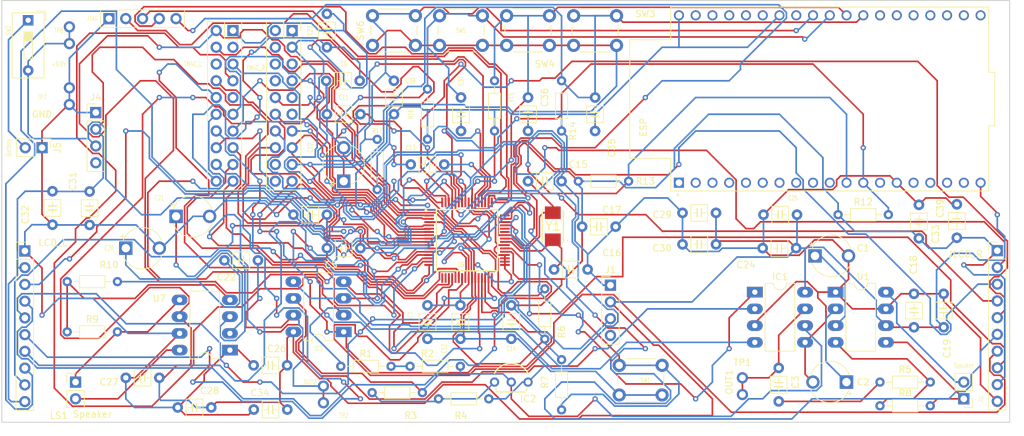
<source format=kicad_pcb>
(kicad_pcb (version 20240108) (generator "pcbnew") (generator_version "8.0")
  (title_block (title "ECE 445L Baseline Project") (date "2024-08-07") (rev "v1.0.1") (company "The University of Texas at Austin"))
  (layers (0 "F.Cu" signal) (31 "B.Cu" signal) (34 "B.Paste" user) (35 "F.Paste" user) (36 "B.SilkS" user "B.Silkscreen") (37 "F.SilkS" user "F.Silkscreen") (38 "B.Mask" user) (39 "F.Mask" user) (44 "Edge.Cuts" user))
  (net 0 "")
  (net 1 "GND")
  (net 2 "+3V3")
  (net 3 "REF")
  (net 4 "OUT1")
  (net 5 "/LDO")
  (net 6 "+5V")
  (net 7 "PC4")
  (net 8 "PC7")
  (net 9 "PC6")
  (net 10 "PC5")
  (net 11 "PF4")
  (net 12 "PA4")
  (net 13 "PE5")
  (net 14 "ESP16")
  (net 15 "PB7")
  (net 16 "PA3")
  (net 17 "ESP17")
  (net 18 "PD6")
  (net 19 "ESP5")
  (net 20 "PD7")
  (net 21 "ESP18")
  (net 22 "PE4")
  (net 23 "PB6")
  (net 24 "PF3")
  (net 25 "PF0")
  (net 26 "PF2")
  (net 27 "PB4")
  (net 28 "PA2")
  (net 29 "PF1")
  (net 30 "PA5")
  (net 31 "Net-(U1-FC2)")
  (net 32 "Net-(U1-VO2)")
  (net 33 "Net-(U1-FC1)")
  (net 34 "Net-(U1-VO1)")
  (net 35 "Net-(U1-VIN)")
  (net 42 "/OSC1")
  (net 57 "/OSC2")
  (net 62 "Net-(U7-FC2)")
  (net 63 "Net-(U7-FC1)")
  (net 65 "Net-(C22-Pad2)")
  (net 67 "OUT2")
  (net 70 "Net-(C3-Pad2)")
  (net 71 "Net-(IC2-Pad1)")
  (net 72 "Net-(R1-Pad2)")
  (net 73 "+3.3V")
  (net 74 "/TDO")
  (net 75 "/TDI")
  (net 76 "/TCK")
  (net 77 "/TMS")
  (net 78 "Net-(J5-B)")
  (net 79 "Net-(U7-VO2)")
  (net 80 "Net-(U7-VO1)")
  (net 81 "Net-(U5-~{WAKE})")
  (net 82 "Net-(U5-~{RST})")
  (net 83 "Net-(U7-VIN)")
  (net 84 "PA1")
  (net 85 "PA0")
  (net 86 "PD5")
  (net 87 "PD4")
  (net 88 "Input")
  (net 91 "RST_R")
  (net 92 "SCLK")
  (net 93 "TFT_R")
  (net 94 "MISO")
  (net 95 "DC_R")
  (net 96 "CARD_R")
  (net 97 "MOSI")
  (net 98 "CARD_L")
  (net 99 "TFT_L")
  (net 100 "DC_L")
  (net 101 "RST_L")
  (net 102 "RST")
  (net 103 "PB2")
  (net 104 "PB3")
  (net 106 "PD1")
  (net 107 "PA7")
  (net 108 "PB0")
  (net 109 "PB5")
  (net 110 "PB1")
  (net 111 "PD3")
  (net 112 "PD0")
  (net 113 "PD2")
  (net 114 "PA6")
  (footprint "ECE445L:C_Axial_200mil" (layer "F.Cu") (at 58.67 92.75)
    (property "Reference" "C28")
    (property "Value" "1 uF")
  )
  (footprint "Button_Switch_THT:SW_PUSH_6mm" (layer "F.Cu") (at 132.08 90.86 180)
    (property "Reference" "SW1")
    (property "Value" "Reset")
  )
  (footprint "ECE445L:C_Axial_200mil" (layer "F.Cu") (at 171 62 -90)
    (property "Reference" "C33")
    (property "Value" "0.01uF")
  )
  (footprint "ECE445L:C_Axial_200mil" (layer "F.Cu") (at 81.17 43.18)
    (property "Reference" "C9")
    (property "Value" "0.01uF")
  )
  (footprint "ECE445L:PinHeader_1x02_P2.54mm_Vertical" (layer "F.Cu") (at 43.18 88.9)
    (property "Reference" "LS1")
    (property "Value" "Speaker")
  )
  (footprint "Button_Switch_THT:SW_PUSH_6mm" (layer "F.Cu") (at 88.19 33.31)
    (property "Reference" "SW6")
    (property "Value" "RIGHT")
  )
  (footprint "ECE445L:CP_Radial_Tantal200mil" (layer "F.Cu") (at 160.02 88.9 180)
    (property "Reference" "C2")
    (property "Value" "5.0uF")
  )
  (footprint "ECE445L:R_Axial_DIN0204_L3.6mm_D1.6mm_P7.62mm_Horizontal" (layer "F.Cu") (at 116.84 85.5 -90)
    (property "Reference" "R7")
    (property "Value" "10k")
  )
  (footprint "ECE445L:CP_Radial_Tantal200mil" (layer "F.Cu") (at 155.25 69.75)
    (property "Reference" "C1")
    (property "Value" "1.0uF")
  )
  (footprint "ECE445L:CP_Radial_Tantal200mil" (layer "F.Cu") (at 58.42 63.75)
    (property "Reference" "C21")
    (property "Value" "1.0uF")
  )
  (footprint "Button_Switch_THT:SW_DIP_SPSTx01_Slide_9.78x4.72mm_W7.62mm_P2.54mm" (layer "F.Cu") (at 36 34 -90)
    (property "Reference" "SW2")
    (property "Value" "SW_SPST")
  )
  (footprint "ECE445L:PinHeader_1x04_P2.54mm_Vertical" (layer "F.Cu") (at 46.25 48)
    (property "Reference" "J4")
    (property "Value" "3v3REG")
  )
  (footprint "Connector_PinSocket_2.54mm:PinSocket_2x10_P2.54mm_Vertical" (layer "F.Cu") (at 67.04 35.56)
    (property "Reference" "TM4C_L")
    (property "Value" "TM4C_L")
  )
  (footprint "ECE445L:DIP-8_W7.62mm_LongPads" (layer "F.Cu") (at 146.13 75.25)
    (property "Reference" "IC1")
    (property "Value" "TLV5616")
  )
  (footprint "ECE445L:C_Axial_200mil" (layer "F.Cu") (at 176.75 67 90)
    (property "Reference" "C39")
    (property "Value" "1uF")
  )
  (footprint "ECE445L:R_Axial_DIN0204_L3.6mm_D1.6mm_P7.62mm_Horizontal" (layer "F.Cu") (at 83.38 86.5)
    (property "Reference" "R1")
    (property "Value" "2K")
  )
  (footprint "ECE445L:PinHeader_1x02_P2.54mm_Vertical" (layer "F.Cu") (at 38.1 53.34 -90)
    (property "Reference" "J5")
    (property "Value" "Battery")
  )
  (footprint "ECE445L:R_Axial_DIN0204_L3.6mm_D1.6mm_P7.62mm_Horizontal" (layer "F.Cu") (at 158.75 63.5)
    (property "Reference" "R12")
    (property "Value" "2.2K")
  )
  (footprint "ECE445L:C_Axial_200mil" (layer "F.Cu") (at 111.76 45.72 -90)
    (property "Reference" "C36")
    (property "Value" "100 nF")
  )
  (footprint "ECE445L:C_Axial_200mil" (layer "F.Cu") (at 45.315 65.05625 90)
    (property "Reference" "C31")
    (property "Value" "0.01uF")
  )
  (footprint "ECE445L:PinHeader_1x05_P2.54mm_Vertical" (layer "F.Cu") (at 48.25 33.75 90)
    (property "Reference" "JTAG")
    (property "Value" "JTAG")
  )
  (footprint "ECE445L:DIP-8_W7.62mm_LongPads" (layer "F.Cu") (at 158.38 75.25)
    (property "Reference" "U1")
    (property "Value" "MCP34119P")
  )
  (footprint "ECE445L:ABM3" (layer "F.Cu") (at 115.512 65.25 90)
    (property "Reference" "Y1")
    (property "Value" "ABM3-16.000MHZ-B2-T" (hide yes))
  )
  (footprint "ECE445L:C_Axial_200mil" (layer "F.Cu") (at 119.95575 65.315)
    (property "Reference" "C17")
    (property "Value" "1uF")
  )
  (footprint "ECE445L:C_Axial_200mil" (layer "F.Cu") (at 101.512 77.25 -90)
    (property "Reference" "C12")
    (property "Value" "0.1uF")
  )
  (footprint "ECE445L:C_Axial_200mil" (layer "F.Cu") (at 174.75 75.5 -90)
    (property "Reference" "C19")
    (property "Value" "1 uF")
  )
  (footprint "Button_Switch_THT:SW_PUSH_6mm" (layer "F.Cu") (at 98.35 33.31)
    (property "Reference" "SW5")
    (property "Value" "LEFT")
  )
  (footprint "ECE445L:Testpoint_1x02_P2.54mm" (layer "F.Cu") (at 42.25 35)
    (property "Reference" "TP8")
    (property "Value" "+9.0V")
  )
  (footprint "ECE445L:C_Axial_200mil" (layer "F.Cu") (at 91.44 43.18 -90)
    (property "Reference" "C38")
    (property "Value" "100 nF")
  )
  (footprint "ECE445L:ti_LM4041CILPR" (layer "F.Cu") (at 109.22 88.9)
    (property "Reference" "IC2")
    (property "Value" "LM4041CILPR")
  )
  (footprint "ECE445L:Testpoint_1x02_P2.54mm" (layer "F.Cu") (at 144.25 88.25)
    (property "Reference" "TP1")
    (property "Value" "OUT1")
  )
  (footprint "ECE445L:R_Axial_DIN0204_L3.6mm_D1.6mm_P7.62mm_Horizontal" (layer "F.Cu") (at 116.84 43.18 -90)
    (property "Reference" "R14")
    (property "Value" "10K")
  )
  (footprint "ECE445L:CP_Radial_Tantal200mil" (layer "F.Cu") (at 83.82 58.42 90)
    (property "Reference" "C10")
    (property "Value" "2.2uF")
  )
  (footprint "ECE445L:C_Axial_200mil" (layer "F.Cu") (at 50.8 88.245)
    (property "Reference" "C27")
    (property "Value" "4.7 uF")
  )
  (footprint "ECE445L:C_Axial_200mil" (layer "F.Cu") (at 81.28 63.5 180)
    (property "Reference" "C4" (hide yes))
    (property "Value" "0.01uF")
  )
  (footprint "Button_Switch_THT:SW_PUSH_6mm" (layer "F.Cu") (at 108.51 33.31)
    (property "Reference" "SW4")
    (property "Value" "RIGHT")
  )
  (footprint "ECE445L:R_Axial_DIN0204_L3.6mm_D1.6mm_P7.62mm_Horizontal" (layer "F.Cu") (at 41.91 81.28)
    (property "Reference" "R9")
    (property "Value" "10K")
  )
  (footprint "ECE445L:DIP-8_W7.62mm_LongPads" (layer "F.Cu") (at 66.575 84.05 180)
    (property "Reference" "U7")
    (property "Value" "MCP34119P")
  )
  (footprint "ECE445L:C_Axial_200mil" (layer "F.Cu") (at 111.76 58.42)
    (property "Reference" "C15")
    (property "Value" "10pF C0G")
  )
  (footprint "ECE445L:C_Axial_200mil" (layer "F.Cu") (at 70.19375 93.065)
    (property "Reference" "C34")
    (property "Value" "1 uF")
  )
  (footprint "ECE445L:C_Axial_200mil" (layer "F.Cu") (at 96.52 77.25 -90)
    (property "Reference" "C7")
    (property "Value" "1uF")
  )
  (footprint "ECE445L:C_Axial_200mil" (layer "F.Cu") (at 121.92 45.72 -90)
    (property "Reference" "C35")
    (property "Value" "100 nF")
  )
  (footprint "ECE445L:Testpoint_1x02_P2.54mm" (layer "F.Cu") (at 42.25 44.25)
    (property "Reference" "TP7")
    (property "Value" "GND")
  )
  (footprint "Connector_PinHeader_2.54mm:PinHeader_1x10_P2.54mm_Vertical" (layer "F.Cu") (at 35.5 69)
    (property "Reference" "LCD_L")
    (property "Value" "LEFT_LCD")
  )
  (footprint "ECE445L:R_Axial_DIN0204_L3.6mm_D1.6mm_P7.62mm_Horizontal" (layer "F.Cu") (at 165.1 92.5)
    (property "Reference" "R8")
    (property "Value" "10K")
  )
  (footprint "Connector_PinHeader_2.54mm:PinHeader_1x10_P2.54mm_Vertical" (layer "F.Cu") (at 182.88 68.96)
    (property "Reference" "JLCD_R")
    (property "Value" "RIGHT_LCD")
  )
  (footprint "ECE445L:C_Axial_200mil" (layer "F.Cu") (at 86.36 48.26 180)
    (property "Reference" "C11")
    (property "Value" "0.1uF")
  )
  (footprint "ECE445L:R_Axial_DIN0204_L3.6mm_D1.6mm_P7.62mm_Horizontal" (layer "F.Cu") (at 96.52 44.45 -90)
    (property "Reference" "R16")
    (property "Value" "10K")
  )
  (footprint "ECE445L:C_Axial_200mil" (layer "F.Cu") (at 109.22 77.25 -90)
    (property "Reference" "C14")
    (property "Value" "0.01uF")
  )
  (footprint "ECE445L:C_Axial_200mil" (layer "F.Cu") (at 135.17 63.22)
    (property "Reference" "C29")
    (property "Value" "4.7 uF")
  )
  (footprint "ECE445L:R_Axial_DIN0204_L3.6mm_D1.6mm_P7.62mm_Horizontal" (layer "F.Cu") (at 93.88 86.5)
    (property "Reference" "R2")
    (property "Value" "15K")
  )
  (footprint "ECE445L:R_Axial_DIN0204_L3.6mm_D1.6mm_P7.62mm_Horizontal" (layer "F.Cu") (at 49.53 73.66 180)
    (property "Reference" "R10")
    (property "Value" "20K")
  )
  (footprint "Connector_PinSocket_2.54mm:PinSocket_2x10_P2.54mm_Vertical" (layer "F.Cu") (at 76 35.56)
    (property "Reference" "TM4C_R")
    (property "Value" "TM4C_R")
  )
  (footprint "ECE445L:C_Axial_200mil" (layer "F.Cu") (at 99.06 55.88 180)
    (property "Reference" "C13")
    (property "Value" "0.1uF")
  )
  (footprint "ECE445L:C_Axial_200mil" (layer "F.Cu") (at 86.36 68.58 180)
    (property "Reference" "C5")
    (property "Value" "0.1uF")
  )
  (footprint "ECE445L:R_Axial_DIN0204_L3.6mm_D1.6mm_P7.62mm_Horizontal" (layer "F.Cu") (at 95.75 90.5 180)
    (property "Reference" "R3")
    (property "Value" "47K")
  )
  (footprint "DEVKIT:MODULE_ESP32-DEVKITC" (layer "F.Cu") (at 157.48 45.95 90)
    (property "Reference" "ESP")
    (property "Value" "ESP32-DEVKITC")
  )
  (footprint "ECE445L:CP_Radial_Tantal200mil" (layer "F.Cu") (at 50.8 68.58)
    (property "Reference" "C20")
    (property "Value" "5.0uF")
  )
  (footprint "ECE445L:PinHeader_1x04_P2.54mm_Vertical" (layer "F.Cu") (at 124.25 74.2)
    (property "Reference" "J1")
    (property "Value" "5VREG")
  )
  (footprint "Button_Switch_THT:SW_PUSH_6mm" (layer "F.Cu") (at 118.67 33.31)
    (property "Reference" "SW3")
    (property "Value" "LEFT")
  )
  (footprint "ECE445L:C_Axial_200mil" (layer "F.Cu") (at 101.6 45.72 -90)
    (property "Reference" "C37")
    (property "Value" "100 nF")
  )
  (footprint "ECE445L:C_Axial_200mil" (layer "F.Cu") (at 39.685 59.94375 -90)
    (property "Reference" "C32")
    (property "Value" "1uF")
  )
  (footprint "ECE445L:C_Axial_200mil" (layer "F.Cu") (at 115.70575 71.815)
    (property "Reference" "C16")
    (property "Value" "10pF C0G")
  )
  (footprint "ECE445L:C_Axial_200mil" (layer "F.Cu") (at 70.17 86.36)
    (property "Reference" "C26")
    (property "Value" "4.7 uF")
  )
  (footprint "ECE445L:Testpoint_1x02_P2.54mm" (layer "F.Cu") (at 80.75 89.5)
    (property "Reference" "TP2")
    (property "Value" "OUT2")
  )
  (footprint "ECE445L:C_Axial_200mil" (layer "F.Cu") (at 135.17 68)
    (property "Reference" "C30")
    (property "Value" "1 uF")
  )
  (footprint "ECE445L:QFP50P1200X1200X160-64N" (layer "F.Cu") (at 102.512 67.37)
    (property "Reference" "U5")
    (property "Value" "TM4C123GH6PMIR" (hide yes))
  )
  (footprint "ECE445L:C_Axial_200mil" (layer "F.Cu") (at 81.28 38.1 90)
    (property "Reference" "C23")
    (property "Value" "1uF")
  )
  (footprint "ECE445L:DIP-8_W7.62mm_LongPads" (layer "F.Cu") (at 83.82 81.28 180)
    (property "Reference" "IC3")
    (property "Value" "TLV5616")
  )
  (footprint "ECE445L:R_Axial_DIN0204_L3.6mm_D1.6mm_P7.62mm_Horizontal" (layer "F.Cu") (at 88.9 52.07 -90)
    (property "Reference" "R17")
    (property "Value" "10K")
  )
  (footprint "ECE445L:R_Axial_DIN0204_L3.6mm_D1.6mm_P7.62mm_Horizontal" (layer "F.Cu") (at 98.19 91.44)
    (property "Reference" "R4")
    (property "Value" "10K")
  )
  (footprint "ECE445L:R_Axial_DIN0204_L3.6mm_D1.6mm_P7.62mm_Horizontal" (layer "F.Cu") (at 106.68 43.18 -90)
    (property "Reference" "R15")
    (property "Value" "10K")
  )
  (footprint "ECE445L:R_Axial_DIN0204_L3.6mm_D1.6mm_P7.62mm_Horizontal" (layer "F.Cu") (at 119.38 58.42)
    (property "Reference" "R13")
    (property "Value" "2.2K")
  )
  (footprint "ECE445L:C_Axial_200mil" (layer "F.Cu") (at 170.25 75.5 -90)
    (property "Reference" "C18")
    (property "Value" "4.7 uF")
  )
  (footprint "ECE445L:PinHeader_1x02_P2.54mm_Vertical" (layer "F.Cu") (at 177.8 91.44 180)
    (property "Reference" "J2")
    (property "Value" "Speaker")
  )
  (footprint "ECE445L:R_Axial_DIN0204_L3.6mm_D1.6mm_P7.62mm_Horizontal" (layer "F.Cu") (at 114.3 82.37 90)
    (property "Reference" "R6")
    (property "Value" "1M")
  )
  (footprint "ECE445L:C_Axial_200mil" (layer "F.Cu") (at 70.825 70.43 180)
    (property "Reference" "C22")
    (property "Value" "0.1 uF")
  )
  (footprint "ECE445L:C_Axial_200mil" (layer "F.Cu") (at 147.32 68.58)
    (property "Reference" "C24")
    (property "Value" "1 uF")
  )
  (footprint "ECE445L:C_Axial_200mil" (layer "F.Cu") (at 149.75 86.75 -90)
    (property "Reference" "C3")
    (property "Value" "0.1uF")
  )
  (footprint "ECE445L:C_Axial_200mil" (layer "F.Cu") (at 147.44375 63.5)
    (property "Reference" "C25")
    (property "Value" "4.7 uF")
  )
  (footprint "ECE445L:R_Axial_DIN0204_L3.6mm_D1.6mm_P7.62mm_Horizontal" (layer "F.Cu") (at 165.1 88.9)
    (property "Reference" "R5")
    (property "Value" "20K")
  )
  (gr_rect (start 32 31) (end 184.75 95) (stroke (width 0.15)) (fill none) (layer "Edge.Cuts"))
  (segment (start 103.862 75.913703) (end 103.862 76.469703) (width 0.25) (layer "F.Cu") (net 1))
  (segment (start 103.862 76.469703) (end 102.987 77.344703) (width 0.25) (layer "F.Cu") (net 1))
  (segment (start 100.465814 67.445814) (end 100.580281 67.560281) (width 0.25) (layer "F.Cu") (net 1))
  (segment (start 109.22 73.66) (end 109.22 72.674719) (width 0.25) (layer "F.Cu") (net 1))
  (segment (start 67.86 84.05) (end 70.17 86.36) (width 0.25) (layer "F.Cu") (net 1))
  (segment (start 62.675 88.745) (end 62.675 87.750686) (width 0.25) (layer "F.Cu") (net 1))
  (segment (start 38.1 50.8) (end 38.1 53.34) (width 0.25) (layer "F.Cu") (net 1))
  (segment (start 103.262 60.6445) (end 103.287 60.6195) (width 0.25) (layer "F.Cu") (net 1))
  (segment (start 160.33 73.3) (end 158.38 75.25) (width 0.25) (layer "F.Cu") (net 1))
  (segment (start 82.778024 71.385) (end 81.28 69.886976) (width 0.25) (layer "F.Cu") (net 1))
  (segment (start 158.53 58.219217) (end 158.53 59.080783) (width 0.25) (layer "F.Cu") (net 1))
  (segment (start 168.29 75.5) (end 166 77.79) (width 0.25) (layer "F.Cu") (net 1))
  (segment (start 69.393751 93.864999) (end 59.784999 93.864999) (width 0.25) (layer "F.Cu") (net 1))
  (segment (start 157.905 67.325) (end 155.17528 67.325) (width 0.25) (layer "F.Cu") (net 1))
  (segment (start 107.2625 69.62) (end 106.68 69.0375) (width 0.25) (layer "F.Cu") (net 1))
  (segment (start 106.68 50.8) (end 106.68 55.88) (width 0.25) (layer "F.Cu") (net 1))
  (segment (start 100.465814 66.44) (end 100.465814 67.445814) (width 0.25) (layer "F.Cu") (net 1))
  (segment (start 154.08028 73.66) (end 155.67028 75.25) (width 0.25) (layer "F.Cu") (net 1))
  (segment (start 109.22 72.674719) (end 108.25 71.704719) (width 0.25) (layer "F.Cu") (net 1))
  (segment (start 106.68 55.88) (end 106.68 58.42) (width 0.25) (layer "F.Cu") (net 1))
  (segment (start 96.774 64.62) (end 98.645815 64.62) (width 0.25) (layer "F.Cu") (net 1))
  (segment (start 62.675 87.750686) (end 66.375686 84.05) (width 0.25) (layer "F.Cu") (net 1))
  (segment (start 156.905 77.34472) (end 155.67028 76.11) (width 0.25) (layer "F.Cu") (net 1))
  (segment (start 88.43473 72.09592) (end 90.46408 72.09592) (width 0.25) (layer "F.Cu") (net 1))
  (segment (start 167.65 58.65) (end 171 62) (width 0.25) (layer "F.Cu") (net 1))
  (segment (start 153.75 82.87) (end 153.75 87.71) (width 0.25) (layer "F.Cu") (net 1))
  (segment (start 152.84528 69.655) (end 148.395 69.655) (width 0.25) (layer "F.Cu") (net 1))
  (segment (start 94.923681 69.12) (end 96.774 69.12) (width 0.25) (layer "F.Cu") (net 1))
  (segment (start 172.04 60.96) (end 175.083531 60.96) (width 0.25) (layer "F.Cu") (net 1))
  (segment (start 102 78.847966) (end 102 81.842) (width 0.25) (layer "F.Cu") (net 1))
  (segment (start 108.25 71.704719) (end 108.25 71.12) (width 0.25) (layer "F.Cu") (net 1))
  (segment (start 99.735 65.709186) (end 100.465814 66.44) (width 0.25) (layer "F.Cu") (net 1))
  (segment (start 98.372443 69.294443) (end 98.198 69.12) (width 0.25) (layer "F.Cu") (net 1))
  (segment (start 174.75 76.63137) (end 180.34 82.22137) (width 0.25) (layer "F.Cu") (net 1))
  (segment (start 103.287 59.273) (end 104.14 58.42) (width 0.25) (layer "F.Cu") (net 1))
  (segment (start 83.82 54.61) (end 83.82 53.34) (width 0.25) (layer "F.Cu") (net 1))
  (segment (start 174.75 75.5) (end 174.75 76.63137) (width 0.25) (layer "F.Cu") (net 1))
  (segment (start 103.562 69.021719) (end 103.562 71.12) (width 0.25) (layer "F.Cu") (net 1))
  (segment (start 58.67 92.75) (end 62.675 88.745) (width 0.25) (layer "F.Cu") (net 1))
  (segment (start 86.35802 71.171669) (end 86.144689 71.385) (width 0.25) (layer "F.Cu") (net 1))
  (segment (start 157.920783 59.69) (end 151.25375 59.69) (width 0.25) (layer "F.Cu") (net 1))
  (segment (start 166.61 57.61) (end 159.139217 57.61) (width 0.25) (layer "F.Cu") (net 1))
  (segment (start 38.1 53.34) (end 38.1 63.43875) (width 0.25) (layer "F.Cu") (net 1))
  (segment (start 153.75 87.71) (end 154.94 88.9) (width 0.25) (layer "F.Cu") (net 1))
  (segment (start 103.287 60.6195) (end 103.287 59.273) (width 0.25) (layer "F.Cu") (net 1))
  (segment (start 148.395 69.655) (end 147.32 68.58) (width 0.25) (layer "F.Cu") (net 1))
  (segment (start 170.25 75.5) (end 168.29 75.5) (width 0.25) (layer "F.Cu") (net 1))
  (segment (start 171 62) (end 172.04 60.96) (width 0.25) (layer "F.Cu") (net 1))
  (segment (start 156.905 78.23528) (end 156.905 77.34472) (width 0.25) (layer "F.Cu") (net 1))
  (segment (start 106.8375 67.695) (end 107.2625 68.12) (width 0.25) (layer "F.Cu") (net 1))
  (segment (start 81.28 69.886976) (end 81.28 68.58) (width 0.25) (layer "F.Cu") (net 1))
  (segment (start 88.9 76.2) (end 83.82 76.2) (width 0.25) (layer "F.Cu") (net 1))
  (segment (start 103.562 71.12) (end 104.14 71.12) (width 0.25) (layer "F.Cu") (net 1))
  (segment (start 158.53 59.080783) (end 157.920783 59.69) (width 0.25) (layer "F.Cu") (net 1))
  (segment (start 99.400814 65.375) (end 99.735 65.709186) (width 0.25) (layer "F.Cu") (net 1))
  (segment (start 103.262 62.635186) (end 103.671314 63.0445) (width 0.25) (layer "F.Cu") (net 1))
  (segment (start 180.34 89.28) (end 182.88 91.82) (width 0.25) (layer "F.Cu") (net 1))
  (segment (start 103.762 73.108) (end 103.762 75.813703) (width 0.25) (layer "F.Cu") (net 1))
  (segment (start 159.139217 57.61) (end 158.53 58.219217) (width 0.25) (layer "F.Cu") (net 1))
  (segment (start 105.658814 63.0445) (end 106.8375 64.223186) (width 0.25) (layer "F.Cu") (net 1))
  (segment (start 88.9 59.69) (end 83.82 54.61) (width 0.25) (layer "F.Cu") (net 1))
  (segment (start 170.07 61.07) (end 166.61 57.61) (width 0.25) (layer "F.Cu") (net 1))
  (segment (start 103.762 72.129814) (end 103.762 73.108) (width 0.25) (layer "F.Cu") (net 1))
  (segment (start 52.22 88.245) (end 58.955 81.51) (width 0.25) (layer "F.Cu") (net 1))
  (segment (start 103.762 75.813703) (end 103.862 75.913703) (width 0.25) (layer "F.Cu") (net 1))
  (segment (start 103.562 71.12) (end 103.562 71.929814) (width 0.25) (layer "F.Cu") (net 1))
  (segment (start 152.4 73.66) (end 154.08028 73.66) (width 0.25) (layer "F.Cu") (net 1))
  (segment (start 38.1 78.74) (end 38.1 71.6) (width 0.25) (layer "F.Cu") (net 1))
  (segment (start 108.25 70.62) (end 108.25 71.12) (width 0.25) (layer "F.Cu") (net 1))
  (segment (start 86.144689 71.385) (end 82.778024 71.385) (width 0.25) (layer "F.Cu") (net 1))
  (segment (start 42.11 46.79) (end 38.1 50.8) (width 0.25) (layer "F.Cu") (net 1))
  (segment (start 166 77.79) (end 160.92 77.79) (width 0.25) (layer "F.Cu") (net 1))
  (segment (start 107.14 68.12) (end 108.25 68.12) (width 0.25) (layer "F.Cu") (net 1))
  (segment (start 108.25 70.62) (end 108.25 70.12) (width 0.25) (layer "F.Cu") (net 1))
  (segment (start 91.84 70.72) (end 93.323681 70.72) (width 0.25) (layer "F.Cu") (net 1))
  (segment (start 91.44 55.88) (end 91.44 53.34) (width 0.25) (layer "F.Cu") (net 1))
  (segment (start 103.671314 63.0445) (end 105.658814 63.0445) (width 0.25) (layer "F.Cu") (net 1))
  (segment (start 50.8 88.245) (end 52.22 88.245) (width 0.25) (layer "F.Cu") (net 1))
  (segment (start 103.262 61.632) (end 103.262 60.6445) (width 0.25) (layer "F.Cu") (net 1))
  (segment (start 42.25 46.79) (end 42.11 46.79) (width 0.25) (layer "F.Cu") (net 1))
  (segment (start 106.8375 64.223186) (end 106.8375 67.695) (width 0.25) (layer "F.Cu") (net 1))
  (segment (start 146.13 79.93) (end 152.4 73.66) (width 0.25) (layer "F.Cu") (net 1))
  (segment (start 160.92 77.79) (end 158.38 75.25) (width 0.25) (layer "F.Cu") (net 1))
  (segment (start 100.980281 66.44) (end 103.562 69.021719) (width 0.25) (layer "F.Cu") (net 1))
  (segment (start 102.987 77.860966) (end 102 78.847966) (width 0.25) (layer "F.Cu") (net 1))
  (segment (start 146.13 80.33) (end 146.13 79.93) (width 0.25) (layer "F.Cu") (net 1))
  (segment (start 156.915 79.705) (end 156.915 78.24528) (width 0.25) (layer "F.Cu") (net 1))
  (segment (start 66.375686 84.05) (end 67.86 84.05) (width 0.25) (layer "F.Cu") (net 1))
  (segment (start 103.562 71.929814) (end 103.762 72.129814) (width 0.25) (layer "F.Cu") (net 1))
  (segment (start 98.645815 64.62) (end 99.400814 65.375) (width 0.25) (layer "F.Cu") (net 1))
  (segment (start 160.33 69.75) (end 160.33 73.3) (width 0.25) (layer "F.Cu") (net 1))
  (segment (start 100.465814 66.44) (end 100.980281 66.44) (width 0.25) (layer "F.Cu") (net 1))
  (segment (start 38.1 71.6) (end 35.5 69) (width 0.25) (layer "F.Cu") (net 1))
  (segment (start 59.784999 93.864999) (end 58.67 92.75) (width 0.25) (layer "F.Cu") (net 1))
  (segment (start 70.19375 93.065) (end 69.393751 93.864999) (width 0.25) (layer "F.Cu") (net 1))
  (segment (start 155.67028 75.25) (end 158.38 75.25) (width 0.25) (layer "F.Cu") (net 1))
  (segment (start 176.043531 61.92) (end 176.75 61.92) (width 0.25) (layer "F.Cu") (net 1))
  (segment (start 106.68 68.58) (end 107.14 68.12) (width 0.25) (layer "F.Cu") (net 1))
  (segment (start 108.25 70.12) (end 108.25 69.62) (width 0.25) (layer "F.Cu") (net 1))
  (segment (start 106.68 69.0375) (end 106.68 68.58) (width 0.25) (layer "F.Cu") (net 1))
  (segment (start 180.34 82.22137) (end 180.34 89.28) (width 0.25) (layer "F.Cu") (net 1))
  (segment (start 103.262 61.632) (end 103.262 62.635186) (width 0.25) (layer "F.Cu") (net 1))
  (segment (start 98.198 69.12) (end 96.774 69.12) (width 0.25) (layer "F.Cu") (net 1))
  (segment (start 93.323681 70.72) (end 94.923681 69.12) (width 0.25) (layer "F.Cu") (net 1))
  (segment (start 38.1 63.43875) (end 39.685 65.02375) (width 0.25) (layer "F.Cu") (net 1))
  (segment (start 155.67028 76.11) (end 155.67028 75.25) (width 0.25) (layer "F.Cu") (net 1))
  (segment (start 90.46408 72.09592) (end 91.84 70.72) (width 0.25) (layer "F.Cu") (net 1))
  (segment (start 108.25 69.62) (end 107.2625 69.62) (width 0.25) (layer "F.Cu") (net 1))
  (segment (start 151.25375 59.69) (end 147.44375 63.5) (width 0.25) (layer "F.Cu") (net 1))
  (segment (start 174.75 75.5) (end 170.25 75.5) (width 0.25) (layer "F.Cu") (net 1))
  (segment (start 160.33 69.75) (end 157.905 67.325) (width 0.25) (layer "F.Cu") (net 1))
  (segment (start 156.915 78.24528) (end 156.905 78.23528) (width 0.25) (layer "F.Cu") (net 1))
  (segment (start 155.17528 67.325) (end 152.84528 69.655) (width 0.25) (layer "F.Cu") (net 1))
  (segment (start 175.083531 60.96) (end 176.043531 61.92) (width 0.25) (layer "F.Cu") (net 1))
  (segment (start 102 81.842) (end 101.512 82.33) (width 0.25) (layer "F.Cu") (net 1))
  (segment (start 102.987 77.344703) (end 102.987 77.860966) (width 0.25) (layer "F.Cu") (net 1))
  (segment (start 153.75 82.87) (end 156.915 79.705) (width 0.25) (layer "F.Cu") (net 1))
  (via (at 106.68 58.42) (size 0.8) (drill 0.4) (layers "F.Cu" "B.Cu") (net 1))
  (via (at 91.44 53.34) (size 0.8) (drill 0.4) (layers "F.Cu" "B.Cu") (net 1))
  (via (at 104.14 71.12) (size 0.8) (drill 0.4) (layers "F.Cu" "B.Cu") (net 1))
  (via (at 91.44 55.88) (size 0.8) (drill 0.4) (layers "F.Cu" "B.Cu") (net 1))
  (via (at 100.580281 67.560281) (size 0.8) (drill 0.4) (layers "F.Cu" "B.Cu") (net 1))
  (via (at 104.14 58.42) (size 0.8) (drill 0.4) (layers "F.Cu" "B.Cu") (net 1))
  (via (at 86.35802 71.171669) (size 0.8) (drill 0.4) (layers "F.Cu" "B.Cu") (net 1))
  (via (at 88.9 76.2) (size 0.8) (drill 0.4) (layers "F.Cu" "B.Cu") (net 1))
  (via (at 38.1 78.74) (size 0.8) (drill 0.4) (layers "F.Cu" "B.Cu") (net 1))
  (via (at 88.43473 72.09592) (size 0.8) (drill 0.4) (layers "F.Cu" "B.Cu") (net 1))
  (via (at 109.22 73.66) (size 0.8) (drill 0.4) (layers "F.Cu" "B.Cu") (net 1))
  (via (at 98.372443 69.294443) (size 0.8) (drill 0.4) (layers "F.Cu" "B.Cu") (net 1))
  (segment (start 83.82 42.16028) (end 83.82 43.18) (width 0.25) (layer "B.Cu") (net 1))
  (segment (start 101.6 47.585) (end 101.6 50.8) (width 0.25) (layer "B.Cu") (net 1))
  (segment (start 116.84 58.42) (end 116.84 57.465406) (width 0.25) (layer "B.Cu") (net 1))
  (segment (start 117.64 51.6) (end 116.84 50.8) (width 0.25) (layer "B.Cu") (net 1))
  (segment (start 119.38 64.065686) (end 119.38 60.96) (width 0.25) (layer "B.Cu") (net 1))
  (segment (start 147.44375 63.5) (end 147.44375 68.45625) (width 0.25) (layer "B.Cu") (net 1))
  (segment (start 149.87 33.25) (end 145.02 38.1) (width 0.25) (layer "B.Cu") (net 1))
  (segment (start 76.2 63.5) (end 79.14 66.44) (width 0.25) (layer "B.Cu") (net 1))
  (segment (start 145.02 38.1) (end 134.62 38.1) (width 0.25) (layer "B.Cu") (net 1))
  (segment (start 98.620557 69.294443) (end 98.372443 69.294443) (width 0.25) (layer "B.Cu") (net 1))
  (segment (start 134.62 38.1) (end 134.63 38.09) (width 0.25) (layer "B.Cu") (net 1))
  (segment (start 121.92 48.26) (end 132.08 38.1) (width 0.25) (layer "B.Cu") (net 1))
  (segment (start 103.465 47.585) (end 108.545 47.585) (width 0.25) (layer "B.Cu") (net 1))
  (segment (start 48.25 33.75) (end 42.25 39.75) (width 0.25) (layer "B.Cu") (net 1))
  (segment (start 100.354719 67.560281) (end 98.620557 69.294443) (width 0.25) (layer "B.Cu") (net 1))
  (segment (start 104.14 58.42) (end 106.68 58.42) (width 0.25) (layer "B.Cu") (net 1))
  (segment (start 79.42 41.52) (end 76 38.1) (width 0.25) (layer "B.Cu") (net 1))
  (segment (start 45.315 65.05625) (end 52.35625 65.05625) (width 0.25) (layer "B.Cu") (net 1))
  (segment (start 79.14 66.44) (end 80.094594 66.44) (width 0.25) (layer "B.Cu") (net 1))
  (segment (start 124.25 74.2) (end 123.17075 74.2) (width 0.25) (layer "B.Cu") (net 1))
  (segment (start 72.335 35.094009) (end 72.335 36.319314) (width 0.25) (layer "B.Cu") (net 1))
  (segment (start 80.205 38.54528) (end 83.82 42.16028) (width 0.25) (layer "B.Cu") (net 1))
  (segment (start 136.245 69.075) (end 140.69528 69.075) (width 0.25) (layer "B.Cu") (net 1))
  (segment (start 141.19028 68.58) (end 147.32 68.58) (width 0.25) (layer "B.Cu") (net 1))
  (segment (start 88.9 73.66) (end 88.9 76.2) (width 0.25) (layer "B.Cu") (net 1))
  (segment (start 50.8 88.245) (end 50.8 91.44) (width 0.25) (layer "B.Cu") (net 1))
  (segment (start 40.64 76.2) (end 45.828859 76.2) (width 0.25) (layer "B.Cu") (net 1))
  (segment (start 121.92 50.8) (end 121.92 48.26) (width 0.25) (layer "B.Cu") (net 1))
  (segment (start 98.385 47.585) (end 101.6 47.585) (width 0.25) (layer "B.Cu") (net 1))
  (segment (start 83.82 34.572843) (end 83.82 35.56) (width 0.25) (layer "B.Cu") (net 1))
  (segment (start 81.28 67.625406) (end 81.28 68.58) (width 0.25) (layer "B.Cu") (net 1))
  (segment (start 83.82 35.56) (end 80.047058 35.56) (width 0.25) (layer "B.Cu") (net 1))
  (segment (start 129.39075 60.96) (end 125.03575 65.315) (width 0.25) (layer "B.Cu") (net 1))
  (segment (start 135.17 63.22) (end 132.91 60.96) (width 0.25) (layer "B.Cu") (net 1))
  (segment (start 135.17 63.22) (end 135.17 68) (width 0.25) (layer "B.Cu") (net 1))
  (segment (start 38.1 78.74) (end 40.64 76.2) (width 0.25) (layer "B.Cu") (net 1))
  (segment (start 51.138859 81.51) (end 58.955 81.51) (width 0.25) (layer "B.Cu") (net 1))
  (segment (start 120.78575 69.420064) (end 120.930686 69.420064) (width 0.25) (layer "B.Cu") (net 1))
  (segment (start 74.645 61.945) (end 76.2 63.5) (width 0.25) (layer "B.Cu") (net 1))
  (segment (start 108.545 47.585) (end 109.22 48.26) (width 0.25) (layer "B.Cu") (net 1))
  (segment (start 86.69528 44.255) (end 87.325 43.62528) (width 0.25) (layer "B.Cu") (net 1))
  (segment (start 110.27 82.33) (end 114.3 86.36) (width 0.25) (layer "B.Cu") (net 1))
  (segment (start 35.5 66.1) (end 36.57625 65.02375) (width 0.25) (layer "B.Cu") (net 1))
  (segment (start 76 38.1) (end 77.015001 37.085) (width 0.25) (layer "B.Cu") (net 1))
  (segment (start 80.047058 35.56) (end 78.922058 34.435) (width 0.25) (layer "B.Cu") (net 1))
  (segment (start 81.28 33.02) (end 82.267157 33.02) (width 0.25) (layer "B.Cu") (net 1))
  (segment (start 42.25 44.25) (end 42.25 46.79) (width 0.25) (layer "B.Cu") (net 1))
  (segment (start 140.69528 69.075) (end 141.19028 68.58) (width 0.25) (layer "B.Cu") (net 1))
  (segment (start 87.325 43.62528) (end 87.325 39.065) (width 0.25) (layer "B.Cu") (net 1))
  (segment (start 93.98 55.88) (end 91.44 55.88) (width 0.25) (layer "B.Cu") (net 1))
  (segment (start 132.91 60.96) (end 129.39075 60.96) (width 0.25) (layer "B.Cu") (net 1))
  (segment (start 36.57625 65.02375) (end 39.685 65.02375) (width 0.25) (layer "B.Cu") (net 1))
  (segment (start 116.84 57.465406) (end 117.64 56.665406) (width 0.25) (layer "B.Cu") (net 1))
  (segment (start 104.14 71.12) (end 106.68 73.66) (width 0.25) (layer "B.Cu") (net 1))
  (segment (start 120.78575 71.815) (end 120.78575 69.565) (width 0.25) (layer "B.Cu") (net 1))
  (segment (start 63.5 63.75) (end 65.89 61.36) (width 0.25) (layer "B.Cu") (net 1))
  (segment (start 42.25 39.75) (end 42.25 44.25) (width 0.25) (layer "B.Cu") (net 1))
  (segment (start 78.922058 34.435) (end 72.994009 34.435) (width 0.25) (layer "B.Cu") (net 1))
  (segment (start 88.9 59.69) (end 88.9 54.580231) (width 0.25) (layer "B.Cu") (net 1))
  (segment (start 42.25 46.79) (end 43.46 48) (width 0.25) (layer "B.Cu") (net 1))
  (segment (start 119.38 60.96) (end 116.84 58.42) (width 0.25) (layer "B.Cu") (net 1))
  (segment (start 91.389769 53.34) (end 90.765 52.715231) (width 0.25) (layer "B.Cu") (net 1))
  (segment (start 91.44 53.34) (end 91.389769 53.34) (width 0.25) (layer "B.Cu") (net 1))
  (segment (start 90.765 48.935) (end 92.56028 47.13972) (width 0.25) (layer "B.Cu") (net 1))
  (segment (start 132.08 90.86) (end 125.58 90.86) (width 0.25) (layer "B.Cu") (net 1))
  (segment (start 114.3 86.36) (end 115.215 87.275) (width 0.25) (layer "B.Cu") (net 1))
  (segment (start 55.88 68.58) (end 56.172 68.58) (width 0.25) (layer "B.Cu") (net 1))
  (segment (start 83.82 43.18) (end 84.895 44.255) (width 0.25) (layer "B.Cu") (net 1))
  (segment (start 171.08 61.92) (end 171 62) (width 0.25) (layer "B.Cu") (net 1))
  (segment (start 80.205 38.067983) (end 80.205 38.54528) (width 0.25) (layer "B.Cu") (net 1))
  (segment (start 86.35802 71.171669) (end 87.510479 71.171669) (width 0.25) (layer "B.Cu") (net 1))
  (segment (start 95.845 47.585) (end 98.385 47.585) (width 0.25) (layer "B.Cu") (net 1))
  (segment (start 106.68 73.66) (end 109.22 73.66) (width 0.25) (layer "B.Cu") (net 1))
  (segment (start 81.17 43.18) (end 81.17 45.599595) (width 0.25) (layer "B.Cu") (net 1))
  (segment (start 43.46 48) (end 46.25 48) (width 0.25) (layer "B.Cu") (net 1))
  (segment (start 81.28 50.8) (end 83.82 53.34) (width 0.25) (layer "B.Cu") (net 1))
  (segment (start 35.5 69) (end 35.5 66.1) (width 0.25) (layer "B.Cu") (net 1))
  (segment (start 90.765 52.715231) (end 90.765 48.935) (width 0.25) (layer "B.Cu") (net 1))
  (segment (start 111.76 88.9) (end 114.3 86.36) (width 0.25) (layer "B.Cu") (net 1))
  (segment (start 116.84 48.26) (end 121.92 48.26) (width 0.25) (layer "B.Cu") (net 1))
  (segment (start 106.68 47.585) (end 106.68 50.8) (width 0.25) (layer "B.Cu") (net 1))
  (segment (start 81.28 48.26) (end 81.28 50.8) (width 0.25) (layer "B.Cu") (net 1))
  (segment (start 88.9 54.580231) (end 90.765 52.715231) (width 0.25) (layer "B.Cu") (net 1))
  (segment (start 96.52 52.07) (end 96.52 47.585) (width 0.25) (layer "B.Cu") (net 1))
  (segment (start 76.2 73.66) (end 78.74 76.2) (width 0.25) (layer "B.Cu") (net 1))
  (segment (start 110.91 88.9) (end 108.37 91.44) (width 0.25) (layer "B.Cu") (net 1))
  (segment (start 134.63 38.09) (end 134.63 33.25) (width 0.25) (layer "B.Cu") (net 1))
  (segment (start 118.88075 64.564936) (end 119.38 64.065686) (width 0.25) (layer "B.Cu") (net 1))
  (segment (start 147.44375 68.45625) (end 147.32 68.58) (width 0.25) (layer "B.Cu") (net 1))
  (segment (start 111.76 48.26) (end 116.84 48.26) (width 0.25) (layer "B.Cu") (net 1))
  (segment (start 118.88075 67.515064) (end 118.88075 64.564936) (width 0.25) (layer "B.Cu") (net 1))
  (segment (start 45.315 65.05625) (end 39.7175 65.05625) (width 0.25) (layer "B.Cu") (net 1))
  (segment (start 56.172 68.58) (end 61.002 63.75) (width 0.25) (layer "B.Cu") (net 1))
  (segment (start 109.22 48.26) (end 114.3 48.26) (width 0.25) (layer "B.Cu") (net 1))
  (segment (start 115.215 87.275) (end 121.995 87.275) (width 0.25) (layer "B.Cu") (net 1))
  (segment (start 61.002 63.75) (end 63.5 63.75) (width 0.25) (layer "B.Cu") (net 1))
  (segment (start 111.76 88.9) (end 110.91 88.9) (width 0.25) (layer "B.Cu") (net 1))
  (segment (start 96.52 47.585) (end 95.845 47.585) (width 0.25) (layer "B.Cu") (net 1))
  (segment (start 72.565579 61.945) (end 74.645 61.945) (width 0.25) (layer "B.Cu") (net 1))
  (segment (start 108.37 91.44) (end 105.81 91.44) (width 0.25) (layer "B.Cu") (net 1))
  (segment (start 88.43473 72.09592) (end 88.43473 73.19473) (width 0.25) (layer "B.Cu") (net 1))
  (segment (start 77.015001 37.085) (end 79.222017 37.085) (width 0.25) (layer "B.Cu") (net 1))
  (segment (start 109.22 82.33) (end 101.512 82.33) (width 0.25) (layer "B.Cu") (net 1))
  (segment (start 80.094594 66.44) (end 81.28 67.625406) (width 0.25) (layer "B.Cu") (net 1))
  (segment (start 123.17075 74.2) (end 120.78575 71.815) (width 0.25) (layer "B.Cu") (net 1))
  (segment (start 82.267157 33.02) (end 83.82 34.572843) (width 0.25) (layer "B.Cu") (net 1))
  (segment (start 120.78575 69.420064) (end 118.88075 67.515064) (width 0.25) (layer "B.Cu") (net 1))
  (segment (start 121.995 87.275) (end 125.58 90.86) (width 0.25) (layer "B.Cu") (net 1))
  (segment (start 80.374595 46.395) (end 79.815405 46.395) (width 0.25) (layer "B.Cu") (net 1))
  (segment (start 68.905 37.425) (end 67.04 35.56) (width 0.25) (layer "B.Cu") (net 1))
  (segment (start 78.74 76.2) (end 83.82 76.2) (width 0.25) (layer "B.Cu") (net 1))
  (segment (start 81.28 43.29) (end 81.28 48.26) (width 0.25) (layer "B.Cu") (net 1))
  (segment (start 117.64 56.665406) (end 117.64 51.6) (width 0.25) (layer "B.Cu") (net 1))
  (segment (start 65.89 61.36) (end 71.980579 61.36) (width 0.25) (layer "B.Cu") (net 1))
  (segment (start 98.385 47.585) (end 103.465 47.585) (width 0.25) (layer "B.Cu") (net 1))
  (segment (start 120.930686 69.420064) (end 125.03575 65.315) (width 0.25) (layer "B.Cu") (net 1))
  (segment (start 81.17 45.599595) (end 80.374595 46.395) (width 0.25) (layer "B.Cu") (net 1))
  (segment (start 50.8 91.44) (end 52.11 92.75) (width 0.25) (layer "B.Cu") (net 1))
  (segment (start 109.22 82.33) (end 110.27 82.33) (width 0.25) (layer "B.Cu") (net 1))
  (segment (start 135.17 68) (end 136.245 69.075) (width 0.25) (layer "B.Cu") (net 1))
  (segment (start 39.7175 65.05625) (end 39.685 65.02375) (width 0.25) (layer "B.Cu") (net 1))
  (segment (start 103.465 47.585) (end 106.68 47.585) (width 0.25) (layer "B.Cu") (net 1))
  (segment (start 81.17 43.18) (end 81.28 43.29) (width 0.25) (layer "B.Cu") (net 1))
  (segment (start 71.980579 61.36) (end 72.565579 61.945) (width 0.25) (layer "B.Cu") (net 1))
  (segment (start 120.78575 69.565) (end 120.78575 69.420064) (width 0.25) (layer "B.Cu") (net 1))
  (segment (start 52.11 92.75) (end 58.67 92.75) (width 0.25) (layer "B.Cu") (net 1))
  (segment (start 79.42 45.999595) (end 79.42 41.52) (width 0.25) (layer "B.Cu") (net 1))
  (segment (start 52.35625 65.05625) (end 55.88 68.58) (width 0.25) (layer "B.Cu") (net 1))
  (segment (start 95.39972 47.13972) (end 95.845 47.585) (width 0.25) (layer "B.Cu") (net 1))
  (segment (start 71.229314 37.425) (end 68.905 37.425) (width 0.25) (layer "B.Cu") (net 1))
  (segment (start 72.335 36.319314) (end 71.229314 37.425) (width 0.25) (layer "B.Cu") (net 1))
  (segment (start 84.895 44.255) (end 86.69528 44.255) (width 0.25) (layer "B.Cu") (net 1))
  (segment (start 132.08 38.1) (end 134.62 38.1) (width 0.25) (layer "B.Cu") (net 1))
  (segment (start 87.510479 71.171669) (end 88.43473 72.09592) (width 0.25) (layer "B.Cu") (net 1))
  (segment (start 45.828859 76.2) (end 51.138859 81.51) (width 0.25) (layer "B.Cu") (net 1))
  (segment (start 111.76 50.8) (end 111.76 48.26) (width 0.25) (layer "B.Cu") (net 1))
  (segment (start 79.815405 46.395) (end 79.42 45.999595) (width 0.25) (layer "B.Cu") (net 1))
  (segment (start 96.52 82.33) (end 101.512 82.33) (width 0.25) (layer "B.Cu") (net 1))
  (segment (start 72.994009 34.435) (end 72.335 35.094009) (width 0.25) (layer "B.Cu") (net 1))
  (segment (start 116.84 48.26) (end 116.84 50.8) (width 0.25) (layer "B.Cu") (net 1))
  (segment (start 88.43473 73.19473) (end 88.9 73.66) (width 0.25) (layer "B.Cu") (net 1))
  (segment (start 100.580281 67.560281) (end 100.354719 67.560281) (width 0.25) (layer "B.Cu") (net 1))
  (segment (start 79.222017 37.085) (end 80.205 38.067983) (width 0.25) (layer "B.Cu") (net 1))
  (segment (start 87.325 39.065) (end 83.82 35.56) (width 0.25) (layer "B.Cu") (net 1))
  (segment (start 92.56028 47.13972) (end 95.39972 47.13972) (width 0.25) (layer "B.Cu") (net 1))
  (segment (start 92.867701 64.612297) (end 93.484998 63.995) (width 0.25) (layer "F.Cu") (net 2))
  (segment (start 108.25 69.12) (end 109.1875 69.12) (width 0.25) (layer "F.Cu") (net 2))
  (segment (start 96.774 68.62) (end 98.345 68.62) (width 0.25) (layer "F.Cu") (net 2))
  (segment (start 117.24 73.26) (end 119.95575 70.54425) (width 0.25) (layer "F.Cu") (net 2))
  (segment (start 103.462 76.304017) (end 102.587 77.179017) (width 0.25) (layer "F.Cu") (net 2))
  (segment (start 89.288909 68.58) (end 90.429537 69.720628) (width 0.25) (layer "F.Cu") (net 2))
  (segment (start 61.763491 43.645991) (end 58.0825 39.965) (width 0.25) (layer "F.Cu") (net 2))
  (segment (start 46.851372 38.1) (end 45.72 39.231372) (width 0.25) (layer "F.Cu") (net 2))
  (segment (start 113.744545 77.25) (end 116.84 74.154545) (width 0.25) (layer "F.Cu") (net 2))
  (segment (start 91.160405 69.445628) (end 91.719595 69.445628) (width 0.25) (layer "F.Cu") (net 2))
  (segment (start 101.879595 67.905) (end 103.162 69.187405) (width 0.25) (layer "F.Cu") (net 2))
  (segment (start 93.157996 70.32) (end 94.857996 68.62) (width 0.25) (layer "F.Cu") (net 2))
  (segment (start 95.780814 64.12) (end 96.774 64.12) (width 0.25) (layer "F.Cu") (net 2))
  (segment (start 69.796662 46.845) (end 66.574009 46.845) (width 0.25) (layer "F.Cu") (net 2))
  (segment (start 107.2375 64.0575) (end 105.8245 62.6445) (width 0.25) (layer "F.Cu") (net 2))
  (segment (start 103.162 72.0955) (end 103.262 72.1955) (width 0.25) (layer "F.Cu") (net 2))
  (segment (start 110.42 53.271372) (end 110.42 54.319034) (width 0.25) (layer "F.Cu") (net 2))
  (segment (start 65.915 46.185991) (end 65.915 45.254009) (width 0.25) (layer "F.Cu") (net 2))
  (segment (start 47.375 43.499314) (end 47.375 49.415) (width 0.25) (layer "F.Cu") (net 2))
  (segment (start 86.36 66.04) (end 86.36 68.58) (width 0.25) (layer "F.Cu") (net 2))
  (segment (start 103.837 62.6445) (end 103.762 62.5695) (width 0.25) (layer "F.Cu") (net 2))
  (segment (start 55.205 39.965) (end 53.34 38.1) (width 0.25) (layer "F.Cu") (net 2))
  (segment (start 102.587 77.69528) (end 101.6 78.68228) (width 0.25) (layer "F.Cu") (net 2))
  (segment (start 63.375 43.645991) (end 61.763491 43.645991) (width 0.25) (layer "F.Cu") (net 2))
  (segment (start 66.574009 46.845) (end 65.915 46.185991) (width 0.25) (layer "F.Cu") (net 2))
  (segment (start 88.9 68.58) (end 89.288909 68.58) (width 0.25) (layer "F.Cu") (net 2))
  (segment (start 64.034009 44.305) (end 63.375 43.645991) (width 0.25) (layer "F.Cu") (net 2))
  (segment (start 103.762 62.5695) (end 103.762 61.632) (width 0.25) (layer "F.Cu") (net 2))
  (segment (start 53.34 38.1) (end 46.851372 38.1) (width 0.25) (layer "F.Cu") (net 2))
  (segment (start 109.518186 69.450686) (end 109.518186 72.407219) (width 0.25) (layer "F.Cu") (net 2))
  (segment (start 113.086021 61.331426) (end 113.086021 66.688293) (width 0.25) (layer "F.Cu") (net 2))
  (segment (start 105.205 57.921777) (end 105.205 58.988756) (width 0.25) (layer "F.Cu") (net 2))
  (segment (start 101.6 80.72172) (end 100.437 81.88472) (width 0.25) (layer "F.Cu") (net 2))
  (segment (start 100.437 81.88472) (end 100.437 82.77528) (width 0.25) (layer "F.Cu") (net 2))
  (segment (start 109.22 77.25) (end 113.744545 77.25) (width 0.25) (layer "F.Cu") (net 2))
  (segment (start 103.162 69.187405) (end 103.162 72.0955) (width 0.25) (layer "F.Cu") (net 2))
  (segment (start 103.787405 86.125685) (end 110.544315 86.125685) (width 0.25) (layer "F.Cu") (net 2))
  (segment (start 67.84 63.325686) (end 67.84 59.776677) (width 0.25) (layer "F.Cu") (net 2))
  (segment (start 109.345966 66.62) (end 108.25 66.62) (width 0.25) (layer "F.Cu") (net 2))
  (segment (start 103.163223 55.88) (end 105.205 57.921777) (width 0.25) (layer "F.Cu") (net 2))
  (segment (start 81.28 63.5) (end 80.01 64.77) (width 0.25) (layer "F.Cu") (net 2))
  (segment (start 109.518186 72.407219) (end 110.370967 73.26) (width 0.25) (layer "F.Cu") (net 2))
  (segment (start 110.370967 73.26) (end 116.84 73.26) (width 0.25) (layer "F.Cu") (net 2))
  (segment (start 64.965991 44.305) (end 64.034009 44.305) (width 0.25) (layer "F.Cu") (net 2))
  (segment (start 110.544315 86.125685) (end 114.3 82.37) (width 0.25) (layer "F.Cu") (net 2))
  (segment (start 102.587 77.179017) (end 102.587 77.69528) (width 0.25) (layer "F.Cu") (net 2))
  (segment (start 108.25 66.62) (end 107.3125 66.62) (width 0.25) (layer "F.Cu") (net 2))
  (segment (start 101.6 78.68228) (end 101.6 80.72172) (width 0.25) (layer "F.Cu") (net 2))
  (segment (start 90.429537 69.720628) (end 90.885405 69.720628) (width 0.25) (layer "F.Cu") (net 2))
  (segment (start 80.01 64.77) (end 69.284314 64.77) (width 0.25) (layer "F.Cu") (net 2))
  (segment (start 72.335 49.383338) (end 69.796662 46.845) (width 0.25) (layer "F.Cu") (net 2))
  (segment (start 107.3125 66.62) (end 107.2375 66.545) (width 0.25) (layer "F.Cu") (net 2))
  (segment (start 110.02 56.490968) (end 110.02 58.654314) (width 0.25) (layer "F.Cu") (net 2))
  (segment (start 72.335 51.265991) (end 72.335 49.383338) (width 0.25) (layer "F.Cu") (net 2))
  (segment (start 115.690685 56.955) (end 111.410685 52.675) (width 0.25) (layer "F.Cu") (net 2))
  (segment (start 45.72 41.844314) (end 47.375 43.499314) (width 0.25) (layer "F.Cu") (net 2))
  (segment (start 103.262 75.879389) (end 103.462 76.079389) (width 0.25) (layer "F.Cu") (net 2))
  (segment (start 95.655814 63.995) (end 95.780814 64.12) (width 0.25) (layer "F.Cu") (net 2))
  (segment (start 47.375 49.415) (end 46.25 50.54) (width 0.25) (layer "F.Cu") (net 2))
  (segment (start 101.320405 67.905) (end 101.879595 67.905) (width 0.25) (layer "F.Cu") (net 2))
  (segment (start 92.115 70.32) (end 93.157996 70.32) (width 0.25) (layer "F.Cu") (net 2))
  (segment (start 110.42 54.319034) (end 110.695 54.594034) (width 0.25) (layer "F.Cu") (net 2))
  (segment (start 119.38 58.42) (end 117.915 56.955) (width 0.25) (layer "F.Cu") (net 2))
  (segment (start 68.98 54.620991) (end 72.335 51.265991) (width 0.25) (layer "F.Cu") (net 2))
  (segment (start 111.594314 68.18) (end 110.905966 68.18) (width 0.25) (layer "F.Cu") (net 2))
  (segment (start 105.205 58.988756) (end 103.762 60.431756) (width 0.25) (layer "F.Cu") (net 2))
  (segment (start 111.016372 52.675) (end 110.42 53.271372) (width 0.25) (layer "F.Cu") (net 2))
  (segment (start 100.645405 68.58) (end 101.320405 67.905) (width 0.25) (layer "F.Cu") (net 2))
  (segment (start 65.915 45.254009) (end 64.965991 44.305) (width 0.25) (layer "F.Cu") (net 2))
  (segment (start 94.857996 68.62) (end 96.774 68.62) (width 0.25) (layer "F.Cu") (net 2))
  (segment (start 68.98 58.636677) (end 68.98 54.620991) (width 0.25) (layer "F.Cu") (net 2))
  (segment (start 110.02 58.654314) (end 111.650686 60.285) (width 0.25) (layer "F.Cu") (net 2))
  (segment (start 110.695 54.594034) (end 110.695 55.815968) (width 0.25) (layer "F.Cu") (net 2))
  (segment (start 117.915 56.955) (end 115.690685 56.955) (width 0.25) (layer "F.Cu") (net 2))
  (segment (start 103.262 73.108) (end 103.262 75.879389) (width 0.25) (layer "F.Cu") (net 2))
  (segment (start 111.650686 60.285) (end 112.039595 60.285) (width 0.25) (layer "F.Cu") (net 2))
  (segment (start 103.262 72.1955) (end 103.262 73.108) (width 0.25) (layer "F.Cu") (net 2))
  (segment (start 93.484998 63.995) (end 95.655814 63.995) (width 0.25) (layer "F.Cu") (net 2))
  (segment (start 58.0825 39.965) (end 55.205 39.965) (width 0.25) (layer "F.Cu") (net 2))
  (segment (start 112.039595 60.285) (end 113.086021 61.331426) (width 0.25) (layer "F.Cu") (net 2))
  (segment (start 119.95575 70.54425) (end 119.95575 65.315) (width 0.25) (layer "F.Cu") (net 2))
  (segment (start 92.115 69.841033) (end 92.115 70.32) (width 0.25) (layer "F.Cu") (net 2))
  (segment (start 100.437 82.77528) (end 103.787405 86.125685) (width 0.25) (layer "F.Cu") (net 2))
  (segment (start 113.086021 66.688293) (end 111.594314 68.18) (width 0.25) (layer "F.Cu") (net 2))
  (segment (start 103.762 60.431756) (end 103.762 61.632) (width 0.25) (layer "F.Cu") (net 2))
  (segment (start 91.719595 69.445628) (end 92.115 69.841033) (width 0.25) (layer "F.Cu") (net 2))
  (segment (start 98.345 68.62) (end 98.385 68.58) (width 0.25) (layer "F.Cu") (net 2))
  (segment (start 116.84 74.154545) (end 116.84 73.26) (width 0.25) (layer "F.Cu") (net 2))
  (segment (start 180.72 71.12) (end 182.88 68.96) (width 0.25) (layer "F.Cu") (net 2))
  (segment (start 103.462 76.079389) (end 103.462 76.304017) (width 0.25) (layer "F.Cu") (net 2))
  (segment (start 177.8 71.12) (end 180.72 71.12) (width 0.25) (layer "F.Cu") (net 2))
  (segment (start 67.84 59.776677) (end 68.98 58.636677) (width 0.25) (layer "F.Cu") (net 2))
  (segment (start 107.2375 66.545) (end 107.2375 64.0575) (width 0.25) (layer "F.Cu") (net 2))
  (segment (start 90.885405 69.720628) (end 91.160405 69.445628) (width 0.25) (layer "F.Cu") (net 2))
  (segment (start 105.8245 62.6445) (end 103.837 62.6445) (width 0.25) (layer "F.Cu") (net 2))
  (segment (start 110.695 55.815968) (end 110.02 56.490968) (width 0.25) (layer "F.Cu") (net 2))
  (segment (start 111.410685 52.675) (end 111.016372 52.675) (width 0.25) (layer "F.Cu") (net 2))
  (segment (start 45.72 39.231372) (end 45.72 41.844314) (width 0.25) (layer "F.Cu") (net 2))
  (segment (start 69.284314 64.77) (end 67.84 63.325686) (width 0.25) (layer "F.Cu") (net 2))
  (segment (start 98.385 68.58) (end 100.645405 68.58) (width 0.25) (layer "F.Cu") (net 2))
  (segment (start 116.84 73.26) (end 117.24 73.26) (width 0.25) (layer "F.Cu") (net 2))
  (segment (start 110.905966 68.18) (end 109.345966 66.62) (width 0.25) (layer "F.Cu") (net 2))
  (segment (start 109.1875 69.12) (end 109.518186 69.450686) (width 0.25) (layer "F.Cu") (net 2))
  (via (at 88.9 68.58) (size 0.8) (drill 0.4) (layers "F.Cu" "B.Cu") (net 2))
  (via (at 103.163223 55.88) (size 0.8) (drill 0.4) (layers "F.Cu" "B.Cu") (net 2))
  (via (at 86.36 66.04) (size 0.8) (drill 0.4) (layers "F.Cu" "B.Cu") (net 2))
  (via (at 92.867701 64.612297) (size 0.8) (drill 0.4) (layers "F.Cu" "B.Cu") (net 2))
  (via (at 177.8 71.12) (size 0.8) (drill 0.4) (layers "F.Cu" "B.Cu") (net 2))
  (segment (start 85.54285 66.04) (end 85.54285 65.788537) (width 0.25) (layer "B.Cu") (net 2))
  (segment (start 119.38 58.99575) (end 119.38 58.42) (width 0.25) (layer "B.Cu") (net 2))
  (segment (start 33.44 91.86) (end 33.02 91.44) (width 0.25) (layer "B.Cu") (net 2))
  (segment (start 182.88 68.96) (end 180.92 67) (width 0.25) (layer "B.Cu") (net 2))
  (segment (start 139.134314 48.26) (end 133.945 53.449314) (width 0.25) (layer "B.Cu") (net 2))
  (segment (start 85.54285 65.788537) (end 85.119313 65.365) (width 0.25) (layer "B.Cu") (net 2))
  (segment (start 91.351612 68.58) (end 88.9 68.58) (width 0.25) (layer "B.Cu") (net 2))
  (segment (start 116.84 85.5) (end 114.3 82.96) (width 0.25) (layer "B.Cu") (net 2))
  (segment (start 93.98 65.724596) (end 93.98 67.78) (width 0.25) (layer "B.Cu") (net 2))
  (segment (start 93.98 67.78) (end 92.151612 67.78) (width 0.25) (layer "B.Cu") (net 2))
  (segment (start 158.75 63.5) (end 158.75 61.745686) (width 0.25) (layer "B.Cu") (net 2))
  (segment (start 34.375 72.665) (end 34.375 70.415) (width 0.25) (layer "B.Cu") (net 2))
  (segment (start 35.5 91.86) (end 33.44 91.86) (width 0.25) (layer "B.Cu") (net 2))
  (segment (start 88.9 68.58) (end 86.36 68.58) (width 0.25) (layer "B.Cu") (net 2))
  (segment (start 34.375 70.415) (end 34.375 61.12875) (width 0.25) (layer "B.Cu") (net 2))
  (segment (start 86.36 66.04) (end 86.132953 66.04) (width 0.25) (layer "B.Cu") (net 2))
  (segment (start 39.7175 59.97625) (end 39.685 59.94375) (width 0.25) (layer "B.Cu") (net 2))
  (segment (start 175.17 68.58) (end 176.75 67) (width 0.25) (layer "B.Cu") (net 2))
  (segment (start 92.151612 67.78) (end 91.351612 68.58) (width 0.25) (layer "B.Cu") (net 2))
  (segment (start 180.92 67) (end 176.75 67) (width 0.25) (layer "B.Cu") (net 2))
  (segment (start 179.305 72.625) (end 183.345991 72.625) (width 0.25) (layer "B.Cu") (net 2))
  (segment (start 156.45 54.85) (end 149.86 48.26) (width 0.25) (layer "B.Cu") (net 2))
  (segment (start 184.005 73.284009) (end 184.005 88.155) (width 0.25) (layer "B.Cu") (net 2))
  (segment (start 169.96 66.04) (end 161.29 66.04) (width 0.25) (layer "B.Cu") (net 2))
  (segment (start 131.105 59.395) (end 126.596141 59.395) (width 0.25) (layer "B.Cu") (net 2))
  (segment (start 81.282338 65.365) (end 81.28 65.362662) (width 0.25) (layer "B.Cu") (net 2))
  (segment (start 86.36 66.04) (end 85.54285 66.04) (width 0.25) (layer "B.Cu") (net 2))
  (segment (start 35.5 71.54) (end 34.375 71.54) (width 0.25) (layer "B.Cu") (net 2))
  (segment (start 85.119313 65.365) (end 81.282338 65.365) (width 0.25) (layer "B.Cu") (net 2))
  (segment (start 46.25 50.54) (end 47.375 51.665) (width 0.25) (layer "B.Cu") (net 2))
  (segment (start 119.95575 59.5715) (end 119.38 58.99575) (width 0.25) (layer "B.Cu") (net 2))
  (segment (start 81.28 65.362662) (end 81.28 63.5) (width 0.25) (layer "B.Cu") (net 2))
  (segment (start 133.945 56.555) (end 131.105 59.395) (width 0.25) (layer "B.Cu") (net 2))
  (segment (start 34.375 61.12875) (end 35.56 59.94375) (width 0.25) (layer "B.Cu") (net 2))
  (segment (start 133.945 53.449314) (end 133.945 56.555) (width 0.25) (layer "B.Cu") (net 2))
  (segment (start 45.315 59.97625) (end 39.7175 59.97625) (width 0.25) (layer "B.Cu") (net 2))
  (segment (start 156.45 59.445686) (end 156.45 54.85) (width 0.25) (layer "B.Cu") (net 2))
  (segment (start 183.345991 72.625) (end 184.005 73.284009) (width 0.25) (layer "B.Cu") (net 2))
  (segment (start 126.596141 59.395) (end 125.621141 58.42) (width 0.25) (layer "B.Cu") (net 2))
  (segment (start 114.3 82.37) (end 109.22 77.29) (width 0.25) (layer "B.Cu") (net 2))
  (segment (start 149.86 48.26) (end 139.134314 48.26) (width 0.25) (layer "B.Cu") (net 2))
  (segment (start 114.3 82.96) (end 114.3 82.37) (width 0.25) (layer "B.Cu") (net 2))
  (segment (start 34.375 71.54) (end 34.375 70.415) (width 0.25) (layer "B.Cu") (net 2))
  (segment (start 109.22 77.29) (end 109.22 77.25) (width 0.25) (layer "B.Cu") (net 2))
  (segment (start 33.02 91.44) (end 33.02 74.02) (width 0.25) (layer "B.Cu") (net 2))
  (segment (start 125.621141 58.42) (end 119.38 58.42) (width 0.25) (layer "B.Cu") (net 2))
  (segment (start 161.29 66.04) (end 158.75 63.5) (width 0.25) (layer "B.Cu") (net 2))
  (segment (start 92.867701 64.612297) (end 93.98 65.724596) (width 0.25) (layer "B.Cu") (net 2))
  (segment (start 171 67.08) (end 169.96 66.04) (width 0.25) (layer "B.Cu") (net 2))
  (segment (start 47.375 51.665) (end 47.375 57.91625) (width 0.25) (layer "B.Cu") (net 2))
  (segment (start 35.56 59.94375) (end 39.685 59.94375) (width 0.25) (layer "B.Cu") (net 2))
  (segment (start 103.163223 55.88) (end 99.06 55.88) (width 0.25) (layer "B.Cu") (net 2))
  (segment (start 171 67.08) (end 172.5 68.58) (width 0.25) (layer "B.Cu") (net 2))
  (segment (start 33.02 74.02) (end 34.375 72.665) (width 0.25) (layer "B.Cu") (net 2))
  (segment (start 172.5 68.58) (end 175.17 68.58) (width 0.25) (layer "B.Cu") (net 2))
  (segment (start 184.005 88.155) (end 182.88 89.28) (width 0.25) (layer "B.Cu") (net 2))
  (segment (start 47.375 57.91625) (end 45.315 59.97625) (width 0.25) (layer "B.Cu") (net 2))
  (segment (start 158.75 61.745686) (end 156.45 59.445686) (width 0.25) (layer "B.Cu") (net 2))
  (segment (start 177.8 71.12) (end 179.305 72.625) (width 0.25) (layer "B.Cu") (net 2))
  (segment (start 119.95575 65.315) (end 119.95575 59.5715) (width 0.25) (layer "B.Cu") (net 2))
  (segment (start 121.92 91.44) (end 119.265 94.095) (width 0.25) (layer "F.Cu") (net 3))
  (segment (start 87.908859 88.9) (end 94.15 88.9) (width 0.25) (layer "F.Cu") (net 3))
  (segment (start 94.15 88.9) (end 95.75 90.5) (width 0.25) (layer "F.Cu") (net 3))
  (segment (start 78.075 78.075) (end 78.075 81.890966) (width 0.25) (layer "F.Cu") (net 3))
  (segment (start 78.075 81.890966) (end 77 82.965966) (width 0.25) (layer "F.Cu") (net 3))
  (segment (start 109.22 91.44) (end 109.22 88.9) (width 0.25) (layer "F.Cu") (net 3))
  (segment (start 77 82.965966) (end 77 84.054314) (width 0.25) (layer "F.Cu") (net 3))
  (segment (start 76.2 76.2) (end 78.075 78.075) (width 0.25) (layer "F.Cu") (net 3))
  (segment (start 119.265 94.095) (end 111.875 94.095) (width 0.25) (layer "F.Cu") (net 3))
  (segment (start 111.875 94.095) (end 109.22 91.44) (width 0.25) (layer "F.Cu") (net 3))
  (segment (start 80.520686 87.575) (end 86.583859 87.575) (width 0.25) (layer "F.Cu") (net 3))
  (segment (start 86.583859 87.575) (end 87.908859 88.9) (width 0.25) (layer "F.Cu") (net 3))
  (segment (start 77 84.054314) (end 80.520686 87.575) (width 0.25) (layer "F.Cu") (net 3))
  (via (at 121.92 91.44) (size 0.8) (drill 0.4) (layers "F.Cu" "B.Cu") (net 3))
  (segment (start 98.335686 87.65) (end 102.85 87.65) (width 0.25) (layer "B.Cu") (net 3))
  (segment (start 95.75 90.5) (end 95.75 90.235686) (width 0.25) (layer "B.Cu") (net 3))
  (segment (start 121.92 91.44) (end 124.575 94.095) (width 0.25) (layer "B.Cu") (net 3))
  (segment (start 155.47475 90.191) (end 156.231 89.43475) (width 0.25) (layer "B.Cu") (net 3))
  (segment (start 147.32 91.44) (end 148.569 90.191) (width 0.25) (layer "B.Cu") (net 3))
  (segment (start 156.231 89.43475) (end 156.231 83.43072) (width 0.25) (layer "B.Cu") (net 3))
  (segment (start 156.231 83.43072) (end 153.75 80.94972) (width 0.25) (layer "B.Cu") (net 3))
  (segment (start 142.535991 94.095) (end 145.190991 91.44) (width 0.25) (layer "B.Cu") (net 3))
  (segment (start 145.190991 91.44) (end 147.32 91.44) (width 0.25) (layer "B.Cu") (net 3))
  (segment (start 101.5 86.5) (end 101.5 87.65) (width 0.25) (layer "B.Cu") (net 3))
  (segment (start 124.575 94.095) (end 142.535991 94.095) (width 0.25) (layer "B.Cu") (net 3))
  (segment (start 107.97 87.65) (end 109.22 88.9) (width 0.25) (layer "B.Cu") (net 3))
  (segment (start 148.569 90.191) (end 155.47475 90.191) (width 0.25) (layer "B.Cu") (net 3))
  (segment (start 95.75 90.235686) (end 98.335686 87.65) (width 0.25) (layer "B.Cu") (net 3))
  (segment (start 153.75 80.94972) (end 153.75 80.33) (width 0.25) (layer "B.Cu") (net 3))
  (segment (start 101.5 87.65) (end 107.97 87.65) (width 0.25) (layer "B.Cu") (net 3))
  (segment (start 144.25 90.79) (end 144.25 88.25) (width 0.25) (layer "F.Cu") (net 4))
  (segment (start 144.25 88.25) (end 148.25 88.25) (width 0.25) (layer "F.Cu") (net 4))
  (segment (start 148.25 88.25) (end 149.75 86.75) (width 0.25) (layer "F.Cu") (net 4))
  (segment (start 153.75 77.79) (end 149.75 81.79) (width 0.25) (layer "F.Cu") (net 4))
  (segment (start 149.75 81.79) (end 149.75 86.75) (width 0.25) (layer "F.Cu") (net 4))
  (segment (start 93.039875 59.454189) (end 92.515 58.929314) (width 0.25) (layer "F.Cu") (net 5))
  (segment (start 92.515 50.41) (end 91.44 49.335) (width 0.25) (layer "F.Cu") (net 5))
  (segment (start 82.529 52.091) (end 83.82 50.8) (width 0.25) (layer "F.Cu") (net 5))
  (segment (start 102.762 62.700872) (end 102.762 61.632) (width 0.25) (layer "F.Cu") (net 5))
  (segment (start 105.856002 67.201406) (end 105.856002 63.807374) (width 0.25) (layer "F.Cu") (net 5))
  (segment (start 92.515 58.929314) (end 92.515 50.41) (width 0.25) (layer "F.Cu") (net 5))
  (segment (start 101.512 77.25) (end 101.512 75.2955) (width 0.25) (layer "F.Cu") (net 5))
  (segment (start 82.529 53.884686) (end 82.529 52.091) (width 0.25) (layer "F.Cu") (net 5))
  (segment (start 105.493128 63.4445) (end 103.505628 63.4445) (width 0.25) (layer "F.Cu") (net 5))
  (segment (start 95.177061 59.454189) (end 93.039875 59.454189) (width 0.25) (layer "F.Cu") (net 5))
  (segment (start 83.82 58.42) (end 83.82 55.175686) (width 0.25) (layer "F.Cu") (net 5))
  (segment (start 101.512 75.2955) (end 102.762 74.0455) (width 0.25) (layer "F.Cu") (net 5))
  (segment (start 103.505628 63.4445) (end 102.762 62.700872) (width 0.25) (layer "F.Cu") (net 5))
  (segment (start 101.6 68.58) (end 102.762 69.742) (width 0.25) (layer "F.Cu") (net 5))
  (segment (start 105.856002 67.201406) (end 103.894596 65.24) (width 0.25) (layer "F.Cu") (net 5))
  (segment (start 87.435 48.26) (end 86.36 48.26) (width 0.25) (layer "F.Cu") (net 5))
  (segment (start 91.44 49.335) (end 88.51 49.335) (width 0.25) (layer "F.Cu") (net 5))
  (segment (start 100.962872 65.24) (end 95.177061 59.454189) (width 0.25) (layer "F.Cu") (net 5))
  (segment (start 105.856002 63.807374) (end 105.493128 63.4445) (width 0.25) (layer "F.Cu") (net 5))
  (segment (start 103.894596 65.24) (end 100.962872 65.24) (width 0.25) (layer "F.Cu") (net 5))
  (segment (start 102.762 74.0455) (end 102.762 73.108) (width 0.25) (layer "F.Cu") (net 5))
  (segment (start 102.762 69.742) (end 102.762 73.108) (width 0.25) (layer "F.Cu") (net 5))
  (segment (start 83.82 55.175686) (end 82.529 53.884686) (width 0.25) (layer "F.Cu") (net 5))
  (segment (start 88.51 49.335) (end 87.435 48.26) (width 0.25) (layer "F.Cu") (net 5))
  (via (at 105.856002 67.201406) (size 0.8) (drill 0.4) (layers "F.Cu" "B.Cu") (net 5))
  (via (at 83.82 50.8) (size 0.8) (drill 0.4) (layers "F.Cu" "B.Cu") (net 5))
  (via (at 101.6 68.58) (size 0.8) (drill 0.4) (layers "F.Cu" "B.Cu") (net 5))
  (segment (start 104.477408 68.58) (end 101.6 68.58) (width 0.25) (layer "B.Cu") (net 5))
  (segment (start 83.82 50.8) (end 86.36 48.26) (width 0.25) (layer "B.Cu") (net 5))
  (segment (start 96.52 77.25) (end 101.512 77.25) (width 0.25) (layer "B.Cu") (net 5))
  (segment (start 105.856002 67.201406) (end 104.477408 68.58) (width 0.25) (layer "B.Cu") (net 5))
  (segment (start 166.25 80.58) (end 166 80.33) (width 0.25) (layer "F.Cu") (net 6))
  (segment (start 182.88 63.5) (end 182.88 63.25) (width 0.25) (layer "F.Cu") (net 6))
  (segment (start 74.158751 91.950001) (end 74.158751 87.451249) (width 0.25) (layer "F.Cu") (net 6))
  (segment (start 174.75 80.58) (end 170.25 80.58) (width 0.25) (layer "F.Cu") (net 6))
  (segment (start 59.000623 74.555343) (end 54.409657 74.555343) (width 0.25) (layer "F.Cu") (net 6))
  (segment (start 140.745 67.505) (end 151.325 67.505) (width 0.25) (layer "F.Cu") (net 6))
  (segment (start 41.506141 82.255) (end 40.935 81.683859) (width 0.25) (layer "F.Cu") (net 6))
  (segment (start 75.25 86.36) (end 75.25 82.23) (width 0.25) (layer "F.Cu") (net 6))
  (segment (start 96.079545 92.115) (end 98.894545 89.3) (width 0.25) (layer "F.Cu") (net 6))
  (segment (start 64.549999 91.950001) (end 74.158751 91.950001) (width 0.25) (layer "F.Cu") (net 6))
  (segment (start 140.25 68) (end 140.745 67.505) (width 0.25) (layer "F.Cu") (net 6))
  (segment (start 74.158751 87.451249) (end 75.25 86.36) (width 0.25) (layer "F.Cu") (net 6))
  (segment (start 139.7 91.44) (end 131.555 83.295) (width 0.25) (layer "F.Cu") (net 6))
  (segment (start 40.935 73.256141) (end 53.34 60.851141) (width 0.25) (layer "F.Cu") (net 6))
  (segment (start 84.495 92.115) (end 96.079545 92.115) (width 0.25) (layer "F.Cu") (net 6))
  (segment (start 60.677157 80.692157) (end 60.677157 86.077157) (width 0.25) (layer "F.Cu") (net 6))
  (segment (start 40.935 81.683859) (end 40.935 73.256141) (width 0.25) (layer "F.Cu") (net 6))
  (segment (start 60.43 75.98472) (end 59.000623 74.555343) (width 0.25) (layer "F.Cu") (net 6))
  (segment (start 60.677157 86.077157) (end 60.394314 86.36) (width 0.25) (layer "F.Cu") (net 6))
  (segment (start 63.75 92.75) (end 64.549999 91.950001) (width 0.25) (layer "F.Cu") (net 6))
  (segment (start 58.509314 86.36) (end 56.624314 88.245) (width 0.25) (layer "F.Cu") (net 6))
  (segment (start 119.430686 94.495) (end 119.945686 93.98) (width 0.25) (layer "F.Cu") (net 6))
  (segment (start 70.688533 48.691467) (end 69.705 49.675) (width 0.25) (layer "F.Cu") (net 6))
  (segment (start 98.894545 89.3) (end 105.271372 89.3) (width 0.25) (layer "F.Cu") (net 6))
  (segment (start 119.945686 93.98) (end 139.7 93.98) (width 0.25) (layer "F.Cu") (net 6))
  (segment (start 182.88 63.25) (end 180.35 60.72) (width 0.25) (layer "F.Cu") (net 6))
  (segment (start 76.2 81.28) (end 76.2 84.385686) (width 0.25) (layer "F.Cu") (net 6))
  (segment (start 139.7 93.98) (end 139.7 91.44) (width 0.25) (layer "F.Cu") (net 6))
  (segment (start 75.25 82.23) (end 76.2 81.28) (width 0.25) (layer "F.Cu") (net 6))
  (segment (start 46.71 82.255) (end 41.506141 82.255) (width 0.25) (layer "F.Cu") (net 6))
  (segment (start 53.34 48.26) (end 55.88 45.72) (width 0.25) (layer "F.Cu") (net 6))
  (segment (start 76.2 84.385686) (end 80.189314 88.375) (width 0.25) (layer "F.Cu") (net 6))
  (segment (start 65.625 48.435991) (end 65.625 47.794009) (width 0.25) (layer "F.Cu") (net 6))
  (segment (start 130.805 83.295) (end 124.25 76.74) (width 0.25) (layer "F.Cu") (net 6))
  (segment (start 180.35 60.72) (end 180.35 58.65) (width 0.25) (layer "F.Cu") (net 6))
  (segment (start 131.555 83.295) (end 130.805 83.295) (width 0.25) (layer "F.Cu") (net 6))
  (segment (start 80.189314 88.375) (end 81.215991 88.375) (width 0.25) (layer "F.Cu") (net 6))
  (segment (start 69.705 49.675) (end 66.864009 49.675) (width 0.25) (layer "F.Cu") (net 6))
  (segment (start 66.864009 49.675) (end 65.625 48.435991) (width 0.25) (layer "F.Cu") (net 6))
  (segment (start 68.58 43.18) (end 71.12 45.72) (width 0.25) (layer "F.Cu") (net 6))
  (segment (start 60.394314 86.36) (end 58.509314 86.36) (width 0.25) (layer "F.Cu") (net 6))
  (segment (start 68.58 40.11) (end 68.58 43.18) (width 0.25) (layer "F.Cu") (net 6))
  (segment (start 151.325 67.505) (end 152.4 68.58) (width 0.25) (layer "F.Cu") (net 6))
  (segment (start 105.271372 89.3) (end 110.466372 94.495) (width 0.25) (layer "F.Cu") (net 6))
  (segment (start 74.158751 91.950001) (end 75.27375 93.065) (width 0.25) (layer "F.Cu") (net 6))
  (segment (start 81.215991 88.375) (end 81.875 89.034009) (width 0.25) (layer "F.Cu") (net 6))
  (segment (start 110.466372 94.495) (end 119.430686 94.495) (width 0.25) (layer "F.Cu") (net 6))
  (segment (start 170.25 80.58) (end 166.25 80.58) (width 0.25) (layer "F.Cu") (net 6))
  (segment (start 81.875 89.495) (end 84.495 92.115) (width 0.25) (layer "F.Cu") (net 6))
  (segment (start 58.955 78.97) (end 58.955 78.35028) (width 0.25) (layer "F.Cu") (net 6))
  (segment (start 81.875 89.034009) (end 81.875 89.495) (width 0.25) (layer "F.Cu") (net 6))
  (segment (start 65.625 47.794009) (end 64.965991 47.135) (width 0.25) (layer "F.Cu") (net 6))
  (segment (start 53.34 60.851141) (end 53.34 48.26) (width 0.25) (layer "F.Cu") (net 6))
  (segment (start 62.909009 45.72) (end 60.96 45.72) (width 0.25) (layer "F.Cu") (net 6))
  (segment (start 58.955 78.97) (end 60.677157 80.692157) (width 0.25) (layer "F.Cu") (net 6))
  (segment (start 60.43 76.87528) (end 60.43 75.98472) (width 0.25) (layer "F.Cu") (net 6))
  (segment (start 54.409657 74.555343) (end 46.71 82.255) (width 0.25) (layer "F.Cu") (net 6))
  (segment (start 64.965991 47.135) (end 64.324009 47.135) (width 0.25) (layer "F.Cu") (net 6))
  (segment (start 64.324009 47.135) (end 62.909009 45.72) (width 0.25) (layer "F.Cu") (net 6))
  (segment (start 58.955 78.35028) (end 60.43 76.87528) (width 0.25) (layer "F.Cu") (net 6))
  (segment (start 69.85 38.84) (end 68.58 40.11) (width 0.25) (layer "F.Cu") (net 6))
  (segment (start 56.624314 88.245) (end 55.88 88.245) (width 0.25) (layer "F.Cu") (net 6))
  (via (at 70.688533 48.691467) (size 0.8) (drill 0.4) (layers "F.Cu" "B.Cu") (net 6))
  (via (at 60.96 45.72) (size 0.8) (drill 0.4) (layers "F.Cu" "B.Cu") (net 6))
  (via (at 182.88 63.5) (size 0.8) (drill 0.4) (layers "F.Cu" "B.Cu") (net 6))
  (via (at 55.88 45.72) (size 0.8) (drill 0.4) (layers "F.Cu" "B.Cu") (net 6))
  (via (at 71.12 45.72) (size 0.8) (drill 0.4) (layers "F.Cu" "B.Cu") (net 6))
  (via (at 69.85 38.84) (size 0.8) (drill 0.4) (layers "F.Cu" "B.Cu") (net 6))
  (segment (start 71.12 45.72) (end 71.12 48.26) (width 0.25) (layer "B.Cu") (net 6))
  (segment (start 152.4 68.58) (end 153.662 68.58) (width 0.25) (layer "B.Cu") (net 6))
  (segment (start 184.005 66.7925) (end 184.005 70.085) (width 0.25) (layer "B.Cu") (net 6))
  (segment (start 153.75 68.668) (end 153.838 68.58) (width 0.25) (layer "B.Cu") (net 6))
  (segment (start 86.25 40.53) (end 86.25 43.18) (width 0.25) (layer "B.Cu") (net 6))
  (segment (start 76.2 36.685) (end 76.2 35.76) (width 0.25) (layer "B.Cu") (net 6))
  (segment (start 55.88 91.44) (end 55.88 88.245) (width 0.25) (layer "B.Cu") (net 6))
  (segment (start 56.115 91.675) (end 55.88 91.44) (width 0.25) (layer "B.Cu") (net 6))
  (segment (start 153.959 68.459) (end 153.838 68.58) (width 0.25) (layer "B.Cu") (net 6))
  (segment (start 164.525 78.855) (end 164.525 76.443) (width 0.25) (layer "B.Cu") (net 6))
  (segment (start 164.525 76.443) (end 156.541 68.459) (width 0.25) (layer "B.Cu") (net 6))
  (segment (start 71.12 48.26) (end 70.688533 48.691467) (width 0.25) (layer "B.Cu") (net 6))
  (segment (start 182.88 65.6675) (end 184.005 66.7925) (width 0.25) (layer "B.Cu") (net 6))
  (segment (start 83.82 38.1) (end 86.25 40.53) (width 0.25) (layer "B.Cu") (net 6))
  (segment (start 143.43 69.93) (end 151.05 69.93) (width 0.25) (layer "B.Cu") (net 6))
  (segment (start 166 80.33) (end 164.525 78.855) (width 0.25) (layer "B.Cu") (net 6))
  (segment (start 140.25 63.22) (end 140.25 68) (width 0.25) (layer "B.Cu") (net 6))
  (segment (start 156.541 68.459) (end 153.959 68.459) (width 0.25) (layer "B.Cu") (net 6))
  (segment (start 60.33028 91.675) (end 56.115 91.675) (width 0.25) (layer "B.Cu") (net 6))
  (segment (start 173.675 79.505) (end 174.75 80.58) (width 0.25) (layer "B.Cu") (net 6))
  (segment (start 72.535 36.685) (end 74.875 36.685) (width 0.25) (layer "B.Cu") (net 6))
  (segment (start 173.675 71.915405) (end 173.675 79.505) (width 0.25) (layer "B.Cu") (net 6))
  (segment (start 124.25 76.74) (end 136.62 76.74) (width 0.25) (layer "B.Cu") (net 6))
  (segment (start 182.88 63.5) (end 182.88 65.6675) (width 0.25) (layer "B.Cu") (net 6))
  (segment (start 63.75 92.75) (end 61.40528 92.75) (width 0.25) (layer "B.Cu") (net 6))
  (segment (start 153.75 75.25) (end 153.75 68.668) (width 0.25) (layer "B.Cu") (net 6))
  (segment (start 76.2 35.76) (end 76 35.56) (width 0.25) (layer "B.Cu") (net 6))
  (segment (start 55.88 45.72) (end 60.96 45.72) (width 0.25) (layer "B.Cu") (net 6))
  (segment (start 81.28 38.1) (end 83.82 38.1) (width 0.25) (layer "B.Cu") (net 6))
  (segment (start 136.62 76.74) (end 143.43 69.93) (width 0.25) (layer "B.Cu") (net 6))
  (segment (start 184.005 70.085) (end 183.715 70.375) (width 0.25) (layer "B.Cu") (net 6))
  (segment (start 69.85 38.84) (end 70.38 38.84) (width 0.25) (layer "B.Cu") (net 6))
  (segment (start 152.52375 68.45625) (end 152.52375 63.5) (width 0.25) (layer "B.Cu") (net 6))
  (segment (start 151.05 69.93) (end 152.4 68.58) (width 0.25) (layer "B.Cu") (net 6))
  (segment (start 176.230405 69.36) (end 173.675 71.915405) (width 0.25) (layer "B.Cu") (net 6))
  (segment (start 153.662 68.58) (end 153.75 68.668) (width 0.25) (layer "B.Cu") (net 6))
  (segment (start 183.715 70.375) (end 180.130405 70.375) (width 0.25) (layer "B.Cu") (net 6))
  (segment (start 179.115405 69.36) (end 176.230405 69.36) (width 0.25) (layer "B.Cu") (net 6))
  (segment (start 180.130405 70.375) (end 179.115405 69.36) (width 0.25) (layer "B.Cu") (net 6))
  (segment (start 61.40528 92.75) (end 60.33028 91.675) (width 0.25) (layer "B.Cu") (net 6))
  (segment (start 70.38 38.84) (end 72.535 36.685) (width 0.25) (layer "B.Cu") (net 6))
  (segment (start 79.865 36.685) (end 81.28 38.1) (width 0.25) (layer "B.Cu") (net 6))
  (segment (start 152.4 68.58) (end 152.52375 68.45625) (width 0.25) (layer "B.Cu") (net 6))
  (segment (start 74.875 36.685) (end 79.865 36.685) (width 0.25) (layer "B.Cu") (net 6))
  (segment (start 64.5 43.18) (end 65.915 44.595) (width 0.25) (layer "F.Cu") (net 7))
  (segment (start 70.054009 46.445) (end 72.994009 49.385) (width 0.25) (layer "F.Cu") (net 7))
  (segment (start 96.098742 72.813477) (end 96.487651 72.813477) (width 0.25) (layer "F.Cu") (net 7))
  (segment (start 92.459719 74.00238) (end 93.457339 75) (width 0.25) (layer "F.Cu") (net 7))
  (segment (start 69.355991 46.445) (end 70.054009 46.445) (width 0.25) (layer "F.Cu") (net 7))
  (segment (start 82.755 64.110966) (end 81.68 65.185966) (width 0.25) (layer "F.Cu") (net 7))
  (segment (start 72.994009 49.385) (end 73.925991 49.385) (width 0.25) (layer "F.Cu") (net 7))
  (segment (start 74.875 50.334009) (end 74.875 53.515991) (width 0.25) (layer "F.Cu") (net 7))
  (segment (start 91.377839 72.9205) (end 91.612153 73.154815) (width 0.25) (layer "F.Cu") (net 7))
  (segment (start 69.995 57.295) (end 76.583578 57.295) (width 0.25) (layer "F.Cu") (net 7))
  (segment (start 81.68 66.705) (end 83.465281 66.705) (width 0.25) (layer "F.Cu") (net 7))
  (segment (start 87.480281 72.096066) (end 88.304715 72.9205) (width 0.25) (layer "F.Cu") (net 7))
  (segment (start 91.612153 73.154815) (end 92.459719 74.00238) (width 0.25) (layer "F.Cu") (net 7))
  (segment (start 73.925991 54.465) (end 70.460686 54.465) (width 0.25) (layer "F.Cu") (net 7))
  (segment (start 93.457339 75) (end 94.301128 75) (width 0.25) (layer "F.Cu") (net 7))
  (segment (start 67.505991 44.595) (end 69.355991 46.445) (width 0.25) (layer "F.Cu") (net 7))
  (segment (start 94.301128 75) (end 95.703337 73.597791) (width 0.25) (layer "F.Cu") (net 7))
  (segment (start 76.583578 57.295) (end 78.810901 59.522323) (width 0.25) (layer "F.Cu") (net 7))
  (segment (start 95.703337 73.208882) (end 96.098742 72.813477) (width 0.25) (layer "F.Cu") (net 7))
  (segment (start 78.810901 59.522323) (end 79.388289 59.522323) (width 0.25) (layer "F.Cu") (net 7))
  (segment (start 65.915 44.595) (end 67.505991 44.595) (width 0.25) (layer "F.Cu") (net 7))
  (segment (start 87.480281 70.72) (end 87.480281 72.096066) (width 0.25) (layer "F.Cu") (net 7))
  (segment (start 70.460686 54.465) (end 69.78 55.145686) (width 0.25) (layer "F.Cu") (net 7))
  (segment (start 84.895 68.63528) (end 85.91472 69.655) (width 0.25) (layer "F.Cu") (net 7))
  (segment (start 84.895 68.134719) (end 84.895 68.63528) (width 0.25) (layer "F.Cu") (net 7))
  (segment (start 83.465281 66.705) (end 84.895 68.134719) (width 0.25) (layer "F.Cu") (net 7))
  (segment (start 81.68 65.185966) (end 81.68 66.705) (width 0.25) (layer "F.Cu") (net 7))
  (segment (start 79.388289 59.522323) (end 82.755 62.889034) (width 0.25) (layer "F.Cu") (net 7))
  (segment (start 95.703337 73.597791) (end 95.703337 73.208882) (width 0.25) (layer "F.Cu") (net 7))
  (segment (start 69.78 55.145686) (end 69.78 57.08) (width 0.25) (layer "F.Cu") (net 7))
  (segment (start 96.487651 72.813477) (end 96.774 72.527128) (width 0.25) (layer "F.Cu") (net 7))
  (segment (start 85.91472 69.655) (end 86.415281 69.655) (width 0.25) (layer "F.Cu") (net 7))
  (segment (start 69.78 57.08) (end 69.995 57.295) (width 0.25) (layer "F.Cu") (net 7))
  (segment (start 96.774 72.527128) (end 96.774 71.12) (width 0.25) (layer "F.Cu") (net 7))
  (segment (start 86.415281 69.655) (end 87.480281 70.72) (width 0.25) (layer "F.Cu") (net 7))
  (segment (start 82.755 62.889034) (end 82.755 64.110966) (width 0.25) (layer "F.Cu") (net 7))
  (segment (start 74.875 53.515991) (end 73.925991 54.465) (width 0.25) (layer "F.Cu") (net 7))
  (segment (start 73.925991 49.385) (end 74.875 50.334009) (width 0.25) (layer "F.Cu") (net 7))
  (segment (start 88.304715 72.9205) (end 91.377839 72.9205) (width 0.25) (layer "F.Cu") (net 7))
  (segment (start 71.12 61.36) (end 71.12 58.42) (width 0.25) (layer "F.Cu") (net 8))
  (segment (start 94.989367 69.62) (end 96.774 69.62) (width 0.25) (layer "F.Cu") (net 8))
  (segment (start 92.734314 71.12) (end 93.489367 71.12) (width 0.25) (layer "F.Cu") (net 8))
  (segment (start 92.087157 71.767157) (end 92.734314 71.12) (width 0.25) (layer "F.Cu") (net 8))
  (segment (start 74.380281 70.32) (end 76.609998 70.32) (width 0.25) (layer "F.Cu") (net 8))
  (segment (start 93.489367 71.12) (end 94.989367 69.62) (width 0.25) (layer "F.Cu") (net 8))
  (segment (start 76.609998 70.32) (end 77.275 69.654998) (width 0.25) (layer "F.Cu") (net 8))
  (segment (start 70.05 62.43) (end 71.12 61.36) (width 0.25) (layer "F.Cu") (net 8))
  (segment (start 73.152066 69.091785) (end 74.380281 70.32) (width 0.25) (layer "F.Cu") (net 8))
  (segment (start 70.05 63.5) (end 70.05 62.43) (width 0.25) (layer "F.Cu") (net 8))
  (via (at 71.12 58.42) (size 0.8) (drill 0.4) (layers "F.Cu" "B.Cu") (net 8))
  (via (at 77.275 69.654998) (size 0.8) (drill 0.4) (layers "F.Cu" "B.Cu") (net 8))
  (via (at 70.05 63.5) (size 0.8) (drill 0.4) (layers "F.Cu" "B.Cu") (net 8))
  (via (at 73.152066 69.091785) (size 0.8) (drill 0.4) (layers "F.Cu" "B.Cu") (net 8))
  (via (at 92.087157 71.767157) (size 0.8) (drill 0.4) (layers "F.Cu" "B.Cu") (net 8))
  (segment (start 89.179595 76.875) (end 88.620405 76.875) (width 0.25) (layer "B.Cu") (net 8))
  (segment (start 71.12 58.369009) (end 67.215991 54.465) (width 0.25) (layer "B.Cu") (net 8))
  (segment (start 67.215991 54.465) (end 66.574009 54.465) (width 0.25) (layer "B.Cu") (net 8))
  (segment (start 82.345 72.185) (end 80.615 70.455) (width 0.25) (layer "B.Cu") (net 8))
  (segment (start 71.12 58.42) (end 71.12 58.369009) (width 0.25) (layer "B.Cu") (net 8))
  (segment (start 87.259314 75.513909) (end 87.259314 72.419315) (width 0.25) (layer "B.Cu") (net 8))
  (segment (start 78.075002 70.455) (end 77.275 69.654998) (width 0.25) (layer "B.Cu") (net 8))
  (segment (start 80.615 70.455) (end 78.075002 70.455) (width 0.25) (layer "B.Cu") (net 8))
  (segment (start 66.574009 54.465) (end 65.915 53.805991) (width 0.25) (layer "B.Cu") (net 8))
  (segment (start 70.170406 68.58) (end 70.05 68.459594) (width 0.25) (layer "B.Cu") (net 8))
  (segment (start 72.640281 68.58) (end 70.170406 68.58) (width 0.25) (layer "B.Cu") (net 8))
  (segment (start 89.575 74.279314) (end 89.575 76.479595) (width 0.25) (layer "B.Cu") (net 8))
  (segment (start 65.915 53.805991) (end 65.915 52.215) (width 0.25) (layer "B.Cu") (net 8))
  (segment (start 92.087157 71.767157) (end 89.575 74.279314) (width 0.25) (layer "B.Cu") (net 8))
  (segment (start 89.575 76.479595) (end 89.179595 76.875) (width 0.25) (layer "B.Cu") (net 8))
  (segment (start 88.620405 76.875) (end 87.259314 75.513909) (width 0.25) (layer "B.Cu") (net 8))
  (segment (start 87.259314 72.419315) (end 87.024999 72.185) (width 0.25) (layer "B.Cu") (net 8))
  (segment (start 65.915 52.215) (end 64.5 50.8) (width 0.25) (layer "B.Cu") (net 8))
  (segment (start 87.024999 72.185) (end 82.345 72.185) (width 0.25) (layer "B.Cu") (net 8))
  (segment (start 73.152066 69.091785) (end 72.640281 68.58) (width 0.25) (layer "B.Cu") (net 8))
  (segment (start 70.05 68.459594) (end 70.05 63.5) (width 0.25) (layer "B.Cu") (net 8))
  (segment (start 55.88 58.42) (end 54.14 60.16) (width 0.25) (layer "F.Cu") (net 9))
  (segment (start 94.858748 71.032066) (end 95.770814 70.12) (width 0.25) (layer "F.Cu") (net 9))
  (segment (start 92.990053 72.185) (end 94.142987 71.032066) (width 0.25) (layer "F.Cu") (net 9))
  (segment (start 54.14 71.354314) (end 56.045686 73.26) (width 0.25) (layer "F.Cu") (net 9))
  (segment (start 95.770814 70.12) (end 96.774 70.12) (width 0.25) (layer "F.Cu") (net 9))
  (segment (start 60.96 58.42) (end 55.88 58.42) (width 0.25) (layer "F.Cu") (net 9))
  (segment (start 54.14 60.16) (end 54.14 71.354314) (width 0.25) (layer "F.Cu") (net 9))
  (segment (start 56.045686 73.26) (end 62.949314 73.26) (width 0.25) (layer "F.Cu") (net 9))
  (segment (start 62.949314 73.26) (end 64.024314 72.185) (width 0.25) (layer "F.Cu") (net 9))
  (segment (start 94.142987 71.032066) (end 94.858748 71.032066) (width 0.25) (layer "F.Cu") (net 9))
  (segment (start 79.805 72.185) (end 81.28 73.66) (width 0.25) (layer "F.Cu") (net 9))
  (segment (start 64.024314 72.185) (end 79.805 72.185) (width 0.25) (layer "F.Cu") (net 9))
  (via (at 60.96 58.42) (size 0.8) (drill 0.4) (layers "F.Cu" "B.Cu") (net 9))
  (via (at 92.990053 72.185) (size 0.8) (drill 0.4) (layers "F.Cu" "B.Cu") (net 9))
  (via (at 81.28 73.66) (size 0.8) (drill 0.4) (layers "F.Cu" "B.Cu") (net 9))
  (segment (start 92.990053 72.185) (end 89.975 75.200053) (width 0.25) (layer "B.Cu") (net 9))
  (segment (start 63.375 49.385) (end 64.5 48.26) (width 0.25) (layer "B.Cu") (net 9))
  (segment (start 65.625 58.885991) (end 65.625 57.954009) (width 0.25) (layer "B.Cu") (net 9))
  (segment (start 64.965991 57.295) (end 64.034009 57.295) (width 0.25) (layer "B.Cu") (net 9))
  (segment (start 65.625 57.954009) (end 64.965991 57.295) (width 0.25) (layer "B.Cu") (net 9))
  (segment (start 89.345281 77.275) (end 88.454719 77.275) (width 0.25) (layer "B.Cu") (net 9))
  (segment (start 82.355 72.585) (end 81.28 73.66) (width 0.25) (layer "B.Cu") (net 9))
  (segment (start 60.96 58.42) (end 62.085001 59.545) (width 0.25) (layer "B.Cu") (net 9))
  (segment (start 62.085001 59.545) (end 64.965991 59.545) (width 0.25) (layer "B.Cu") (net 9))
  (segment (start 86.859314 72.585) (end 82.355 72.585) (width 0.25) (layer "B.Cu") (net 9))
  (segment (start 64.034009 57.295) (end 63.375 56.635991) (width 0.25) (layer "B.Cu") (net 9))
  (segment (start 86.859314 75.679595) (end 86.859314 72.585) (width 0.25) (layer "B.Cu") (net 9))
  (segment (start 89.975 75.200053) (end 89.975 76.645281) (width 0.25) (layer "B.Cu") (net 9))
  (segment (start 89.975 76.645281) (end 89.345281 77.275) (width 0.25) (layer "B.Cu") (net 9))
  (segment (start 63.375 56.635991) (end 63.375 49.385) (width 0.25) (layer "B.Cu") (net 9))
  (segment (start 64.965991 59.545) (end 65.625 58.885991) (width 0.25) (layer "B.Cu") (net 9))
  (segment (start 88.454719 77.275) (end 86.859314 75.679595) (width 0.25) (layer "B.Cu") (net 9))
  (segment (start 95.8365 70.62) (end 96.774 70.62) (width 0.25) (layer "F.Cu") (net 10))
  (segment (start 59.711 62.209) (end 59.711 67.716) (width 0.25) (layer "F.Cu") (net 10))
  (segment (start 63.375 58.295) (end 63.375 60.56) (width 0.25) (layer "F.Cu") (net 10))
  (segment (start 59.711 67.716) (end 63.515 71.52) (width 0.25) (layer "F.Cu") (net 10))
  (segment (start 55.88 41.91) (end 55.88 43.18) (width 0.25) (layer "F.Cu") (net 10))
  (segment (start 82.97472 77.275) (end 89.975 77.275) (width 0.25) (layer "F.Cu") (net 10))
  (segment (start 94.567065 71.707066) (end 94.749434 71.707066) (width 0.25) (layer "F.Cu") (net 10))
  (segment (start 63.515 71.52) (end 80.65028 71.52) (width 0.25) (layer "F.Cu") (net 10))
  (segment (start 58.42 53.34) (end 63.375 58.295) (width 0.25) (layer "F.Cu") (net 10))
  (segment (start 63.375 60.56) (end 61.36 60.56) (width 0.25) (layer "F.Cu") (net 10))
  (segment (start 82.345 73.21472) (end 82.345 76.64528) (width 0.25) (layer "F.Cu") (net 10))
  (segment (start 80.65028 71.52) (end 82.345 73.21472) (width 0.25) (layer "F.Cu") (net 10))
  (segment (start 82.345 76.64528) (end 82.97472 77.275) (width 0.25) (layer "F.Cu") (net 10))
  (segment (start 58.42 45.72) (end 58.42 53.34) (width 0.25) (layer "F.Cu") (net 10))
  (segment (start 55.88 43.18) (end 58.42 45.72) (width 0.25) (layer "F.Cu") (net 10))
  (segment (start 94.749434 71.707066) (end 95.8365 70.62) (width 0.25) (layer "F.Cu") (net 10))
  (segment (start 61.36 60.56) (end 59.711 62.209) (width 0.25) (layer "F.Cu") (net 10))
  (segment (start 89.975 77.275) (end 91.44 78.74) (width 0.25) (layer "F.Cu") (net 10))
  (via (at 94.567065 71.707066) (size 0.8) (drill 0.4) (layers "F.Cu" "B.Cu") (net 10))
  (via (at 91.44 78.74) (size 0.8) (drill 0.4) (layers "F.Cu" "B.Cu") (net 10))
  (via (at 55.88 41.91) (size 0.8) (drill 0.4) (layers "F.Cu" "B.Cu") (net 10))
  (segment (start 57.15 40.64) (end 58.42 40.64) (width 0.25) (layer "B.Cu") (net 10))
  (segment (start 58.42 40.64) (end 62.375 44.595) (width 0.25) (layer "B.Cu") (net 10))
  (segment (start 94.567065 71.707066) (end 91.44 74.834131) (width 0.25) (layer "B.Cu") (net 10))
  (segment (start 63.375 44.595) (end 64.5 45.72) (width 0.25) (layer "B.Cu") (net 10))
  (segment (start 91.44 74.834131) (end 91.44 78.74) (width 0.25) (layer "B.Cu") (net 10))
  (segment (start 55.88 41.91) (end 57.15 40.64) (width 0.25) (layer "B.Cu") (net 10))
  (segment (start 62.375 44.595) (end 63.375 44.595) (width 0.25) (layer "B.Cu") (net 10))
  (segment (start 93.312982 65.687297) (end 93.320685 65.695) (width 0.25) (layer "F.Cu") (net 11))
  (segment (start 93.320685 65.695) (end 96.849 65.695) (width 0.25) (layer "F.Cu") (net 11))
  (segment (start 92.42242 65.687297) (end 93.312982 65.687297) (width 0.25) (layer "F.Cu") (net 11))
  (segment (start 78.27 49.855) (end 78.749596 49.855) (width 0.25) (layer "F.Cu") (net 11))
  (segment (start 89.165 62.429877) (end 92.42242 65.687297) (width 0.25) (layer "F.Cu") (net 11))
  (segment (start 89.165 61.899545) (end 89.165 62.429877) (width 0.25) (layer "F.Cu") (net 11))
  (segment (start 82.363315 60.111) (end 87.376455 60.111) (width 0.25) (layer "F.Cu") (net 11))
  (segment (start 81.729 52.834404) (end 81.729 57.914405) (width 0.25) (layer "F.Cu") (net 11))
  (segment (start 87.610769 60.345315) (end 89.165 61.899545) (width 0.25) (layer "F.Cu") (net 11))
  (segment (start 78.749596 49.855) (end 81.729 52.834404) (width 0.25) (layer "F.Cu") (net 11))
  (segment (start 81.729 57.914405) (end 82.129 58.314405) (width 0.25) (layer "F.Cu") (net 11))
  (segment (start 96.849 65.695) (end 96.774 65.62) (width 0.25) (layer "F.Cu") (net 11))
  (segment (start 87.376455 60.111) (end 87.610769 60.345315) (width 0.25) (layer "F.Cu") (net 11))
  (segment (start 82.129 58.314405) (end 82.129 59.876685) (width 0.25) (layer "F.Cu") (net 11))
  (segment (start 82.129 59.876685) (end 82.363315 60.111) (width 0.25) (layer "F.Cu") (net 11))
  (via (at 78.27 49.855) (size 0.8) (drill 0.4) (layers "F.Cu" "B.Cu") (net 11))
  (segment (start 65.915 51.265991) (end 65.915 47.794009) (width 0.25) (layer "B.Cu") (net 11))
  (segment (start 68.98 49.385) (end 68.98 50.450991) (width 0.25) (layer "B.Cu") (net 11))
  (segment (start 60.96 48.26) (end 60.96 54.88) (width 0.25) (layer "B.Cu") (net 11))
  (segment (start 62.619009 48.26) (end 60.96 48.26) (width 0.25) (layer "B.Cu") (net 11))
  (segment (start 64.965991 46.845) (end 64.034009 46.845) (width 0.25) (layer "B.Cu") (net 11))
  (segment (start 68.98 50.450991) (end 67.505991 51.925) (width 0.25) (layer "B.Cu") (net 11))
  (segment (start 66.574009 51.925) (end 65.915 51.265991) (width 0.25) (layer "B.Cu") (net 11))
  (segment (start 77.8 49.385) (end 68.98 49.385) (width 0.25) (layer "B.Cu") (net 11))
  (segment (start 60.96 54.88) (end 64.5 58.42) (width 0.25) (layer "B.Cu") (net 11))
  (segment (start 65.915 47.794009) (end 64.965991 46.845) (width 0.25) (layer "B.Cu") (net 11))
  (segment (start 67.505991 51.925) (end 66.574009 51.925) (width 0.25) (layer "B.Cu") (net 11))
  (segment (start 78.27 49.855) (end 77.8 49.385) (width 0.25) (layer "B.Cu") (net 11))
  (segment (start 64.034009 46.845) (end 62.619009 48.26) (width 0.25) (layer "B.Cu") (net 11))
  (segment (start 100.762 73.108) (end 100.762 72.1705) (width 0.25) (layer "F.Cu") (net 12))
  (segment (start 66.04 65.474314) (end 66.04 61.010991) (width 0.25) (layer "F.Cu") (net 12))
  (segment (start 82.612338 71.785) (end 81.147338 70.32) (width 0.25) (layer "F.Cu") (net 12))
  (segment (start 93.125967 75.8) (end 91.046467 73.7205) (width 0.25) (layer "F.Cu") (net 12))
  (segment (start 91.046467 73.7205) (end 87.973343 73.7205) (width 0.25) (layer "F.Cu") (net 12))
  (segment (start 67.005686 66.44) (end 66.04 65.474314) (width 0.25) (layer "F.Cu") (net 12))
  (segment (start 98.337 72.0955) (end 98.337 73.347034) (width 0.25) (layer "F.Cu") (net 12))
  (segment (start 66.04 61.010991) (end 68.165 58.885991) (width 0.25) (layer "F.Cu") (net 12))
  (segment (start 81.147338 70.32) (end 79.304593 70.32) (width 0.25) (layer "F.Cu") (net 12))
  (segment (start 86.037843 71.785) (end 82.612338 71.785) (width 0.25) (layer "F.Cu") (net 12))
  (segment (start 98.337 73.347034) (end 95.884034 75.8) (width 0.25) (layer "F.Cu") (net 12))
  (segment (start 79.304593 70.32) (end 77.564593 68.58) (width 0.25) (layer "F.Cu") (net 12))
  (segment (start 100.762 72.1705) (end 100.687 72.0955) (width 0.25) (layer "F.Cu") (net 12))
  (segment (start 87.973343 73.7205) (end 86.037843 71.785) (width 0.25) (layer "F.Cu") (net 12))
  (segment (start 68.165 58.885991) (end 68.165 54.465) (width 0.25) (layer "F.Cu") (net 12))
  (segment (start 95.884034 75.8) (end 93.125967 75.8) (width 0.25) (layer "F.Cu") (net 12))
  (segment (start 69.711372 67.78) (end 68.371372 66.44) (width 0.25) (layer "F.Cu") (net 12))
  (segment (start 76.2 68.58) (end 75.4 67.78) (width 0.25) (layer "F.Cu") (net 12))
  (segment (start 100.687 72.0955) (end 98.337 72.0955) (width 0.25) (layer "F.Cu") (net 12))
  (segment (start 68.371372 66.44) (end 67.005686 66.44) (width 0.25) (layer "F.Cu") (net 12))
  (segment (start 68.165 54.465) (end 67.04 53.34) (width 0.25) (layer "F.Cu") (net 12))
  (segment (start 75.4 67.78) (end 69.711372 67.78) (width 0.25) (layer "F.Cu") (net 12))
  (segment (start 77.564593 68.58) (end 76.2 68.58) (width 0.25) (layer "F.Cu") (net 12))
  (segment (start 100.762 61.632) (end 100.762 62.662) (width 0.25) (layer "F.Cu") (net 13))
  (segment (start 94.337282 41.04) (end 92.515 42.862282) (width 0.25) (layer "F.Cu") (net 13))
  (segment (start 100.125 57.809034) (end 99.270966 56.955) (width 0.25) (layer "F.Cu") (net 13))
  (segment (start 111.76 55.88) (end 111.76 56.89972) (width 0.25) (layer "F.Cu") (net 13))
  (segment (start 74.875 49.675) (end 73.46 48.26) (width 0.25) (layer "F.Cu") (net 13))
  (segment (start 100.125 59.030967) (end 100.125 57.809034) (width 0.25) (layer "F.Cu") (net 13))
  (segment (start 111.76 56.89972) (end 115.14528 60.285) (width 0.25) (layer "F.Cu") (net 13))
  (segment (start 98.61472 56.955) (end 96.52 54.86028) (width 0.25) (layer "F.Cu") (net 13))
  (segment (start 81.72528 37.025) (end 79.815 37.025) (width 0.25) (layer "F.Cu") (net 13))
  (segment (start 96.52 54.86028) (end 96.52 53.34) (width 0.25) (layer "F.Cu") (net 13))
  (segment (start 97.495 44.853859) (end 97.495 43.397718) (width 0.25) (layer "F.Cu") (net 13))
  (segment (start 97.495 43.397718) (end 95.137282 41.04) (width 0.25) (layer "F.Cu") (net 13))
  (segment (start 99.270966 56.955) (end 98.61472 56.955) (width 0.25) (layer "F.Cu") (net 13))
  (segment (start 85.285 48.70528) (end 85.285 47.81472) (width 0.25) (layer "F.Cu") (net 13))
  (segment (start 100.762 62.662) (end 101.6 63.5) (width 0.25) (layer "F.Cu") (net 13))
  (segment (start 95.383579 46.96528) (end 97.495 44.853859) (width 0.25) (layer "F.Cu") (net 13))
  (segment (start 79.815 37.025) (end 78.74 38.1) (width 0.25) (layer "F.Cu") (net 13))
  (segment (start 79.405 47.595) (end 77.325 49.675) (width 0.25) (layer "F.Cu") (net 13))
  (segment (start 85.285 47.81472) (end 86.13444 46.96528) (width 0.25) (layer "F.Cu") (net 13))
  (segment (start 80.095 45.72) (end 79.405 46.41) (width 0.25) (layer "F.Cu") (net 13))
  (segment (start 77.325 49.675) (end 74.875 49.675) (width 0.25) (layer "F.Cu") (net 13))
  (segment (start 86.31472 49.735) (end 85.285 48.70528) (width 0.25) (layer "F.Cu") (net 13))
  (segment (start 89.554139 44.853859) (end 81.72528 37.025) (width 0.25) (layer "F.Cu") (net 13))
  (segment (start 125.135 60.285) (end 127 58.42) (width 0.25) (layer "F.Cu") (net 13))
  (segment (start 90.375 49.735) (end 86.31472 49.735) (width 0.25) (layer "F.Cu") (net 13))
  (segment (start 92.515 43.62528) (end 91.286421 44.853859) (width 0.25) (layer "F.Cu") (net 13))
  (segment (start 100.762 61.632) (end 100.762 59.667967) (width 0.25) (layer "F.Cu") (net 13))
  (segment (start 79.405 46.41) (end 79.405 47.595) (width 0.25) (layer "F.Cu") (net 13))
  (segment (start 100.762 59.667967) (end 100.125 59.030967) (width 0.25) (layer "F.Cu") (net 13))
  (segment (start 95.137282 41.04) (end 94.337282 41.04) (width 0.25) (layer "F.Cu") (net 13))
  (segment (start 91.44 50.8) (end 90.375 49.735) (width 0.25) (layer "F.Cu") (net 13))
  (segment (start 115.14528 60.285) (end 125.135 60.285) (width 0.25) (layer "F.Cu") (net 13))
  (segment (start 86.13444 46.96528) (end 95.383579 46.96528) (width 0.25) (layer "F.Cu") (net 13))
  (segment (start 91.286421 44.853859) (end 89.554139 44.853859) (width 0.25) (layer "F.Cu") (net 13))
  (segment (start 92.515 42.862282) (end 92.515 43.62528) (width 0.25) (layer "F.Cu") (net 13))
  (via (at 111.76 55.88) (size 0.8) (drill 0.4) (layers "F.Cu" "B.Cu") (net 13))
  (via (at 80.095 45.72) (size 0.8) (drill 0.4) (layers "F.Cu" "B.Cu") (net 13))
  (via (at 96.52 53.34) (size 0.8) (drill 0.4) (layers "F.Cu" "B.Cu") (net 13))
  (via (at 101.6 63.5) (size 0.8) (drill 0.4) (layers "F.Cu" "B.Cu") (net 13))
  (via (at 78.74 38.1) (size 0.8) (drill 0.4) (layers "F.Cu" "B.Cu") (net 13))
  (via (at 91.44 50.8) (size 0.8) (drill 0.4) (layers "F.Cu" "B.Cu") (net 13))
  (segment (start 111.76 52.885966) (end 113.445966 51.2) (width 0.25) (layer "B.Cu") (net 13))
  (segment (start 96.411141 53.34) (end 96.52 53.34) (width 0.25) (layer "B.Cu") (net 13))
  (segment (start 91.44 50.8) (end 93.871141 50.8) (width 0.25) (layer "B.Cu") (net 13))
  (segment (start 116.84 52.789265) (end 116.84 56.334034) (width 0.25) (layer "B.Cu") (net 13))
  (segment (start 80.095 42.73472) (end 80.095 45.72) (width 0.25) (layer "B.Cu") (net 13))
  (segment (start 116.84 56.334034) (end 113.289034 59.885) (width 0.25) (layer "B.Cu") (net 13))
  (segment (start 137.16 45.72) (end 127 55.88) (width 0.25) (layer "B.Cu") (net 13))
  (segment (start 80.77 40.13) (end 80.77 42.05972) (width 0.25) (layer "B.Cu") (net 13))
  (segment (start 157.48 45.72) (end 137.16 45.72) (width 0.25) (layer "B.Cu") (net 13))
  (segment (start 105.215 59.885) (end 101.6 63.5) (width 0.25) (layer "B.Cu") (net 13))
  (segment (start 93.871141 50.8) (end 96.411141 53.34) (width 0.25) (layer "B.Cu") (net 13))
  (segment (start 127 55.88) (end 127 58.42) (width 0.25) (layer "B.Cu") (net 13))
  (segment (start 160.03 48.27) (end 157.48 45.72) (width 0.25) (layer "B.Cu") (net 13))
  (segment (start 111.76 55.88) (end 111.76 52.885966) (width 0.25) (layer "B.Cu") (net 13))
  (segment (start 113.445966 51.2) (end 115.250735 51.2) (width 0.25) (layer "B.Cu") (net 13))
  (segment (start 160.03 58.65) (end 160.03 48.27) (width 0.25) (layer "B.Cu") (net 13))
  (segment (start 78.74 38.1) (end 80.77 40.13) (width 0.25) (layer "B.Cu") (net 13))
  (segment (start 115.250735 51.2) (end 116.84 52.789265) (width 0.25) (layer "B.Cu") (net 13))
  (segment (start 113.289034 59.885) (end 105.215 59.885) (width 0.25) (layer "B.Cu") (net 13))
  (segment (start 80.77 42.05972) (end 80.095 42.73472) (width 0.25) (layer "B.Cu") (net 13))
  (segment (start 87.965 63.08757) (end 89.975021 65.097591) (width 0.25) (layer "F.Cu") (net 14))
  (segment (start 89.975021 67.11764) (end 90.477381 67.62) (width 0.25) (layer "F.Cu") (net 14))
  (segment (start 87.965 62.396603) (end 87.965 63.08757) (width 0.25) (layer "F.Cu") (net 14))
  (segment (start 79.013671 58.458414) (end 81.866257 61.311) (width 0.25) (layer "F.Cu") (net 14))
  (segment (start 86.879397 61.311) (end 87.965 62.396603) (width 0.25) (layer "F.Cu") (net 14))
  (segment (start 81.866257 61.311) (end 86.879397 61.311) (width 0.25) (layer "F.Cu") (net 14))
  (segment (start 126.15 34.29) (end 125.17 33.31) (width 0.25) (layer "F.Cu") (net 14))
  (segment (start 90.477381 67.62) (end 96.774 67.62) (width 0.25) (layer "F.Cu") (net 14))
  (segment (start 162.57 33.25) (end 161.53 34.29) (width 0.25) (layer "F.Cu") (net 14))
  (segment (start 78.701587 58.458414) (end 79.013671 58.458414) (width 0.25) (layer "F.Cu") (net 14))
  (segment (start 89.975021 65.097591) (end 89.975021 67.11764) (width 0.25) (layer "F.Cu") (net 14))
  (segment (start 161.53 34.29) (end 126.15 34.29) (width 0.25) (layer "F.Cu") (net 14))
  (via (at 78.701587 58.458414) (size 0.8) (drill 0.4) (layers "F.Cu" "B.Cu") (net 14))
  (segment (start 78.701587 58.458414) (end 78.532068 58.458414) (width 0.25) (layer "B.Cu") (net 14))
  (segment (start 77.125 48.985) (end 77.125 45.254009) (width 0.25) (layer "B.Cu") (net 14))
  (segment (start 75.534009 57.005) (end 74.875 56.345991) (width 0.25) (layer "B.Cu") (net 14))
  (segment (start 125.17 33.31) (end 121.92 33.31) (width 0.25) (layer "B.Cu") (net 14))
  (segment (start 80.880001 56.28) (end 85.255686 56.28) (width 0.25) (layer "B.Cu") (net 14))
  (segment (start 68.455 42.055) (end 67.04 40.64) (width 0.25) (layer "B.Cu") (net 14))
  (segment (start 121.92 45.72) (end 119.38 45.72) (width 0.25) (layer "B.Cu") (net 14))
  (segment (start 78.701587 58.458414) (end 80.880001 56.28) (width 0.25) (layer "B.Cu") (net 14))
  (segment (start 77.125 45.254009) (end 76.175991 44.305) (width 0.25) (layer "B.Cu") (net 14))
  (segment (start 86.468859 55.88) (end 89.875 52.473859) (width 0.25) (layer "B.Cu") (net 14))
  (segment (start 74.585 42.714009) (end 73.925991 42.055) (width 0.25) (layer "B.Cu") (net 14))
  (segment (start 115.538123 32.035) (end 116.84 33.336877) (width 0.25) (layer "B.Cu") (net 14))
  (segment (start 119.38 45.72) (end 116.84 43.18) (width 0.25) (layer "B.Cu") (net 14))
  (segment (start 97.821877 32.035) (end 115.538123 32.035) (width 0.25) (layer "B.Cu") (net 14))
  (segment (start 74.875 56.345991) (end 74.875 55.414009) (width 0.25) (layer "B.Cu") (net 14))
  (segment (start 85.655686 55.88) (end 86.468859 55.88) (width 0.25) (layer "B.Cu") (net 14))
  (segment (start 89.875 52.473859) (end 89.875 47.739034) (width 0.25) (layer "B.Cu") (net 14))
  (segment (start 79.805 50.435405) (end 78.354595 48.985) (width 0.25) (layer "B.Cu") (net 14))
  (segment (start 73.925991 42.055) (end 68.455 42.055) (width 0.25) (layer "B.Cu") (net 14))
  (segment (start 78.532068 58.458414) (end 77.078654 57.005) (width 0.25) (layer "B.Cu") (net 14))
  (segment (start 77.078654 57.005) (end 75.534009 57.005) (width 0.25) (layer "B.Cu") (net 14))
  (segment (start 75.534009 44.305) (end 74.585 43.355991) (width 0.25) (layer "B.Cu") (net 14))
  (segment (start 96.116141 43.475) (end 96.116141 33.740736) (width 0.25) (layer "B.Cu") (net 14))
  (segment (start 89.875 47.739034) (end 93.567893 44.046141) (width 0.25) (layer "B.Cu") (net 14))
  (segment (start 121.92 33.31) (end 121.92 45.72) (width 0.25) (layer "B.Cu") (net 14))
  (segment (start 125.17 33.31) (end 118.67 33.31) (width 0.25) (layer "B.Cu") (net 14))
  (segment (start 74.875 55.414009) (end 75.534009 54.755) (width 0.25) (layer "B.Cu") (net 14))
  (segment (start 85.255686 56.28) (end 85.655686 55.88) (width 0.25) (layer "B.Cu") (net 14))
  (segment (start 76.175991 44.305) (end 75.534009 44.305) (width 0.25) (layer "B.Cu") (net 14))
  (segment (start 79.53 53.611719) (end 79.805 53.336719) (width 0.25) (layer "B.Cu") (net 14))
  (segment (start 75.534009 54.755) (end 79.53 54.755) (width 0.25) (layer "B.Cu") (net 14))
  (segment (start 96.116141 33.740736) (end 97.821877 32.035) (width 0.25) (layer "B.Cu") (net 14))
  (segment (start 93.567893 44.046141) (end 95.545 44.046141) (width 0.25) (layer "B.Cu") (net 14))
  (segment (start 79.805 53.336719) (end 79.805 50.435405) (width 0.25) (layer "B.Cu") (net 14))
  (segment (start 95.545 44.046141) (end 96.116141 43.475) (width 0.25) (layer "B.Cu") (net 14))
  (segment (start 74.585 43.355991) (end 74.585 42.714009) (width 0.25) (layer "B.Cu") (net 14))
  (segment (start 78.354595 48.985) (end 77.125 48.985) (width 0.25) (layer "B.Cu") (net 14))
  (segment (start 116.84 33.336877) (end 116.84 43.18) (width 0.25) (layer "B.Cu") (net 14))
  (segment (start 79.53 54.755) (end 79.53 53.611719) (width 0.25) (layer "B.Cu") (net 14))
  (segment (start 95.928797 65.12) (end 96.774 65.12) (width 0.25) (layer "F.Cu") (net 15))
  (segment (start 89.565 61.73386) (end 89.565 62.264191) (width 0.25) (layer "F.Cu") (net 15))
  (segment (start 89.565 62.264191) (end 92.588106 65.287297) (width 0.25) (layer "F.Cu") (net 15))
  (segment (start 80.77 45.999595) (end 79.805 46.964595) (width 0.25) (layer "F.Cu") (net 15))
  (segment (start 82.129 57.748719) (end 82.529 58.148719) (width 0.25) (layer "F.Cu") (net 15))
  (segment (start 80.77 45.21) (end 80.77 45.999595) (width 0.25) (layer "F.Cu") (net 15))
  (segment (start 95.7615 65.287297) (end 95.928797 65.12) (width 0.25) (layer "F.Cu") (net 15))
  (segment (start 92.588106 65.287297) (end 95.7615 65.287297) (width 0.25) (layer "F.Cu") (net 15))
  (segment (start 82.129 51.194966) (end 82.129 57.748719) (width 0.25) (layer "F.Cu") (net 15))
  (segment (start 79.805 46.964595) (end 79.805 48.870966) (width 0.25) (layer "F.Cu") (net 15))
  (segment (start 79.805 48.870966) (end 82.129 51.194966) (width 0.25) (layer "F.Cu") (net 15))
  (segment (start 87.54214 59.711) (end 89.565 61.73386) (width 0.25) (layer "F.Cu") (net 15))
  (segment (start 82.529 59.711) (end 87.54214 59.711) (width 0.25) (layer "F.Cu") (net 15))
  (segment (start 78.74 43.18) (end 80.77 45.21) (width 0.25) (layer "F.Cu") (net 15))
  (segment (start 82.529 58.148719) (end 82.529 59.711) (width 0.25) (layer "F.Cu") (net 15))
  (via (at 78.74 43.18) (size 0.8) (drill 0.4) (layers "F.Cu" "B.Cu") (net 15))
  (segment (start 65.915 40.174009) (end 65.915 41.105991) (width 0.25) (layer "B.Cu") (net 15))
  (segment (start 68.18 42.439009) (end 68.18 47.12) (width 0.25) (layer "B.Cu") (net 15))
  (segment (start 65.915 41.105991) (end 66.574009 41.765) (width 0.25) (layer "B.Cu") (net 15))
  (segment (start 78.74 43.18) (end 78.715991 43.204009) (width 0.25) (layer "B.Cu") (net 15))
  (segment (start 67.505991 41.765) (end 68.18 42.439009) (width 0.25) (layer "B.Cu") (net 15))
  (segment (start 78.715991 43.204009) (end 77.615 43.204009) (width 0.25) (layer "B.Cu") (net 15))
  (segment (start 76.465991 42.055) (end 75.534009 42.055) (width 0.25) (layer "B.Cu") (net 15))
  (segment (start 66.574009 39.515) (end 65.915 40.174009) (width 0.25) (layer "B.Cu") (net 15))
  (segment (start 77.615 43.204009) (end 76.465991 42.055) (width 0.25) (layer "B.Cu") (net 15))
  (segment (start 75.534009 42.055) (end 74.585 41.105991) (width 0.25) (layer "B.Cu") (net 15))
  (segment (start 73.925991 39.515) (end 66.574009 39.515) (width 0.25) (layer "B.Cu") (net 15))
  (segment (start 66.574009 41.765) (end 67.505991 41.765) (width 0.25) (layer "B.Cu") (net 15))
  (segment (start 68.18 47.12) (end 67.04 48.26) (width 0.25) (layer "B.Cu") (net 15))
  (segment (start 74.585 40.174009) (end 73.925991 39.515) (width 0.25) (layer "B.Cu") (net 15))
  (segment (start 74.585 41.105991) (end 74.585 40.174009) (width 0.25) (layer "B.Cu") (net 15))
  (segment (start 92.794595 79.925405) (end 92.794595 78.347298) (width 0.25) (layer "F.Cu") (net 16))
  (segment (start 88.967797 74.5205) (end 87.641971 74.5205) (width 0.25) (layer "F.Cu") (net 16))
  (segment (start 91.44 81.28) (end 92.794595 79.925405) (width 0.25) (layer "F.Cu") (net 16))
  (segment (start 80.815966 71.12) (end 73.03528 71.12) (width 0.25) (layer "F.Cu") (net 16))
  (segment (start 95.364875 79.925405) (end 97.936034 77.354246) (width 0.25) (layer "F.Cu") (net 16))
  (segment (start 65.915 57.005) (end 67.04 55.88) (width 0.25) (layer "F.Cu") (net 16))
  (segment (start 91.44 83.82) (end 91.44 81.28) (width 0.25) (layer "F.Cu") (net 16))
  (segment (start 70.49528 68.58) (end 62.365058 68.58) (width 0.25) (layer "F.Cu") (net 16))
  (segment (start 60.111 62.374686) (end 61.525686 60.96) (width 0.25) (layer "F.Cu") (net 16))
  (segment (start 92.794595 78.347298) (end 88.967797 74.5205) (width 0.25) (layer "F.Cu") (net 16))
  (segment (start 87.641971 74.5205) (end 85.706471 72.585) (width 0.25) (layer "F.Cu") (net 16))
  (segment (start 61.525686 60.96) (end 63.550991 60.96) (width 0.25) (layer "F.Cu") (net 16))
  (segment (start 62.365058 68.58) (end 60.111 66.325942) (width 0.25) (layer "F.Cu") (net 16))
  (segment (start 92.794595 79.925405) (end 95.364875 79.925405) (width 0.25) (layer "F.Cu") (net 16))
  (segment (start 99.852686 74.5205) (end 100.262 74.111186) (width 0.25) (layer "F.Cu") (net 16))
  (segment (start 97.936034 77.354246) (end 97.936034 75.433966) (width 0.25) (layer "F.Cu") (net 16))
  (segment (start 97.936034 75.433966) (end 98.8495 74.5205) (width 0.25) (layer "F.Cu") (net 16))
  (segment (start 82.280966 72.585) (end 80.815966 71.12) (width 0.25) (layer "F.Cu") (net 16))
  (segment (start 60.111 66.325942) (end 60.111 62.374686) (width 0.25) (layer "F.Cu") (net 16))
  (segment (start 100.262 74.111186) (end 100.262 73.108) (width 0.25) (layer "F.Cu") (net 16))
  (segment (start 98.8495 74.5205) (end 99.852686 74.5205) (width 0.25) (layer "F.Cu") (net 16))
  (segment (start 73.03528 71.12) (end 70.49528 68.58) (width 0.25) (layer "F.Cu") (net 16))
  (segment (start 85.706471 72.585) (end 82.280966 72.585) (width 0.25) (layer "F.Cu") (net 16))
  (segment (start 65.915 58.595991) (end 65.915 57.005) (width 0.25) (layer "F.Cu") (net 16))
  (segment (start 63.550991 60.96) (end 65.915 58.595991) (width 0.25) (layer "F.Cu") (net 16))
  (via (at 91.44 83.82) (size 0.8) (drill 0.4) (layers "F.Cu" "B.Cu") (net 16))
  (segment (start 109.760686 81.255) (end 115.380686 86.875) (width 0.25) (layer "B.Cu") (net 16))
  (segment (start 126.701191 82.87) (end 146.13 82.87) (width 0.25) (layer "B.Cu") (net 16))
  (segment (start 94.005 81.255) (end 109.760686 81.255) (width 0.25) (layer "B.Cu") (net 16))
  (segment (start 115.380686 86.875) (end 122.696191 86.875) (width 0.25) (layer "B.Cu") (net 16))
  (segment (start 122.696191 86.875) (end 126.701191 82.87) (width 0.25) (layer "B.Cu") (net 16))
  (segment (start 91.44 83.82) (end 94.005 81.255) (width 0.25) (layer "B.Cu") (net 16))
  (segment (start 81.28 53.34) (end 78.74 50.8) (width 0.25) (layer "F.Cu") (net 17))
  (segment (start 97.98 67.12) (end 99.06 66.04) (width 0.25) (layer "F.Cu") (net 17))
  (segment (start 88.9 66.04) (end 88.445967 66.04) (width 0.25) (layer "F.Cu") (net 17))
  (segment (start 90.650021 66.838045) (end 90.931976 67.12) (width 0.25) (layer "F.Cu") (net 17))
  (segment (start 158.815 32.035) (end 116.285 32.035) (width 0.25) (layer "F.Cu") (net 17))
  (segment (start 81.28 58.42) (end 81.28 53.34) (width 0.25) (layer "F.Cu") (net 17))
  (segment (start 109.22 48.26) (end 111.76 45.72) (width 0.25) (layer "F.Cu") (net 17))
  (segment (start 160.03 33.25) (end 158.815 32.035) (width 0.25) (layer "F.Cu") (net 17))
  (segment (start 88.445967 66.04) (end 85.191967 62.786) (width 0.25) (layer "F.Cu") (net 17))
  (segment (start 90.931976 67.12) (end 96.774 67.12) (width 0.25) (layer "F.Cu") (net 17))
  (segment (start 85.191967 62.786) (end 85.061381 62.786) (width 0.25) (layer "F.Cu") (net 17))
  (segment (start 109.22 55.205) (end 109.22 48.26) (width 0.25) (layer "F.Cu") (net 17))
  (segment (start 116.285 32.035) (end 115.01 33.31) (width 0.25) (layer "F.Cu") (net 17))
  (segment (start 96.774 67.12) (end 97.98 67.12) (width 0.25) (layer "F.Cu") (net 17))
  (segment (start 88.9 66.04) (end 88.445966 66.04) (width 0.25) (layer "F.Cu") (net 17))
  (via (at 85.061381 62.786) (size 0.8) (drill 0.4) (layers "F.Cu" "B.Cu") (net 17))
  (via (at 90.650021 66.838045) (size 0.8) (drill 0.4) (layers "F.Cu" "B.Cu") (net 17))
  (via (at 78.74 50.8) (size 0.8) (drill 0.4) (layers "F.Cu" "B.Cu") (net 17))
  (via (at 99.06 66.04) (size 0.8) (drill 0.4) (layers "F.Cu" "B.Cu") (net 17))
  (via (at 109.22 55.205) (size 0.8) (drill 0.4) (layers "F.Cu" "B.Cu") (net 17))
  (via (at 88.9 66.04) (size 0.8) (drill 0.4) (layers "F.Cu" "B.Cu") (net 17))
  (via (at 81.28 58.42) (size 0.8) (drill 0.4) (layers "F.Cu" "B.Cu") (net 17))
  (segment (start 81.326524 58.42) (end 81.28 58.42) (width 0.25) (layer "B.Cu") (net 17))
  (segment (start 106.68 35.14) (end 106.68 43.18) (width 0.25) (layer "B.Cu") (net 17))
  (segment (start 108.51 33.31) (end 106.68 35.14) (width 0.25) (layer "B.Cu") (net 17))
  (segment (start 99.06 66.04) (end 99.06 63.5) (width 0.25) (layer "B.Cu") (net 17))
  (segment (start 76 50.8) (end 78.74 50.8) (width 0.25) (layer "B.Cu") (net 17))
  (segment (start 103.860405 57.745) (end 106.68 57.745) (width 0.25) (layer "B.Cu") (net 17))
  (segment (start 81.28 58.42) (end 81.326525 58.42) (width 0.25) (layer "B.Cu") (net 17))
  (segment (start 103.465 59.095) (end 103.465 58.140405) (width 0.25) (layer "B.Cu") (net 17))
  (segment (start 111.76 33.31) (end 111.76 45.72) (width 0.25) (layer "B.Cu") (net 17))
  (segment (start 85.061381 62.786) (end 85.061381 62.154856) (width 0.25) (layer "B.Cu") (net 17))
  (segment (start 106.68 57.745) (end 109.22 55.205) (width 0.25) (layer "B.Cu") (net 17))
  (segment (start 115.01 33.31) (end 108.51 33.31) (width 0.25) (layer "B.Cu") (net 17))
  (segment (start 81.28 58.42) (end 81.326526 58.42) (width 0.25) (layer "B.Cu") (net 17))
  (segment (start 103.465 58.140405) (end 103.860405 57.745) (width 0.25) (layer "B.Cu") (net 17))
  (segment (start 85.061381 62.154856) (end 83.466525 60.56) (width 0.25) (layer "B.Cu") (net 17))
  (segment (start 83.466525 60.56) (end 81.326524 58.42) (width 0.25) (layer "B.Cu") (net 17))
  (segment (start 99.06 63.5) (end 103.465 59.095) (width 0.25) (layer "B.Cu") (net 17))
  (segment (start 88.9 66.04) (end 89.698045 66.838045) (width 0.25) (layer "B.Cu") (net 17))
  (segment (start 89.698045 66.838045) (end 90.650021 66.838045) (width 0.25) (layer "B.Cu") (net 17))
  (segment (start 64.5 53.34) (end 65.915 51.925) (width 0.25) (layer "F.Cu") (net 18))
  (segment (start 105.605 59.154442) (end 104.262 60.497442) (width 0.25) (layer "F.Cu") (net 18))
  (segment (start 105.605 57.756091) (end 105.605 59.154442) (width 0.25) (layer "F.Cu") (net 18))
  (segment (start 104.54 51.2) (end 104.54 56.691091) (width 0.25) (layer "F.Cu") (net 18))
  (segment (start 104.14 50.8) (end 104.54 51.2) (width 0.25) (layer "F.Cu") (net 18))
  (segment (start 104.54 56.691091) (end 105.605 57.756091) (width 0.25) (layer "F.Cu") (net 18))
  (segment (start 104.262 60.497442) (end 104.262 61.632) (width 0.25) (layer "F.Cu") (net 18))
  (segment (start 65.915 51.925) (end 69.995 51.925) (width 0.25) (layer "F.Cu") (net 18))
  (segment (start 83.179559 61.711) (end 82.855559 62.035) (width 0.25) (layer "F.Cu") (net 18))
  (segment (start 69.995 51.925) (end 71.12 50.8) (width 0.25) (layer "F.Cu") (net 18))
  (segment (start 86.36 61.986) (end 86.085 61.711) (width 0.25) (layer "F.Cu") (net 18))
  (segment (start 86.085 61.711) (end 83.179559 61.711) (width 0.25) (layer "F.Cu") (net 18))
  (via (at 71.12 50.8) (size 0.8) (drill 0.4) (layers "F.Cu" "B.Cu") (net 18))
  (via (at 86.36 61.986) (size 0.8) (drill 0.4) (layers "F.Cu" "B.Cu") (net 18))
  (via (at 104.14 50.8) (size 0.8) (drill 0.4) (layers "F.Cu" "B.Cu") (net 18))
  (via (at 82.855559 62.035) (size 0.8) (drill 0.4) (layers "F.Cu" "B.Cu") (net 18))
  (segment (start 71.12 56.739009) (end 71.12 50.8) (width 0.25) (layer "B.Cu") (net 18))
  (segment (start 89.875 55.859594) (end 89.875 60.093859) (width 0.25) (layer "B.Cu") (net 18))
  (segment (start 103.065 51.875) (end 101.089595 51.875) (width 0.25) (layer "B.Cu") (net 18))
  (segment (start 99.339595 50.125) (end 98.17 50.125) (width 0.25) (layer "B.Cu") (net 18))
  (segment (start 86.480405 61.865595) (end 86.36 61.986) (width 0.25) (layer "B.Cu") (net 18))
  (segment (start 97.495 50.8) (end 97.495 53.319595) (width 0.25) (layer "B.Cu") (net 18))
  (segment (start 76.550686 59.945) (end 73.394009 59.945) (width 0.25) (layer "B.Cu") (net 18))
  (segment (start 101.089595 51.875) (end 99.339595 50.125) (width 0.25) (layer "B.Cu") (net 18))
  (segment (start 104.14 50.8) (end 103.065 51.875) (width 0.25) (layer "B.Cu") (net 18))
  (segment (start 82.855559 62.035) (end 82.845559 62.025) (width 0.25) (layer "B.Cu") (net 18))
  (segment (start 96.799595 54.015) (end 91.719594 54.015) (width 0.25) (layer "B.Cu") (net 18))
  (segment (start 98.17 50.125) (end 97.495 50.8) (width 0.25) (layer "B.Cu") (net 18))
  (segment (start 72.335 57.954009) (end 71.12 56.739009) (width 0.25) (layer "B.Cu") (net 18))
  (segment (start 73.394009 59.945) (end 72.335 58.885991) (width 0.25) (layer "B.Cu") (net 18))
  (segment (start 88.103264 61.865595) (end 86.480405 61.865595) (width 0.25) (layer "B.Cu") (net 18))
  (segment (start 97.495 53.319595) (end 96.799595 54.015) (width 0.25) (layer "B.Cu") (net 18))
  (segment (start 89.875 60.093859) (end 88.103264 61.865595) (width 0.25) (layer "B.Cu") (net 18))
  (segment (start 82.845559 62.025) (end 78.630686 62.025) (width 0.25) (layer "B.Cu") (net 18))
  (segment (start 91.719594 54.015) (end 89.875 55.859594) (width 0.25) (layer "B.Cu") (net 18))
  (segment (start 78.630686 62.025) (end 76.550686 59.945) (width 0.25) (layer "B.Cu") (net 18))
  (segment (start 72.335 58.885991) (end 72.335 57.954009) (width 0.25) (layer "B.Cu") (net 18))
  (segment (start 76 54.289009) (end 76 53.34) (width 0.25) (layer "F.Cu") (net 19))
  (segment (start 108.075 36.535) (end 104.85 33.31) (width 0.25) (layer "F.Cu") (net 19))
  (segment (start 77.865 51.475) (end 76 53.34) (width 0.25) (layer "F.Cu") (net 19))
  (segment (start 96.774 66.62) (end 92.063116 66.62) (width 0.25) (layer "F.Cu") (net 19))
  (segment (start 153.700664 36.860664) (end 153.375 36.535) (width 0.25) (layer "F.Cu") (net 19))
  (segment (start 87.045083 60.911) (end 82.031943 60.911) (width 0.25) (layer "F.Cu") (net 19))
  (segment (start 95.25 45.72) (end 96.52 44.45) (width 0.25) (layer "F.Cu") (net 19))
  (segment (start 86.36 45.72) (end 95.25 45.72) (width 0.25) (layer "F.Cu") (net 19))
  (segment (start 78.849314 51.475) (end 77.865 51.475) (width 0.25) (layer "F.Cu") (net 19))
  (segment (start 92.063116 66.62) (end 88.365 62.921884) (width 0.25) (layer "F.Cu") (net 19))
  (segment (start 79.376587 57.665596) (end 76 54.289009) (width 0.25) (layer "F.Cu") (net 19))
  (segment (start 80.605 53.230686) (end 78.849314 51.475) (width 0.25) (layer "F.Cu") (net 19))
  (segment (start 82.031943 60.911) (end 79.376587 58.255644) (width 0.25) (layer "F.Cu") (net 19))
  (segment (start 88.365 62.921884) (end 88.365 62.230917) (width 0.25) (layer "F.Cu") (net 19))
  (segment (start 153.375 36.535) (end 108.075 36.535) (width 0.25) (layer "F.Cu") (net 19))
  (segment (start 88.365 62.230917) (end 87.045083 60.911) (width 0.25) (layer "F.Cu") (net 19))
  (segment (start 80.605 54.452405) (end 80.605 53.230686) (width 0.25) (layer "F.Cu") (net 19))
  (segment (start 79.376587 58.255644) (end 79.376587 57.665596) (width 0.25) (layer "F.Cu") (net 19))
  (via (at 80.605 54.452405) (size 0.8) (drill 0.4) (layers "F.Cu" "B.Cu") (net 19))
  (via (at 153.700664 36.860664) (size 0.8) (drill 0.4) (layers "F.Cu" "B.Cu") (net 19))
  (via (at 86.36 45.72) (size 0.8) (drill 0.4) (layers "F.Cu" "B.Cu") (net 19))
  (segment (start 80.605 54.452405) (end 80.783595 54.631) (width 0.25) (layer "B.Cu") (net 19))
  (segment (start 84.092907 51.787157) (end 82.832843 51.787157) (width 0.25) (layer "B.Cu") (net 19))
  (segment (start 102.85 33.31) (end 102.56 33.02) (width 0.25) (layer "B.Cu") (net 19))
  (segment (start 84.35475 54.631) (end 85.111 53.87475) (width 0.25) (layer "B.Cu") (net 19))
  (segment (start 99.735 41.315) (end 99.735 43.855) (width 0.25) (layer "B.Cu") (net 19))
  (segment (start 157.49 33.25) (end 153.879336 36.860664) (width 0.25) (layer "B.Cu") (net 19))
  (segment (start 99.735 43.855) (end 101.6 45.72) (width 0.25) (layer "B.Cu") (net 19))
  (segment (start 96.52 38.1) (end 99.735 41.315) (width 0.25) (layer "B.Cu") (net 19))
  (segment (start 98.35 33.31) (end 96.52 35.14) (width 0.25) (layer "B.Cu") (net 19))
  (segment (start 85.111 52.80525) (end 84.092907 51.787157) (width 0.25) (layer "B.Cu") (net 19))
  (segment (start 96.52 35.14) (end 96.52 38.1) (width 0.25) (layer "B.Cu") (net 19))
  (segment (start 104.85 33.31) (end 102.85 33.31) (width 0.25) (layer "B.Cu") (net 19))
  (segment (start 96.52 35.14) (end 96.52 44.45) (width 0.25) (layer "B.Cu") (net 19))
  (segment (start 102.56 33.02) (end 98.64 33.02) (width 0.25) (layer "B.Cu") (net 19))
  (segment (start 153.879336 36.860664) (end 153.700664 36.860664) (width 0.25) (layer "B.Cu") (net 19))
  (segment (start 82.832843 51.787157) (end 82.832843 49.247157) (width 0.25) (layer "B.Cu") (net 19))
  (segment (start 98.64 33.02) (end 98.35 33.31) (width 0.25) (layer "B.Cu") (net 19))
  (segment (start 85.111 53.87475) (end 85.111 52.80525) (width 0.25) (layer "B.Cu") (net 19))
  (segment (start 82.832843 49.247157) (end 86.36 45.72) (width 0.25) (layer "B.Cu") (net 19))
  (segment (start 80.783595 54.631) (end 84.35475 54.631) (width 0.25) (layer "B.Cu") (net 19))
  (segment (start 87.435 65.594719) (end 87.435 67.503909) (width 0.25) (layer "F.Cu") (net 20))
  (segment (start 83.829999 64.278214) (end 83.82 64.288213) (width 0.25) (layer "F.Cu") (net 20))
  (segment (start 87.549109 67.618018) (end 89.909712 67.618018) (width 0.25) (layer "F.Cu") (net 20))
  (segment (start 87.435 67.503909) (end 87.549109 67.618018) (width 0.25) (layer "F.Cu") (net 20))
  (segment (start 83.82 64.965) (end 86.805281 64.965) (width 0.25) (layer "F.Cu") (net 20))
  (segment (start 89.909712 67.618018) (end 90.411694 68.12) (width 0.25) (layer "F.Cu") (net 20))
  (segment (start 83.82 64.288213) (end 83.82 64.965) (width 0.25) (layer "F.Cu") (net 20))
  (segment (start 90.411694 68.12) (end 96.774 68.12) (width 0.25) (layer "F.Cu") (net 20))
  (segment (start 86.805281 64.965) (end 87.435 65.594719) (width 0.25) (layer "F.Cu") (net 20))
  (via (at 83.829999 64.278214) (size 0.8) (drill 0.4) (layers "F.Cu" "B.Cu") (net 20))
  (segment (start 83.762932 64.345281) (end 83.645561 64.345281) (width 0.25) (layer "B.Cu") (net 20))
  (segment (start 81.72528 62.425) (end 78.465 62.425) (width 0.25) (layer "B.Cu") (net 20))
  (segment (start 83.645561 64.345281) (end 81.72528 62.425) (width 0.25) (layer "B.Cu") (net 20))
  (segment (start 65.915 57.295) (end 64.5 55.88) (width 0.25) (layer "B.Cu") (net 20))
  (segment (start 76.385 60.345) (end 73.228323 60.345) (width 0.25) (layer "B.Cu") (net 20))
  (segment (start 78.465 62.425) (end 76.385 60.345) (width 0.25) (layer "B.Cu") (net 20))
  (segment (start 67.505991 57.295) (end 65.915 57.295) (width 0.25) (layer "B.Cu") (net 20))
  (segment (start 83.829999 64.278214) (end 83.762932 64.345281) (width 0.25) (layer "B.Cu") (net 20))
  (segment (start 71.978323 59.095) (end 69.305991 59.095) (width 0.25) (layer "B.Cu") (net 20))
  (segment (start 73.228323 60.345) (end 71.978323 59.095) (width 0.25) (layer "B.Cu") (net 20))
  (segment (start 69.305991 59.095) (end 67.505991 57.295) (width 0.25) (layer "B.Cu") (net 20))
  (segment (start 80.135835 58.449206) (end 82.197629 60.511) (width 0.25) (layer "F.Cu") (net 21))
  (segment (start 92.128802 66.12) (end 96.774 66.12) (width 0.25) (layer "F.Cu") (net 21))
  (segment (start 82.197629 60.511) (end 87.210769 60.511) (width 0.25) (layer "F.Cu") (net 21))
  (segment (start 107.665686 34.322563) (end 105.378123 32.035) (width 0.25) (layer "F.Cu") (net 21))
  (segment (start 87.210769 60.511) (end 88.765 62.065231) (width 0.25) (layer "F.Cu") (net 21))
  (segment (start 78.73 55.88) (end 80.135835 57.285835) (width 0.25) (layer "F.Cu") (net 21))
  (segment (start 152.4 35.56) (end 107.665686 35.56) (width 0.25) (layer "F.Cu") (net 21))
  (segment (start 98.878123 32.035) (end 95.965 32.035) (width 0.25) (layer "F.Cu") (net 21))
  (segment (start 95.965 32.035) (end 94.69 33.31) (width 0.25) (layer "F.Cu") (net 21))
  (segment (start 88.765 62.065231) (end 88.765 62.756198) (width 0.25) (layer "F.Cu") (net 21))
  (segment (start 107.665686 35.56) (end 107.665686 34.322563) (width 0.25) (layer "F.Cu") (net 21))
  (segment (start 80.135835 57.285835) (end 80.135835 58.449206) (width 0.25) (layer "F.Cu") (net 21))
  (segment (start 99.863123 33.02) (end 98.878123 32.035) (width 0.25) (layer "F.Cu") (net 21))
  (segment (start 88.765 62.756198) (end 92.128802 66.12) (width 0.25) (layer "F.Cu") (net 21))
  (segment (start 103.336877 33.02) (end 99.863123 33.02) (width 0.25) (layer "F.Cu") (net 21))
  (segment (start 104.321877 32.035) (end 103.336877 33.02) (width 0.25) (layer "F.Cu") (net 21))
  (segment (start 105.378123 32.035) (end 104.321877 32.035) (width 0.25) (layer "F.Cu") (net 21))
  (via (at 152.4 35.56) (size 0.8) (drill 0.4) (layers "F.Cu" "B.Cu") (net 21))
  (via (at 78.73 55.88) (size 0.8) (drill 0.4) (layers "F.Cu" "B.Cu") (net 21))
  (segment (start 86.36 52.774314) (end 86.36 55.423173) (width 0.25) (layer "B.Cu") (net 21))
  (segment (start 85.49 55.48) (end 85.09 55.88) (width 0.25) (layer "B.Cu") (net 21))
  (segment (start 87.064314 52.07) (end 86.36 52.774314) (width 0.25) (layer "B.Cu") (net 21))
  (segment (start 154.95 33.25) (end 152.64 35.56) (width 0.25) (layer "B.Cu") (net 21))
  (segment (start 90.17 36.06) (end 90.17 41.91) (width 0.25) (layer "B.Cu") (net 21))
  (segment (start 88.48 33.02) (end 88.19 33.31) (width 0.25) (layer "B.Cu") (net 21))
  (segment (start 87.064314 50.661372) (end 88.125 49.600686) (width 0.25) (layer "B.Cu") (net 21))
  (segment (start 86.303173 55.48) (end 85.49 55.48) (width 0.25) (layer "B.Cu") (net 21))
  (segment (start 87.064314 52.07) (end 87.064314 50.661372) (width 0.25) (layer "B.Cu") (net 21))
  (segment (start 94.69 33.31) (end 94.4 33.02) (width 0.25) (layer "B.Cu") (net 21))
  (segment (start 94.4 33.02) (end 88.48 33.02) (width 0.25) (layer "B.Cu") (net 21))
  (segment (start 85.09 55.88) (end 76 55.88) (width 0.25) (layer "B.Cu") (net 21))
  (segment (start 152.64 35.56) (end 152.4 35.56) (width 0.25) (layer "B.Cu") (net 21))
  (segment (start 88.125 43.955) (end 90.17 41.91) (width 0.25) (layer "B.Cu") (net 21))
  (segment (start 91.44 43.18) (end 90.17 41.91) (width 0.25) (layer "B.Cu") (net 21))
  (segment (start 86.36 55.423173) (end 86.303173 55.48) (width 0.25) (layer "B.Cu") (net 21))
  (segment (start 78.73 55.88) (end 78.74 55.88) (width 0.25) (layer "B.Cu") (net 21))
  (segment (start 88.125 49.600686) (end 88.125 43.955) (width 0.25) (layer "B.Cu") (net 21))
  (segment (start 88.19 33.31) (end 88.19 34.08) (width 0.25) (layer "B.Cu") (net 21))
  (segment (start 88.9 52.07) (end 87.064314 52.07) (width 0.25) (layer "B.Cu") (net 21))
  (segment (start 88.19 34.08) (end 90.17 36.06) (width 0.25) (layer "B.Cu") (net 21))
  (segment (start 101.262 59.602281) (end 101.262 61.632) (width 0.25) (layer "F.Cu") (net 22))
  (segment (start 102.275 40.360405) (end 101.879595 39.965) (width 0.25) (layer "F.Cu") (net 22))
  (segment (start 116.84 45.09028) (end 121.29028 40.64) (width 0.25) (layer "F.Cu") (net 22))
  (segment (start 99.46 43.734595) (end 102.275 40.919595) (width 0.25) (layer "F.Cu") (net 22))
  (segment (start 78.74 46.545305) (end 78.440305 46.845) (width 0.25) (layer "F.Cu") (net 22))
  (segment (start 78.74 45.72) (end 78.74 46.545305) (width 0.25) (layer "F.Cu") (net 22))
  (segment (start 100.226652 57.345) (end 100.525 57.643348) (width 0.25) (layer "F.Cu") (net 22))
  (segment (start 116.84 48.26) (end 116.84 45.09028) (width 0.25) (layer "F.Cu") (net 22))
  (segment (start 100.645405 40.64) (end 88.9 40.64) (width 0.25) (layer "F.Cu") (net 22))
  (segment (start 99.06 50.8) (end 99.46 50.4) (width 0.25) (layer "F.Cu") (net 22))
  (segment (start 116.165 48.935) (end 116.84 48.26) (width 0.25) (layer "F.Cu") (net 22))
  (segment (start 162.56 48.26) (end 162.56 53.34) (width 0.25) (layer "F.Cu") (net 22))
  (segment (start 121.29028 40.64) (end 154.94 40.64) (width 0.25) (layer "F.Cu") (net 22))
  (segment (start 74.585 46.845) (end 73.46 45.72) (width 0.25) (layer "F.Cu") (net 22))
  (segment (start 100.226652 51.966652) (end 100.226652 57.345) (width 0.25) (layer "F.Cu") (net 22))
  (segment (start 100.525 57.643348) (end 100.525 58.865281) (width 0.25) (layer "F.Cu") (net 22))
  (segment (start 78.440305 46.845) (end 74.585 46.845) (width 0.25) (layer "F.Cu") (net 22))
  (segment (start 101.320405 39.965) (end 100.645405 40.64) (width 0.25) (layer "F.Cu") (net 22))
  (segment (start 102.275 40.919595) (end 102.275 40.360405) (width 0.25) (layer "F.Cu") (net 22))
  (segment (start 100.525 58.865281) (end 101.262 59.602281) (width 0.25) (layer "F.Cu") (net 22))
  (segment (start 99.06 50.8) (end 100.226652 51.966652) (width 0.25) (layer "F.Cu") (net 22))
  (segment (start 110.063275 48.935) (end 116.165 48.935) (width 0.25) (layer "F.Cu") (net 22))
  (segment (start 99.46 50.4) (end 99.46 43.734595) (width 0.25) (layer "F.Cu") (net 22))
  (segment (start 154.94 40.64) (end 162.56 48.26) (width 0.25) (layer "F.Cu") (net 22))
  (segment (start 101.879595 39.965) (end 101.320405 39.965) (width 0.25) (layer "F.Cu") (net 22))
  (via (at 110.063275 48.935) (size 0.8) (drill 0.4) (layers "F.Cu" "B.Cu") (net 22))
  (via (at 88.9 40.64) (size 0.8) (drill 0.4) (layers "F.Cu" "B.Cu") (net 22))
  (via (at 99.06 50.8) (size 0.8) (drill 0.4) (layers "F.Cu" "B.Cu") (net 22))
  (via (at 162.56 53.34) (size 0.8) (drill 0.4) (layers "F.Cu" "B.Cu") (net 22))
  (via (at 78.74 45.72) (size 0.8) (drill 0.4) (layers "F.Cu" "B.Cu") (net 22))
  (segment (start 80.504 55.306) (end 85.098314 55.306) (width 0.25) (layer "B.Cu") (net 22))
  (segment (start 81.28 51.365686) (end 81.28 52.427405) (width 0.25) (layer "B.Cu") (net 22))
  (segment (start 107.223275 52.676865) (end 107.223275 51.775) (width 0.25) (layer "B.Cu") (net 22))
  (segment (start 85.511 51.649) (end 87.725 49.435) (width 0.25) (layer "B.Cu") (net 22))
  (segment (start 100.923909 52.275) (end 103.230686 52.275) (width 0.25) (layer "B.Cu") (net 22))
  (segment (start 80.205 47.81472) (end 80.205 50.290686) (width 0.25) (layer "B.Cu") (net 22))
  (segment (start 78.74 46.34972) (end 80.205 47.81472) (width 0.25) (layer "B.Cu") (net 22))
  (segment (start 107.223275 51.775) (end 110.063275 48.935) (width 0.25) (layer "B.Cu") (net 22))
  (segment (start 80.205 50.290686) (end 81.28 51.365686) (width 0.25) (layer "B.Cu") (net 22))
  (segment (start 79.93 53.777405) (end 79.93 54.732) (width 0.25) (layer "B.Cu") (net 22))
  (segment (start 162.57 58.65) (end 162.57 53.35) (width 0.25) (layer "B.Cu") (net 22))
  (segment (start 87.725 49.435) (end 87.725 41.815) (width 0.25) (layer "B.Cu") (net 22))
  (segment (start 85.098314 55.306) (end 85.511 54.893314) (width 0.25) (layer "B.Cu") (net 22))
  (segment (start 103.230686 52.275) (end 104.295686 53.34) (width 0.25) (layer "B.Cu") (net 22))
  (segment (start 104.295686 53.34) (end 106.56014 53.34) (width 0.25) (layer "B.Cu") (net 22))
  (segment (start 99.448909 50.8) (end 100.923909 52.275) (width 0.25) (layer "B.Cu") (net 22))
  (segment (start 99.06 50.8) (end 99.448909 50.8) (width 0.25) (layer "B.Cu") (net 22))
  (segment (start 166.37 62.45) (end 162.57 58.65) (width 0.25) (layer "B.Cu") (net 22))
  (segment (start 81.28 52.427405) (end 79.93 53.777405) (width 0.25) (layer "B.Cu") (net 22))
  (segment (start 85.511 54.893314) (end 85.511 51.649) (width 0.25) (layer "B.Cu") (net 22))
  (segment (start 87.725 41.815) (end 88.9 40.64) (width 0.25) (layer "B.Cu") (net 22))
  (segment (start 78.74 45.72) (end 78.74 46.34972) (width 0.25) (layer "B.Cu") (net 22))
  (segment (start 166.37 63.5) (end 166.37 62.45) (width 0.25) (layer "B.Cu") (net 22))
  (segment (start 106.56014 53.34) (end 107.223275 52.676865) (width 0.25) (layer "B.Cu") (net 22))
  (segment (start 162.57 53.35) (end 162.56 53.34) (width 0.25) (layer "B.Cu") (net 22))
  (segment (start 79.93 54.732) (end 80.504 55.306) (width 0.25) (layer "B.Cu") (net 22))
  (segment (start 83.360814 49.335) (end 80.83472 49.335) (width 0.25) (layer "F.Cu") (net 23))
  (segment (start 91.989032 63.595) (end 89.965 61.570968) (width 0.25) (layer "F.Cu") (net 23))
  (segment (start 80.205 48.70528) (end 80.205 47.81472) (width 0.25) (layer "F.Cu") (net 23))
  (segment (start 82.245 43.62528) (end 82.245 42.73472) (width 0.25) (layer "F.Cu") (net 23))
  (segment (start 80.205 47.81472) (end 81.61528 46.40444) (width 0.25) (layer "F.Cu") (net 23))
  (segment (start 81.61528 42.105) (end 78.665991 42.105) (width 0.25) (layer "F.Cu") (net 23))
  (segment (start 82.245 42.73472) (end 81.61528 42.105) (width 0.25) (layer "F.Cu") (net 23))
  (segment (start 76.175991 44.595) (end 72.535 44.595) (width 0.25) (layer "F.Cu") (net 23))
  (segment (start 81.61528 44.255) (end 82.245 43.62528) (width 0.25) (layer "F.Cu") (net 23))
  (segment (start 96.774 63.62) (end 95.8465 63.62) (width 0.25) (layer "F.Cu") (net 23))
  (segment (start 80.83472 49.335) (end 80.205 48.70528) (width 0.25) (layer "F.Cu") (net 23))
  (segment (start 88.9 58.715) (end 85.111 54.926) (width 0.25) (layer "F.Cu") (net 23))
  (segment (start 89.965 61.570968) (end 89.965 59.376141) (width 0.25) (layer "F.Cu") (net 23))
  (segment (start 89.965 59.376141) (end 89.303859 58.715) (width 0.25) (layer "F.Cu") (net 23))
  (segment (start 89.303859 58.715) (end 88.9 58.715) (width 0.25) (layer "F.Cu") (net 23))
  (segment (start 81.61528 46.40444) (end 81.61528 44.255) (width 0.25) (layer "F.Cu") (net 23))
  (segment (start 72.535 44.595) (end 71.12 43.18) (width 0.25) (layer "F.Cu") (net 23))
  (segment (start 85.111 51.085186) (end 83.360814 49.335) (width 0.25) (layer "F.Cu") (net 23))
  (segment (start 95.8465 63.62) (end 95.8215 63.595) (width 0.25) (layer "F.Cu") (net 23))
  (segment (start 95.8215 63.595) (end 91.989032 63.595) (width 0.25) (layer "F.Cu") (net 23))
  (segment (start 85.111 54.926) (end 85.111 51.085186) (width 0.25) (layer "F.Cu") (net 23))
  (segment (start 78.665991 42.105) (end 76.175991 44.595) (width 0.25) (layer "F.Cu") (net 23))
  (via (at 71.12 43.18) (size 0.8) (drill 0.4) (layers "F.Cu" "B.Cu") (net 23))
  (segment (start 68.58 49.26) (end 67.04 50.8) (width 0.25) (layer "B.Cu") (net 23))
  (segment (start 71.12 43.18) (end 68.58 45.72) (width 0.25) (layer "B.Cu") (net 23))
  (segment (start 68.58 45.72) (end 68.58 49.26) (width 0.25) (layer "B.Cu") (net 23))
  (segment (start 106.68 76.2) (end 105.762 75.282) (width 0.25) (layer "F.Cu") (net 24))
  (segment (start 106.8375 71.945) (end 106.8375 70.326372) (width 0.25) (layer "F.Cu") (net 24))
  (segment (start 75.534009 41.765) (end 74.585 40.815991) (width 0.25) (layer "F.Cu") (net 24))
  (segment (start 90.765 80.369595) (end 90.765 84.099595) (width 0.25) (layer "F.Cu") (net 24))
  (segment (start 82.645 43.790966) (end 82.645 42.005) (width 0.25) (layer "F.Cu") (net 24))
  (segment (start 97.7865 63.195) (end 92.154718 63.195) (width 0.25) (layer "F.Cu") (net 24))
  (segment (start 106.8375 70.326372) (end 105.88 69.368872) (width 0.25) (layer "F.Cu") (net 24))
  (segment (start 90.365 61.405282) (end 90.365 59.210455) (width 0.25) (layer "F.Cu") (net 24))
  (segment (start 81.28 40.64) (end 77.590991 40.64) (width 0.25) (layer "F.Cu") (net 24))
  (segment (start 92.394595 78.74) (end 90.765 80.369595) (width 0.25) (layer "F.Cu") (net 24))
  (segment (start 100.6315 66.04) (end 97.7865 63.195) (width 0.25) (layer "F.Cu") (net 24))
  (segment (start 72.994009 39.225) (end 71.869009 38.1) (width 0.25) (layer "F.Cu") (net 24))
  (segment (start 82.01528 47.42378) (end 82.01528 44.420686) (width 0.25) (layer "F.Cu") (net 24))
  (segment (start 71.869009 38.1) (end 68.630991 38.1) (width 0.25) (layer "F.Cu") (net 24))
  (segment (start 105.88 69.368872) (end 104.928872 69.368872) (width 0.25) (layer "F.Cu") (net 24))
  (segment (start 74.585 39.884009) (end 73.925991 39.225) (width 0.25) (layer "F.Cu") (net 24))
  (segment (start 74.585 40.815991) (end 74.585 39.884009) (width 0.25) (layer "F.Cu") (net 24))
  (segment (start 73.925991 39.225) (end 72.994009 39.225) (width 0.25) (layer "F.Cu") (net 24))
  (segment (start 68.630991 38.1) (end 67.505991 39.225) (width 0.25) (layer "F.Cu") (net 24))
  (segment (start 85.511 54.356455) (end 85.511 50.9195) (width 0.25) (layer "F.Cu") (net 24))
  (segment (start 105.762 75.282) (end 105.762 73.108) (width 0.25) (layer "F.Cu") (net 24))
  (segment (start 85.685 75.525) (end 89.179595 75.525) (width 0.25) (layer "F.Cu") (net 24))
  (segment (start 105.762 72.1705) (end 105.837 72.0955) (width 0.25) (layer "F.Cu") (net 24))
  (segment (start 90.765 84.099595) (end 91.160405 84.495) (width 0.25) (layer "F.Cu") (net 24))
  (segment (start 67.505991 39.225) (end 65.625 39.225) (width 0.25) (layer "F.Cu") (net 24))
  (segment (start 101.6 66.04) (end 100.6315 66.04) (width 0.25) (layer "F.Cu") (net 24))
  (segment (start 76.465991 41.765) (end 75.534009 41.765) (width 0.25) (layer "F.Cu") (net 24))
  (segment (start 99.06 77.154595) (end 99.06 76.2) (width 0.25) (layer "F.Cu") (net 24))
  (segment (start 104.928872 69.368872) (end 101.6 66.04) (width 0.25) (layer "F.Cu") (net 24))
  (segment (start 89.179595 75.525) (end 92.394595 78.74) (width 0.25) (layer "F.Cu") (net 24))
  (segment (start 85.511 50.9195) (end 82.01528 47.42378) (width 0.25) (layer "F.Cu") (net 24))
  (segment (start 91.160405 84.495) (end 91.719595 84.495) (width 0.25) (layer "F.Cu") (net 24))
  (segment (start 65.625 39.225) (end 64.5 38.1) (width 0.25) (layer "F.Cu") (net 24))
  (segment (start 77.590991 40.64) (end 76.465991 41.765) (width 0.25) (layer "F.Cu") (net 24))
  (segment (start 92.154718 63.195) (end 90.365 61.405282) (width 0.25) (layer "F.Cu") (net 24))
  (segment (start 82.01528 44.420686) (end 82.645 43.790966) (width 0.25) (layer "F.Cu") (net 24))
  (segment (start 83.82 73.66) (end 85.685 75.525) (width 0.25) (layer "F.Cu") (net 24))
  (segment (start 82.645 42.005) (end 81.28 40.64) (width 0.25) (layer "F.Cu") (net 24))
  (segment (start 105.762 73.108) (end 105.762 72.1705) (width 0.25) (layer "F.Cu") (net 24))
  (segment (start 91.719595 84.495) (end 99.06 77.154595) (width 0.25) (layer "F.Cu") (net 24))
  (segment (start 90.365 59.210455) (end 85.511 54.356455) (width 0.25) (layer "F.Cu") (net 24))
  (segment (start 106.687 72.0955) (end 106.8375 71.945) (width 0.25) (layer "F.Cu") (net 24))
  (segment (start 105.837 72.0955) (end 106.687 72.0955) (width 0.25) (layer "F.Cu") (net 24))
  (via (at 106.68 76.2) (size 0.8) (drill 0.4) (layers "F.Cu" "B.Cu") (net 24))
  (via (at 99.06 76.2) (size 0.8) (drill 0.4) (layers "F.Cu" "B.Cu") (net 24))
  (segment (start 104.115 76.175) (end 99.085 76.175) (width 0.25) (layer "B.Cu") (net 24))
  (segment (start 106.68 76.2) (end 104.14 76.2) (width 0.25) (layer "B.Cu") (net 24))
  (segment (start 104.14 76.2) (end 104.115 76.175) (width 0.25) (layer "B.Cu") (net 24))
  (segment (start 99.085 76.175) (end 99.06 76.2) (width 0.25) (layer "B.Cu") (net 24))
  (segment (start 43.18 67.625405) (end 43.18 65.67097) (width 0.25) (layer "F.Cu") (net 25))
  (segment (start 62.085 39.225) (end 65.059315 39.225) (width 0.25) (layer "F.Cu") (net 25))
  (segment (start 79.473628 72.985) (end 77.90472 72.985) (width 0.25) (layer "F.Cu") (net 25))
  (segment (start 60.96 38.1) (end 62.085 39.225) (width 0.25) (layer "F.Cu") (net 25))
  (segment (start 49.270961 59.949039) (end 49.270961 56.75997) (width 0.25) (layer "F.Cu") (net 25))
  (segment (start 65.059315 39.225) (end 65.915 40.080685) (width 0.25) (layer "F.Cu") (net 25))
  (segment (start 65.915 42.055) (end 67.04 43.18) (width 0.25) (layer "F.Cu") (net 25))
  (segment (start 64.735 77.505) (end 61.077157 81.162843) (width 0.25) (layer "F.Cu") (net 25))
  (segment (start 45.23875 63.98125) (end 49.270961 59.949039) (width 0.25) (layer "F.Cu") (net 25))
  (segment (start 65.915 40.080685) (end 65.915 42.055) (width 0.25) (layer "F.Cu") (net 25))
  (segment (start 46.715991 54.205) (end 45.784009 54.205) (width 0.25) (layer "F.Cu") (net 25))
  (segment (start 39.965 89.815991) (end 39.965 70.840405) (width 0.25) (layer "F.Cu") (net 25))
  (segment (start 44.86972 63.98125) (end 45.23875 63.98125) (width 0.25) (layer "F.Cu") (net 25))
  (segment (start 56.68 35.96) (end 58.82 38.1) (width 0.25) (layer "F.Cu") (net 25))
  (segment (start 81.28 78.74) (end 80.205 77.665) (width 0.25) (layer "F.Cu") (net 25))
  (segment (start 42.714009 92.565) (end 39.965 89.815991) (width 0.25) (layer "F.Cu") (net 25))
  (segment (start 77.90472 72.985) (end 77.675 73.21472) (width 0.25) (layer "F.Cu") (net 25))
  (segment (start 45.32 35.96) (end 56.68 35.96) (width 0.25) (layer "F.Cu") (net 25))
  (segment (start 43.18 65.67097) (end 44.86972 63.98125) (width 0.25) (layer "F.Cu") (net 25))
  (segment (start 77.675 73.21472) (end 77.675 74.10528) (width 0.25) (layer "F.Cu") (net 25))
  (segment (start 61.077157 81.162843) (end 61.077157 86.242843) (width 0.25) (layer "F.Cu") (net 25))
  (segment (start 104.434111 81.574111) (end 104.262 81.402) (width 0.25) (layer "F.Cu") (net 25))
  (segment (start 54.755 92.565) (end 42.714009 92.565) (width 0.25) (layer "F.Cu") (net 25))
  (segment (start 61.077157 86.242843) (end 54.755 92.565) (width 0.25) (layer "F.Cu") (net 25))
  (segment (start 80.205 73.716372) (end 79.473628 72.985) (width 0.25) (layer "F.Cu") (net 25))
  (segment (start 104.262 81.402) (end 104.262 73.108) (width 0.25) (layer "F.Cu") (net 25))
  (segment (start 43.375 51.795991) (end 43.375 37.905) (width 0.25) (layer "F.Cu") (net 25))
  (segment (start 80.205 77.665) (end 80.205 73.716372) (width 0.25) (layer "F.Cu") (net 25))
  (segment (start 77.04528 74.735) (end 71.145966 74.735) (width 0.25) (layer "F.Cu") (net 25))
  (segment (start 39.965 70.840405) (end 43.18 67.625405) (width 0.25) (layer "F.Cu") (net 25))
  (segment (start 43.375 37.905) (end 45.32 35.96) (width 0.25) (layer "F.Cu") (net 25))
  (segment (start 68.375966 77.505) (end 64.735 77.505) (width 0.25) (layer "F.Cu") (net 25))
  (segment (start 49.270961 56.75997) (end 46.715991 54.205) (width 0.25) (layer "F.Cu") (net 25))
  (segment (start 58.82 38.1) (end 60.96 38.1) (width 0.25) (layer "F.Cu") (net 25))
  (segment (start 45.784009 54.205) (end 43.375 51.795991) (width 0.25) (layer "F.Cu") (net 25))
  (segment (start 71.145966 74.735) (end 68.375966 77.505) (width 0.25) (layer "F.Cu") (net 25))
  (segment (start 104.434111 83.82) (end 104.434111 81.574111) (width 0.25) (layer "F.Cu") (net 25))
  (segment (start 77.675 74.10528) (end 77.04528 74.735) (width 0.25) (layer "F.Cu") (net 25))
  (via (at 81.28 78.74) (size 0.8) (drill 0.4) (layers "F.Cu" "B.Cu") (net 25))
  (via (at 104.434111 83.82) (size 0.8) (drill 0.4) (layers "F.Cu" "B.Cu") (net 25))
  (segment (start 81.28 78.74) (end 82.355 79.815) (width 0.25) (layer "B.Cu") (net 25))
  (segment (start 97.945455 86.36) (end 100.485455 83.82) (width 0.25) (layer "B.Cu") (net 25))
  (segment (start 100.485455 83.82) (end 104.434111 83.82) (width 0.25) (layer "B.Cu") (net 25))
  (segment (start 86.36 79.815) (end 91.04 84.495) (width 0.25) (layer "B.Cu") (net 25))
  (segment (start 91.04 84.495) (end 94.655 84.495) (width 0.25) (layer "B.Cu") (net 25))
  (segment (start 82.355 79.815) (end 86.36 79.815) (width 0.25) (layer "B.Cu") (net 25))
  (segment (start 96.52 86.36) (end 97.945455 86.36) (width 0.25) (layer "B.Cu") (net 25))
  (segment (start 94.655 84.495) (end 96.52 86.36) (width 0.25) (layer "B.Cu") (net 25))
  (segment (start 111.326814 76.2) (end 111.301814 76.175) (width 0.25) (layer "F.Cu") (net 26))
  (segment (start 72.73028 72.585) (end 79.639314 72.585) (width 0.25) (layer "F.Cu") (net 26))
  (segment (start 64.5 35.56) (end 65.625 36.685) (width 0.25) (layer "F.Cu") (net 26))
  (segment (start 48.025686 36.36) (end 43.775 40.610686) (width 0.25) (layer "F.Cu") (net 26))
  (segment (start 82.41528 46.401246) (end 85.911 49.896966) (width 0.25) (layer "F.Cu") (net 26))
  (segment (start 85.911 49.896966) (end 85.911 54.190769) (width 0.25) (layer "F.Cu") (net 26))
  (segment (start 53.74 58.02) (end 53.74 71.52) (width 0.25) (layer "F.Cu") (net 26))
  (segment (start 75.824009 39.515) (end 76.700305 39.515) (width 0.25) (layer "F.Cu") (net 26))
  (segment (start 108.615281 76.175) (end 107.125281 77.665) (width 0.25) (layer "F.Cu") (net 26))
  (segment (start 83.045 41.839314) (end 83.045 43.956652) (width 0.25) (layer "F.Cu") (net 26))
  (segment (start 64.370686 73.66) (end 66.065686 75.355) (width 0.25) (layer "F.Cu") (net 26))
  (segment (start 85.911 54.190769) (end 90.765 59.044769) (width 0.25) (layer "F.Cu") (net 26))
  (segment (start 68.165 36.685) (end 68.165 35.975) (width 0.25) (layer "F.Cu") (net 26))
  (segment (start 74.875 37.924009) (end 74.875 38.565991) (width 0.25) (layer "F.Cu") (net 26))
  (segment (start 107.2375 70.160686) (end 107.2375 74.741814) (width 0.25) (layer "F.Cu") (net 26))
  (segment (start 108.490281 75.375) (end 110.205281 73.66) (width 0.25) (layer "F.Cu") (net 26))
  (segment (start 46.715991 51.665) (end 47.775 50.605991) (width 0.25) (layer "F.Cu") (net 26))
  (segment (start 58.02 53.74) (end 53.74 58.02) (width 0.25) (layer "F.Cu") (net 26))
  (segment (start 107.2375 74.741814) (end 107.870686 75.375) (width 0.25) (layer "F.Cu") (net 26))
  (segment (start 65.625 36.685) (end 68.165 36.685) (width 0.25) (layer "F.Cu") (net 26))
  (segment (start 79.639314 72.585) (end 80.605 73.550686) (width 0.25) (layer "F.Cu") (net 26))
  (segment (start 43.775 49.655991) (end 45.784009 51.665) (width 0.25) (layer "F.Cu") (net 26))
  (segment (start 105.262 76.692281) (end 105.262 73.108) (width 0.25) (layer "F.Cu") (net 26))
  (segment (start 68.165 35.975) (end 68.58 35.56) (width 0.25) (layer "F.Cu") (net 26))
  (segment (start 72.994008 36.975) (end 73.925991 36.975) (width 0.25) (layer "F.Cu") (net 26))
  (segment (start 77.425305 40.24) (end 81.445686 40.24) (width 0.25) (layer "F.Cu") (net 26))
  (segment (start 76.700305 39.515) (end 77.425305 40.24) (width 0.25) (layer "F.Cu") (net 26))
  (segment (start 111.301814 76.175) (end 108.615281 76.175) (width 0.25) (layer "F.Cu") (net 26))
  (segment (start 68.58 35.56) (end 68.58 35.442843) (width 0.25) (layer "F.Cu") (net 26))
  (segment (start 100.797186 65.64) (end 101.765686 65.64) (width 0.25) (layer "F.Cu") (net 26))
  (segment (start 115.275 74.346141) (end 115.275 75.153859) (width 0.25) (layer "F.Cu") (net 26))
  (segment (start 53.74 71.52) (end 55.88 73.66) (width 0.25) (layer "F.Cu") (net 26))
  (segment (start 114.228859 76.2) (end 111.326814 76.2) (width 0.25) (layer "F.Cu") (net 26))
  (segment (start 54.14 36.36) (end 48.025686 36.36) (width 0.25) (layer "F.Cu") (net 26))
  (segment (start 73.925991 36.975) (end 74.875 37.924009) (width 0.25) (layer "F.Cu") (net 26))
  (segment (start 82.41528 44.586372) (end 82.41528 46.401246) (width 0.25) (layer "F.Cu") (net 26))
  (segment (start 80.605 75.525) (end 83.82 78.74) (width 0.25) (layer "F.Cu") (net 26))
  (segment (start 47.775 50.605991) (end 47.775 48.405495) (width 0.25) (layer "F.Cu") (net 26))
  (segment (start 114.588859 73.66) (end 115.275 74.346141) (width 0.25) (layer "F.Cu") (net 26))
  (segment (start 43.775 40.610686) (end 43.775 49.655991) (width 0.25) (layer "F.Cu") (net 26))
  (segment (start 71.461851 35.442843) (end 72.994008 36.975) (width 0.25) (layer "F.Cu") (net 26))
  (segment (start 66.065686 75.355) (end 69.96028 75.355) (width 0.25) (layer "F.Cu") (net 26))
  (segment (start 74.875 38.565991) (end 75.824009 39.515) (width 0.25) (layer "F.Cu") (net 26))
  (segment (start 55.88 73.66) (end 64.370686 73.66) (width 0.25) (layer "F.Cu") (net 26))
  (segment (start 92.320404 62.795) (end 97.952186 62.795) (width 0.25) (layer "F.Cu") (net 26))
  (segment (start 107.125281 77.665) (end 106.234719 77.665) (width 0.25) (layer "F.Cu") (net 26))
  (segment (start 97.952186 62.795) (end 100.797186 65.64) (width 0.25) (layer "F.Cu") (net 26))
  (segment (start 55.314314 43.18) (end 58.02 45.885686) (width 0.25) (layer "F.Cu") (net 26))
  (segment (start 45.784009 51.665) (end 46.715991 51.665) (width 0.25) (layer "F.Cu") (net 26))
  (segment (start 81.445686 40.24) (end 83.045 41.839314) (width 0.25) (layer "F.Cu") (net 26))
  (segment (start 83.045 43.956652) (end 82.41528 44.586372) (width 0.25) (layer "F.Cu") (net 26))
  (segment (start 90.765 59.044769) (end 90.765 61.239596) (width 0.25) (layer "F.Cu") (net 26))
  (segment (start 90.765 61.239596) (end 92.320404 62.795) (width 0.25) (layer "F.Cu") (net 26))
  (segment (start 107.870686 75.375) (end 108.490281 75.375) (width 0.25) (layer "F.Cu") (net 26))
  (segment (start 55.88 38.1) (end 54.14 36.36) (width 0.25) (layer "F.Cu") (net 26))
  (segment (start 106.234719 77.665) (end 105.262 76.692281) (width 0.25) (layer "F.Cu") (net 26))
  (segment (start 47.775 48.405495) (end 53.000495 43.18) (width 0.25) (layer "F.Cu") (net 26))
  (segment (start 68.58 35.442843) (end 71.461851 35.442843) (width 0.25) (layer "F.Cu") (net 26))
  (segment (start 101.765686 65.64) (end 105.094558 68.968872) (width 0.25) (layer "F.Cu") (net 26))
  (segment (start 58.02 45.885686) (end 58.02 53.74) (width 0.25) (layer "F.Cu") (net 26))
  (segment (start 110.205281 73.66) (end 114.588859 73.66) (width 0.25) (layer "F.Cu") (net 26))
  (segment (start 106.045686 68.968872) (end 107.2375 70.160686) (width 0.25) (layer "F.Cu") (net 26))
  (segment (start 53.000495 43.18) (end 55.314314 43.18) (width 0.25) (layer "F.Cu") (net 26))
  (segment (start 69.96028 75.355) (end 72.73028 72.585) (width 0.25) (layer "F.Cu") (net 26))
  (segment (start 105.094558 68.968872) (end 106.045686 68.968872) (width 0.25) (layer "F.Cu") (net 26))
  (segment (start 115.275 75.153859) (end 114.228859 76.2) (width 0.25) (layer "F.Cu") (net 26))
  (segment (start 80.605 73.550686) (end 80.605 75.525) (width 0.25) (layer "F.Cu") (net 26))
  (via (at 55.88 38.1) (size 0.8) (drill 0.4) (layers "F.Cu" "B.Cu") (net 26))
  (segment (start 55.88 38.1) (end 61.96 38.1) (width 0.25) (layer "B.Cu") (net 26))
  (segment (start 61.96 38.1) (end 64.5 35.56) (width 0.25) (layer "B.Cu") (net 26))
  (segment (start 101.6 54.415) (end 101.6 57.465405) (width 0.25) (layer "F.Cu") (net 27))
  (segment (start 100.925 58.140405) (end 100.925 58.699595) (width 0.25) (layer "F.Cu") (net 27))
  (segment (start 100.925 58.699595) (end 101.762 59.536595) (width 0.25) (layer "F.Cu") (net 27))
  (segment (start 101.762 60.5445) (end 101.687 60.6195) (width 0.25) (layer "F.Cu") (net 27))
  (segment (start 101.6 57.465405) (end 100.925 58.140405) (width 0.25) (layer "F.Cu") (net 27))
  (segment (start 101.687 61.557) (end 101.762 61.632) (width 0.25) (layer "F.Cu") (net 27))
  (segment (start 101.687 60.6195) (end 101.687 61.557) (width 0.25) (layer "F.Cu") (net 27))
  (segment (start 101.762 59.536595) (end 101.762 60.5445) (width 0.25) (layer "F.Cu") (net 27))
  (via (at 101.6 54.415) (size 0.8) (drill 0.4) (layers "F.Cu" "B.Cu") (net 27))
  (segment (start 74.785 59.545) (end 74.585 59.345) (width 0.25) (layer "B.Cu") (net 27))
  (segment (start 92.115 58.37472) (end 92.115 59.826092) (width 0.25) (layer "B.Cu") (net 27))
  (segment (start 88.134526 63.806566) (end 85.127352 63.806566) (width 0.25) (layer "B.Cu") (net 27))
  (segment (start 85.127352 63.806566) (end 84.22 62.899214) (width 0.25) (layer "B.Cu") (net 27))
  (segment (start 93.53472 56.955) (end 92.115 58.37472) (width 0.25) (layer "B.Cu") (net 27))
  (segment (start 74.585 57.954009) (end 73.725991 57.095) (width 0.25) (layer "B.Cu") (net 27))
  (segment (start 97.985 54.415) (end 95.445 56.955) (width 0.25) (layer "B.Cu") (net 27))
  (segment (start 74.585 59.345) (end 74.585 57.954009) (width 0.25) (layer "B.Cu") (net 27))
  (segment (start 73.925991 54.755) (end 74.875 53.805991) (width 0.25) (layer "B.Cu") (net 27))
  (segment (start 72.994009 54.755) (end 73.925991 54.755) (width 0.25) (layer "B.Cu") (net 27))
  (segment (start 72.335 55.414009) (end 72.994009 54.755) (width 0.25) (layer "B.Cu") (net 27))
  (segment (start 74.875 52.215) (end 73.46 50.8) (width 0.25) (layer "B.Cu") (net 27))
  (segment (start 78.779457 59.545) (end 74.785 59.545) (width 0.25) (layer "B.Cu") (net 27))
  (segment (start 82.145278 61.225) (end 80.459457 61.225) (width 0.25) (layer "B.Cu") (net 27))
  (segment (start 73.084009 57.095) (end 72.335 56.345991) (width 0.25) (layer "B.Cu") (net 27))
  (segment (start 83.30084 60.96) (end 82.410278 60.96) (width 0.25) (layer "B.Cu") (net 27))
  (segment (start 84.22 61.87916) (end 83.30084 60.96) (width 0.25) (layer "B.Cu") (net 27))
  (segment (start 74.875 53.805991) (end 74.875 52.215) (width 0.25) (layer "B.Cu") (net 27))
  (segment (start 82.410278 60.96) (end 82.145278 61.225) (width 0.25) (layer "B.Cu") (net 27))
  (segment (start 73.725991 57.095) (end 73.084009 57.095) (width 0.25) (layer "B.Cu") (net 27))
  (segment (start 84.22 62.899214) (end 84.22 61.87916) (width 0.25) (layer "B.Cu") (net 27))
  (segment (start 72.335 56.345991) (end 72.335 55.414009) (width 0.25) (layer "B.Cu") (net 27))
  (segment (start 80.459457 61.225) (end 78.779457 59.545) (width 0.25) (layer "B.Cu") (net 27))
  (segment (start 92.115 59.826092) (end 88.134526 63.806566) (width 0.25) (layer "B.Cu") (net 27))
  (segment (start 95.445 56.955) (end 93.53472 56.955) (width 0.25) (layer "B.Cu") (net 27))
  (segment (start 101.6 54.415) (end 97.985 54.415) (width 0.25) (layer "B.Cu") (net 27))
  (segment (start 90.880781 74.1205) (end 92.960281 76.2) (width 0.25) (layer "F.Cu") (net 28))
  (segment (start 98.728859 88.9) (end 103.297057 88.9) (width 0.25) (layer "F.Cu") (net 28))
  (segment (start 76.6 84.22) (end 80.355 87.975) (width 0.25) (layer "F.Cu") (net 28))
  (segment (start 77.675 80.83472) (end 77.675 81.72528) (width 0.25) (layer "F.Cu") (net 28))
  (segment (start 103.297057 88.9) (end 104.871372 87.325685) (width 0.25) (layer "F.Cu") (net 28))
  (segment (start 119.265 86.475) (end 121.92 83.82) (width 0.25) (layer "F.Cu") (net 28))
  (segment (start 76.6 82.80028) (end 76.6 84.22) (width 0.25) (layer "F.Cu") (net 28))
  (segment (start 65.64 64.7) (end 65.64 59.82) (width 0.25) (layer "F.Cu") (net 28))
  (segment (start 71.12 81.28) (end 74.27972 81.28) (width 0.25) (layer "F.Cu") (net 28))
  (segment (start 75.35472 80.205) (end 77.04528 80.205) (width 0.25) (layer "F.Cu") (net 28))
  (segment (start 63.5 66.84) (end 64.84 68.18) (width 0.25) (layer "F.Cu") (net 28))
  (segment (start 84.226141 87.975) (end 87.726141 91.475) (width 0.25) (layer "F.Cu") (net 28))
  (segment (start 63.5 66.84) (end 65.64 64.7) (width 0.25) (layer "F.Cu") (net 28))
  (segment (start 104.871372 87.325685) (end 111.854546 87.325685) (width 0.25) (layer "F.Cu") (net 28))
  (segment (start 96.04972 76.2) (end 98.12922 74.1205) (width 0.25) (layer "F.Cu") (net 28))
  (segment (start 77.675 81.72528) (end 76.6 82.80028) (width 0.25) (layer "F.Cu") (net 28))
  (segment (start 92.960281 76.2) (end 96.04972 76.2) (width 0.25) (layer "F.Cu") (net 28))
  (segment (start 82.446652 72.185) (end 85.872157 72.185) (width 0.25) (layer "F.Cu") (net 28))
  (segment (start 98.12922 74.1205) (end 99.687 74.1205) (width 0.25) (layer "F.Cu") (net 28))
  (segment (start 73.26 70.72) (end 80.981652 70.72) (width 0.25) (layer "F.Cu") (net 28))
  (segment (start 112.705231 86.475) (end 119.265 86.475) (width 0.25) (layer "F.Cu") (net 28))
  (segment (start 85.872157 72.185) (end 87.807657 74.1205) (width 0.25) (layer "F.Cu") (net 28))
  (segment (start 96.153859 91.475) (end 98.728859 88.9) (width 0.25) (layer "F.Cu") (net 28))
  (segment (start 80.355 87.975) (end 84.226141 87.975) (width 0.25) (layer "F.Cu") (net 28))
  (segment (start 74.27972 81.28) (end 75.35472 80.205) (width 0.25) (layer "F.Cu") (net 28))
  (segment (start 65.64 59.82) (end 67.04 58.42) (width 0.25) (layer "F.Cu") (net 28))
  (segment (start 64.84 68.18) (end 70.72 68.18) (width 0.25) (layer "F.Cu") (net 28))
  (segment (start 87.807657 74.1205) (end 90.880781 74.1205) (width 0.25) (layer "F.Cu") (net 28))
  (segment (start 70.72 68.18) (end 73.26 70.72) (width 0.25) (layer "F.Cu") (net 28))
  (segment (start 80.981652 70.72) (end 82.446652 72.185) (width 0.25) (layer "F.Cu") (net 28))
  (segment (start 77.04528 80.205) (end 77.675 80.83472) (width 0.25) (layer "F.Cu") (net 28))
  (segment (start 87.726141 91.475) (end 96.153859 91.475) (width 0.25) (layer "F.Cu") (net 28))
  (segment (start 99.687 74.1205) (end 99.762 74.0455) (width 0.25) (layer "F.Cu") (net 28))
  (segment (start 111.854546 87.325685) (end 112.705231 86.475) (width 0.25) (layer "F.Cu") (net 28))
  (segment (start 99.762 74.0455) (end 99.762 73.108) (width 0.25) (layer "F.Cu") (net 28))
  (via (at 121.92 83.82) (size 0.8) (drill 0.4) (layers "F.Cu" "B.Cu") (net 28))
  (via (at 71.12 81.28) (size 0.8) (drill 0.4) (layers "F.Cu" "B.Cu") (net 28))
  (via (at 63.5 66.84) (size 0.8) (drill 0.4) (layers "F.Cu" "B.Cu") (net 28))
  (segment (start 67.249797 63.5) (end 68.18 64.430203) (width 0.25) (layer "B.Cu") (net 28))
  (segment (start 68.18 70.154314) (end 69.25 71.224314) (width 0.25) (layer "B.Cu") (net 28))
  (segment (start 69.25 79.41) (end 71.12 81.28) (width 0.25) (layer "B.Cu") (net 28))
  (segment (start 146.13 77.79) (end 129.870991 77.79) (width 0.25) (layer "B.Cu") (net 28))
  (segment (start 68.18 64.430203) (end 68.18 70.154314) (width 0.25) (layer "B.Cu") (net 28))
  (segment (start 63.5 66.84) (end 63.5 66.04) (width 0.25) (layer "B.Cu") (net 28))
  (segment (start 129.870991 77.79) (end 123.840991 83.82) (width 0.25) (layer "B.Cu") (net 28))
  (segment (start 123.840991 83.82) (end 121.92 83.82) (width 0.25) (layer "B.Cu") (net 28))
  (segment (start 66.04 63.5) (end 67.249797 63.5) (width 0.25) (layer "B.Cu") (net 28))
  (segment (start 69.25 71.224314) (end 69.25 79.41) (width 0.25) (layer "B.Cu") (net 28))
  (segment (start 63.5 66.04) (end 66.04 63.5) (width 0.25) (layer "B.Cu") (net 28))
  (segment (start 71.12 66.04) (end 73.66 66.04) (width 0.25) (layer "F.Cu") (net 29))
  (segment (start 111.523174 86.525685) (end 103.62172 86.525685) (width 0.25) (layer "F.Cu") (net 29))
  (segment (start 106.400405 78.065) (end 106.959595 78.065) (width 0.25) (layer "F.Cu") (net 29))
  (segment (start 78.74 73.66) (end 78.74 77.154595) (width 0.25) (layer "F.Cu") (net 29))
  (segment (start 107.219595 78.325) (end 108.805 78.325) (width 0.25) (layer "F.Cu") (net 29))
  (segment (start 104.762 78.325) (end 106.140405 78.325) (width 0.25) (layer "F.Cu") (net 29))
  (segment (start 81.28 79.694595) (end 81.28 81.28) (width 0.25) (layer "F.Cu") (net 29))
  (segment (start 106.140405 78.325) (end 106.400405 78.065) (width 0.25) (layer "F.Cu") (net 29))
  (segment (start 102.672405 87.475) (end 88.030686 87.475) (width 0.25) (layer "F.Cu") (net 29))
  (segment (start 115.275 81.966141) (end 115.275 82.773859) (width 0.25) (layer "F.Cu") (net 29))
  (segment (start 84.22 83.664314) (end 84.22 81.68) (width 0.25) (layer "F.Cu") (net 29))
  (segment (start 71.12 63.3) (end 76 58.42) (width 0.25) (layer "F.Cu") (net 29))
  (segment (start 78.74 77.154595) (end 81.28 79.694595) (width 0.25) (layer "F.Cu") (net 29))
  (segment (start 88.030686 87.475) (end 84.22 83.664314) (width 0.25) (layer "F.Cu") (net 29))
  (segment (start 71.12 63.5) (end 71.12 63.3) (width 0.25) (layer "F.Cu") (net 29))
  (segment (start 115.275 82.773859) (end 111.523174 86.525685) (width 0.25) (layer "F.Cu") (net 29))
  (segment (start 84.22 81.68) (end 83.82 81.28) (width 0.25) (layer "F.Cu") (net 29))
  (segment (start 111.76 81.28) (end 114.588859 81.28) (width 0.25) (layer "F.Cu") (net 29))
  (segment (start 103.62172 86.525685) (end 102.672405 87.475) (width 0.25) (layer "F.Cu") (net 29))
  (segment (start 104.762 73.108) (end 104.762 78.325) (width 0.25) (layer "F.Cu") (net 29))
  (segment (start 106.959595 78.065) (end 107.219595 78.325) (width 0.25) (layer "F.Cu") (net 29))
  (segment (start 114.588859 81.28) (end 115.275 81.966141) (width 0.25) (layer "F.Cu") (net 29))
  (segment (start 108.805 78.325) (end 111.76 81.28) (width 0.25) (layer "F.Cu") (net 29))
  (via (at 73.66 66.04) (size 0.8) (drill 0.4) (layers "F.Cu" "B.Cu") (net 29))
  (via (at 71.12 66.04) (size 0.8) (drill 0.4) (layers "F.Cu" "B.Cu") (net 29))
  (via (at 81.28 81.28) (size 0.8) (drill 0.4) (layers "F.Cu" "B.Cu") (net 29))
  (via (at 78.74 73.66) (size 0.8) (drill 0.4) (layers "F.Cu" "B.Cu") (net 29))
  (via (at 71.12 63.5) (size 0.8) (drill 0.4) (layers "F.Cu" "B.Cu") (net 29))
  (segment (start 74.735 69.655) (end 74.735 68.014314) (width 0.25) (layer "B.Cu") (net 29))
  (segment (start 78.74 73.66) (end 74.735 69.655) (width 0.25) (layer "B.Cu") (net 29))
  (segment (start 81.955 81.28) (end 81.28 81.28) (width 0.25) (layer "B.Cu") (net 29))
  (segment (start 83.82 81.28) (end 81.955 81.28) (width 0.25) (layer "B.Cu") (net 29))
  (segment (start 73.66 66.939314) (end 73.66 66.04) (width 0.25) (layer "B.Cu") (net 29))
  (segment (start 71.12 63.5) (end 71.12 66.04) (width 0.25) (layer "B.Cu") (net 29))
  (segment (start 74.735 68.014314) (end 73.66 66.939314) (width 0.25) (layer "B.Cu") (net 29))
  (segment (start 120.334595 81.28) (end 124.305 85.250405) (width 0.25) (layer "F.Cu") (net 30))
  (segment (start 124.305 86.888123) (end 126.59972 89.182843) (width 0.25) (layer "F.Cu") (net 30))
  (segment (start 124.305 85.250405) (end 124.305 86.888123) (width 0.25) (layer "F.Cu") (net 30))
  (segment (start 80.93528 61.635) (end 80.369595 61.635) (width 0.25) (layer "F.Cu") (net 30))
  (segment (start 100.852685 71.6955) (end 98.171314 71.6955) (width 0.25) (layer "F.Cu") (net 30))
  (segment (start 81.514315 67.105) (end 81.28 66.870685) (width 0.25) (layer "F.Cu") (net 30))
  (segment (start 71.02 53.34) (end 73.46 53.34) (width 0.25) (layer "F.Cu") (net 30))
  (segment (start 83.299595 67.105) (end 81.514315 67.105) (width 0.25) (layer "F.Cu") (net 30))
  (segment (start 78.645215 59.922323) (end 77.626587 58.903695) (width 0.25) (layer "F.Cu") (net 30))
  (segment (start 91.212153 73.3205) (end 88.139029 73.3205) (width 0.25) (layer "F.Cu") (net 30))
  (segment (start 85.749034 70.055) (end 84.495 68.800966) (width 0.25) (layer "F.Cu") (net 30))
  (segment (start 84.495 68.800966) (end 84.495 68.300405) (width 0.25) (layer "F.Cu") (net 30))
  (segment (start 80.369595 61.635) (end 78.656918 59.922323) (width 0.25) (layer "F.Cu") (net 30))
  (segment (start 142.24 79.14) (end 146.13 75.25) (width 0.25) (layer "F.Cu") (net 30))
  (segment (start 100.852686 71.6955) (end 101.262 72.104814) (width 0.25) (layer "F.Cu") (net 30))
  (segment (start 81.28 64.575) (end 81.72528 64.575) (width 0.25) (layer "F.Cu") (net 30))
  (segment (start 93.291653 75.4) (end 91.212153 73.3205) (width 0.25) (layer "F.Cu") (net 30))
  (segment (start 101.262 72.104814) (end 101.262 73.108) (width 0.25) (layer "F.Cu") (net 30))
  (segment (start 68.58 62.984595) (end 68.58 59.602363) (width 0.25) (layer "F.Cu") (net 30))
  (segment (start 68.58 59.602363) (end 69.38 58.802363) (width 0.25) (layer "F.Cu") (net 30))
  (segment (start 94.466814 75.4) (end 93.291653 75.4) (width 0.25) (layer "F.Cu") (net 30))
  (segment (start 101.262 73.108) (end 101.262 72.104815) (width 0.25) (layer "F.Cu") (net 30))
  (segment (start 86.249595 70.055) (end 85.749034 70.055) (width 0.25) (layer "F.Cu") (net 30))
  (segment (start 78.656918 59.922323) (end 78.645215 59.922323) (width 0.25) (layer "F.Cu") (net 30))
  (segment (start 98.171314 71.6955) (end 94.466814 75.4) (width 0.25) (layer "F.Cu") (net 30))
  (segment (start 96.378337 73.488477) (end 98.171314 71.6955) (width 0.25) (layer "F.Cu") (net 30))
  (segment (start 69.38 58.802363) (end 69.38 54.98) (width 0.25) (layer "F.Cu") (net 30))
  (segment (start 87.035 70.840405) (end 86.249595 70.055) (width 0.25) (layer "F.Cu") (net 30))
  (segment (start 84.495 68.300405) (end 83.299595 67.105) (width 0.25) (layer "F.Cu") (net 30))
  (segment (start 126.59972 89.182843) (end 134.902843 89.182843) (width 0.25) (layer "F.Cu") (net 30))
  (segment (start 81.72528 64.575) (end 82.355 63.94528) (width 0.25) (layer "F.Cu") (net 30))
  (segment (start 69.38 54.98) (end 71.02 53.34) (width 0.25) (layer "F.Cu") (net 30))
  (segment (start 82.355 63.05472) (end 80.93528 61.635) (width 0.25) (layer "F.Cu") (net 30))
  (segment (start 69.770405 64.175) (end 68.58 62.984595) (width 0.25) (layer "F.Cu") (net 30))
  (segment (start 71.871587 64.175) (end 69.770405 64.175) (width 0.25) (layer "F.Cu") (net 30))
  (segment (start 88.139029 73.3205) (end 87.035 72.216471) (width 0.25) (layer "F.Cu") (net 30))
  (segment (start 142.24 83.82) (end 142.24 79.14) (width 0.25) (layer "F.Cu") (net 30))
  (segment (start 82.355 63.94528) (end 82.355 63.05472) (width 0.25) (layer "F.Cu") (net 30))
  (segment (start 119.38 81.28) (end 120.334595 81.28) (width 0.25) (layer "F.Cu") (net 30))
  (segment (start 87.035 72.216471) (end 87.035 70.840405) (width 0.25) (layer "F.Cu") (net 30))
  (segment (start 77.142892 58.903695) (end 71.871587 64.175) (width 0.25) (layer "F.Cu") (net 30))
  (segment (start 77.626587 58.903695) (end 77.142892 58.903695) (width 0.25) (layer "F.Cu") (net 30))
  (segment (start 134.902843 89.182843) (end 137.16 91.44) (width 0.25) (layer "F.Cu") (net 30))
  (segment (start 81.28 66.870685) (end 81.28 64.575) (width 0.25) (layer "F.Cu") (net 30))
  (segment (start 101.262 72.104815) (end 100.852685 71.6955) (width 0.25) (layer "F.Cu") (net 30))
  (segment (start 98.171314 71.6955) (end 100.852686 71.6955) (width 0.25) (layer "F.Cu") (net 30))
  (via (at 137.16 91.44) (size 0.8) (drill 0.4) (layers "F.Cu" "B.Cu") (net 30))
  (via (at 142.24 83.82) (size 0.8) (drill 0.4) (layers "F.Cu" "B.Cu") (net 30))
  (via (at 96.378337 73.488477) (size 0.8) (drill 0.4) (layers "F.Cu" "B.Cu") (net 30))
  (via (at 119.38 81.28) (size 0.8) (drill 0.4) (layers "F.Cu" "B.Cu") (net 30))
  (segment (start 111.257977 63.277215) (end 111.257977 67.001026) (width 0.25) (layer "B.Cu") (net 30))
  (segment (start 120.055 78.250216) (end 120.055 80.205) (width 0.25) (layer "B.Cu") (net 30))
  (segment (start 114.3 72.495216) (end 120.055 78.250216) (width 0.25) (layer "B.Cu") (net 30))
  (segment (start 100.300686 66.885281) (end 103.796938 66.885281) (width 0.25) (layer "B.Cu") (net 30))
  (segment (start 103.796938 66.885281) (end 106.782219 63.9) (width 0.25) (layer "B.Cu") (net 30))
  (segment (start 97.386502 72.480312) (end 97.386502 69.298903) (width 0.25) (layer "B.Cu") (net 30))
  (segment (start 109.115666 62.402019) (end 110.382781 62.402019) (width 0.25) (layer "B.Cu") (net 30))
  (segment (start 139.7 88.9) (end 139.7 86.36) (width 0.25) (layer "B.Cu") (net 30))
  (segment (start 137.16 91.44) (end 139.7 88.9) (width 0.25) (layer "B.Cu") (net 30))
  (segment (start 114.3 70.043049) (end 114.3 72.495216) (width 0.25) (layer "B.Cu") (net 30))
  (segment (start 106.782219 63.9) (end 107.617685 63.9) (width 0.25) (layer "B.Cu") (net 30))
  (segment (start 139.7 86.36) (end 142.24 83.82) (width 0.25) (layer "B.Cu") (net 30))
  (segment (start 111.257977 67.001026) (end 114.3 70.043049) (width 0.25) (layer "B.Cu") (net 30))
  (segment (start 99.170405 67.515) (end 99.670967 67.515) (width 0.25) (layer "B.Cu") (net 30))
  (segment (start 120.055 80.205) (end 119.38 81.28) (width 0.25) (layer "B.Cu") (net 30))
  (segment (start 99.670967 67.515) (end 100.300686 66.885281) (width 0.25) (layer "B.Cu") (net 30))
  (segment (start 110.382781 62.402019) (end 111.257977 63.277215) (width 0.25) (layer "B.Cu") (net 30))
  (segment (start 96.378337 73.488477) (end 97.386502 72.480312) (width 0.25) (layer "B.Cu") (net 30))
  (segment (start 107.617685 63.9) (end 109.115666 62.402019) (width 0.25) (layer "B.Cu") (net 30))
  (segment (start 97.386502 69.298903) (end 99.170405 67.515) (width 0.25) (layer "B.Cu") (net 30))
  (segment (start 156.905 85.785) (end 156.905 79.265) (width 0.25) (layer "B.Cu") (net 31))
  (segment (start 156.905 79.265) (end 158.38 77.79) (width 0.25) (layer "B.Cu") (net 31))
  (segment (start 160.02 88.9) (end 156.905 85.785) (width 0.25) (layer "B.Cu") (net 31))
  (segment (start 167.64 76.89) (end 166 75.25) (width 0.25) (layer "B.Cu") (net 32))
  (segment (start 176.597919 88.9) (end 167.64 79.942081) (width 0.25) (layer "B.Cu") (net 32))
  (segment (start 167.64 79.942081) (end 167.64 76.89) (width 0.25) (layer "B.Cu") (net 32))
  (segment (start 177.8 88.9) (end 176.597919 88.9) (width 0.25) (layer "B.Cu") (net 32))
  (segment (start 159.855 78.855) (end 159.855 73.495) (width 0.25) (layer "B.Cu") (net 33))
  (segment (start 156.11 69.75) (end 155.25 69.75) (width 0.25) (layer "B.Cu") (net 33))
  (segment (start 158.38 80.33) (end 159.855 78.855) (width 0.25) (layer "B.Cu") (net 33))
  (segment (start 159.855 73.495) (end 156.11 69.75) (width 0.25) (layer "B.Cu") (net 33))
  (segment (start 172.72 92.5) (end 173.78 91.44) (width 0.25) (layer "F.Cu") (net 34))
  (segment (start 173.78 91.44) (end 177.8 91.44) (width 0.25) (layer "F.Cu") (net 34))
  (segment (start 177.8 91.44) (end 169.23 82.87) (width 0.25) (layer "F.Cu") (net 34))
  (segment (start 169.23 82.87) (end 166 82.87) (width 0.25) (layer "F.Cu") (net 34))
  (segment (start 166.16 91.44) (end 170.18 91.44) (width 0.25) (layer "F.Cu") (net 35))
  (segment (start 160.882843 85.372843) (end 169.192843 85.372843) (width 0.25) (layer "F.Cu") (net 35))
  (segment (start 158.38 82.87) (end 160.882843 85.372843) (width 0.25) (layer "F.Cu") (net 35))
  (segment (start 169.192843 85.372843) (end 172.72 88.9) (width 0.25) (layer "F.Cu") (net 35))
  (segment (start 165.1 92.5) (end 166.16 91.44) (width 0.25) (layer "F.Cu") (net 35))
  (segment (start 170.18 91.44) (end 172.72 88.9) (width 0.25) (layer "F.Cu") (net 35))
  (segment (start 114.09014 63.2) (end 113.486021 63.804119) (width 0.25) (layer "F.Cu") (net 42))
  (segment (start 109.28028 67.12) (end 108.25 67.12) (width 0.25) (layer "F.Cu") (net 42))
  (segment (start 110.74028 68.58) (end 109.28028 67.12) (width 0.25) (layer "F.Cu") (net 42))
  (segment (start 115.512 63.2) (end 114.09014 63.2) (width 0.25) (layer "F.Cu") (net 42))
  (segment (start 113.486021 63.804119) (end 113.486021 66.853979) (width 0.25) (layer "F.Cu") (net 42))
  (segment (start 113.486021 66.853979) (end 111.76 68.58) (width 0.25) (layer "F.Cu") (net 42))
  (segment (start 111.76 68.58) (end 110.74028 68.58) (width 0.25) (layer "F.Cu") (net 42))
  (segment (start 115.512 63.2) (end 115.512 62.172) (width 0.25) (layer "F.Cu") (net 42))
  (segment (start 115.512 62.172) (end 111.76 58.42) (width 0.25) (layer "F.Cu") (net 42))
  (segment (start 115.70575 71.815) (end 116.84 70.68075) (width 0.25) (layer "F.Cu") (net 57))
  (segment (start 109.1875 67.62) (end 108.25 67.62) (width 0.25) (layer "F.Cu") (net 57))
  (segment (start 115.512 67.3) (end 113.832 68.98) (width 0.25) (layer "F.Cu") (net 57))
  (segment (start 110.5475 68.98) (end 109.1875 67.62) (width 0.25) (layer "F.Cu") (net 57))
  (segment (start 116.84 70.68075) (end 116.84 68.628) (width 0.25) (layer "F.Cu") (net 57))
  (segment (start 113.832 68.98) (end 110.5475 68.98) (width 0.25) (layer "F.Cu") (net 57))
  (segment (start 116.84 68.628) (end 115.512 67.3) (width 0.25) (layer "F.Cu") (net 57))
  (segment (start 50.8 71.12) (end 52.94 73.26) (width 0.25) (layer "B.Cu") (net 62))
  (segment (start 50.8 68.58) (end 50.8 71.12) (width 0.25) (layer "B.Cu") (net 62))
  (segment (start 66.82 70.87528) (end 68.45 72.50528) (width 0.25) (layer "B.Cu") (net 62))
  (segment (start 52.94 73.26) (end 61.39472 73.26) (width 0.25) (layer "B.Cu") (net 62))
  (segment (start 66.19028 69.355) (end 66.82 69.98472) (width 0.25) (layer "B.Cu") (net 62))
  (segment (start 68.45 79.635) (end 66.575 81.51) (width 0.25) (layer "B.Cu") (net 62))
  (segment (start 68.45 72.50528) (end 68.45 79.635) (width 0.25) (layer "B.Cu") (net 62))
  (segment (start 61.39472 73.26) (end 65.29972 69.355) (width 0.25) (layer "B.Cu") (net 62))
  (segment (start 66.82 69.98472) (end 66.82 70.87528) (width 0.25) (layer "B.Cu") (net 62))
  (segment (start 65.29972 69.355) (end 66.19028 69.355) (width 0.25) (layer "B.Cu") (net 62))
  (segment (start 58.42 71.12) (end 58.42 63.75) (width 0.25) (layer "F.Cu") (net 63))
  (via (at 58.42 71.12) (size 0.8) (drill 0.4) (layers "F.Cu" "B.Cu") (net 63))
  (segment (start 65.72972 82.585) (end 65.1 81.95528) (width 0.25) (layer "B.Cu") (net 63))
  (segment (start 68.85 81.15528) (end 67.42028 82.585) (width 0.25) (layer "B.Cu") (net 63))
  (segment (start 66.415 68.955) (end 68.85 71.39) (width 0.25) (layer "B.Cu") (net 63))
  (segment (start 67.42028 82.585) (end 65.72972 82.585) (width 0.25) (layer "B.Cu") (net 63))
  (segment (start 60.16 72.86) (end 61.229034 72.86) (width 0.25) (layer "B.Cu") (net 63))
  (segment (start 65.1 80.445) (end 66.575 78.97) (width 0.25) (layer "B.Cu") (net 63))
  (segment (start 65.1 81.95528) (end 65.1 80.445) (width 0.25) (layer "B.Cu") (net 63))
  (segment (start 61.229034 72.86) (end 65.134034 68.955) (width 0.25) (layer "B.Cu") (net 63))
  (segment (start 65.134034 68.955) (end 66.415 68.955) (width 0.25) (layer "B.Cu") (net 63))
  (segment (start 68.85 71.39) (end 68.85 81.15528) (width 0.25) (layer "B.Cu") (net 63))
  (segment (start 58.42 71.12) (end 60.16 72.86) (width 0.25) (layer "B.Cu") (net 63))
  (segment (start 67.42028 77.505) (end 68.05 76.87528) (width 0.25) (layer "B.Cu") (net 65))
  (segment (start 61.88472 73.66) (end 65.72972 77.505) (width 0.25) (layer "B.Cu") (net 65))
  (segment (start 68.05 72.735) (end 65.745 70.43) (width 0.25) (layer "B.Cu") (net 65))
  (segment (start 65.72972 77.505) (end 67.42028 77.505) (width 0.25) (layer "B.Cu") (net 65))
  (segment (start 49.53 73.66) (end 61.88472 73.66) (width 0.25) (layer "B.Cu") (net 65))
  (segment (start 68.05 76.87528) (end 68.05 72.735) (width 0.25) (layer "B.Cu") (net 65))
  (segment (start 74.335 80.605) (end 76.2 78.74) (width 0.25) (layer "F.Cu") (net 67))
  (segment (start 68.98 80.605) (end 74.335 80.605) (width 0.25) (layer "F.Cu") (net 67))
  (segment (start 71.12 76.2) (end 68.98 78.34) (width 0.25) (layer "F.Cu") (net 67))
  (segment (start 68.98 78.34) (end 68.98 80.605) (width 0.25) (layer "F.Cu") (net 67))
  (segment (start 80.75 89.5) (end 80.75 92.04) (width 0.25) (layer "F.Cu") (net 67))
  (via (at 71.12 76.2) (size 0.8) (drill 0.4) (layers "F.Cu" "B.Cu") (net 67))
  (segment (start 71.12 76.2) (end 70.825 75.905) (width 0.25) (layer "B.Cu") (net 67))
  (segment (start 76.2 86.93028) (end 77.675 85.45528) (width 0.25) (layer "B.Cu") (net 67))
  (segment (start 77.675 80.83472) (end 77.04528 80.205) (width 0.25) (layer "B.Cu") (net 67))
  (segment (start 70.825 75.905) (end 70.825 70.43) (width 0.25) (layer "B.Cu") (net 67))
  (segment (start 77.04528 79.58528) (end 76.2 78.74) (width 0.25) (layer "B.Cu") (net 67))
  (segment (start 80.75 89.5) (end 76.2 89.5) (width 0.25) (layer "B.Cu") (net 67))
  (segment (start 77.04528 80.205) (end 77.04528 79.58528) (width 0.25) (layer "B.Cu") (net 67))
  (segment (start 70.825 76.2) (end 71.12 76.2) (width 0.25) (layer "B.Cu") (net 67))
  (segment (start 77.675 85.45528) (end 77.675 80.83472) (width 0.25) (layer "B.Cu") (net 67))
  (segment (start 76.2 89.5) (end 76.2 86.93028) (width 0.25) (layer "B.Cu") (net 67))
  (segment (start 162.17 91.83) (end 165.1 88.9) (width 0.25) (layer "F.Cu") (net 70))
  (segment (start 149.75 91.83) (end 162.17 91.83) (width 0.25) (layer "F.Cu") (net 70))
  (segment (start 97.79 91.84) (end 98.19 91.44) (width 0.25) (layer "B.Cu") (net 71))
  (segment (start 104.14 91.44) (end 106.68 88.9) (width 0.25) (layer "B.Cu") (net 71))
  (segment (start 88.13 90.5) (end 89.47 91.84) (width 0.25) (layer "B.Cu") (net 71))
  (segment (start 89.47 91.84) (end 97.79 91.84) (width 0.25) (layer "B.Cu") (net 71))
  (segment (start 98.19 91.44) (end 104.14 91.44) (width 0.25) (layer "B.Cu") (net 71))
  (segment (start 91 86.5) (end 93.88 86.5) (width 0.25) (layer "B.Cu") (net 72))
  (segment (start 90.44 35.56) (end 92.44 35.56) (width 0.25) (layer "F.Cu") (net 73))
  (segment (start 98.35 37.81) (end 104.85 37.81) (width 0.25) (layer "F.Cu") (net 73))
  (segment (start 118.67 37.81) (end 125.17 37.81) (width 0.25) (layer "F.Cu") (net 73))
  (segment (start 104.85 37.81) (end 108.51 37.81) (width 0.25) (layer "F.Cu") (net 73))
  (segment (start 88.19 37.81) (end 90.44 35.56) (width 0.25) (layer "F.Cu") (net 73))
  (segment (start 94.69 37.81) (end 98.35 37.81) (width 0.25) (layer "F.Cu") (net 73))
  (segment (start 92.44 35.56) (end 94.69 37.81) (width 0.25) (layer "F.Cu") (net 73))
  (segment (start 115.01 37.81) (end 118.67 37.81) (width 0.25) (layer "F.Cu") (net 73))
  (segment (start 108.51 37.81) (end 115.01 37.81) (width 0.25) (layer "F.Cu") (net 73))
  (segment (start 84.775686 77.665) (end 87.965686 80.855) (width 0.25) (layer "B.Cu") (net 73))
  (segment (start 118.98 62.08028) (end 115.765 58.86528) (width 0.25) (layer "B.Cu") (net 73))
  (segment (start 83.38 86.5) (end 83.68 86.5) (width 0.25) (layer "B.Cu") (net 73))
  (segment (start 125.375 78.524009) (end 124.715991 77.865) (width 0.25) (layer "B.Cu") (net 73))
  (segment (start 85.685 62.265595) (end 85.685 57.229545) (width 0.25) (layer "B.Cu") (net 73))
  (segment (start 97.486141 46.795) (end 102.04528 46.795) (width 0.25) (layer "B.Cu") (net 73))
  (segment (start 119.38 73.460991) (end 119.38 68.58) (width 0.25) (layer "B.Cu") (net 73))
  (segment (start 91.88528 54.415) (end 90.275 56.02528) (width 0.25) (layer "B.Cu") (net 73))
  (segment (start 108.710686 47.185) (end 109.385686 47.86) (width 0.25) (layer "B.Cu") (net 73))
  (segment (start 102.43528 47.185) (end 108.710686 47.185) (width 0.25) (layer "B.Cu") (net 73))
  (segment (start 118.48075 64.39925) (end 118.98 63.9) (width 0.25) (layer "B.Cu") (net 73))
  (segment (start 116.436141 86.475) (end 117.714009 86.475) (width 0.25) (layer "B.Cu") (net 73))
  (segment (start 125.375 79.745991) (end 125.375 78.524009) (width 0.25) (layer "B.Cu") (net 73))
  (segment (start 83.82 86.36) (end 78.74 81.28) (width 0.25) (layer "B.Cu") (net 73))
  (segment (start 100.925 54.015) (end 97.819314 54.015) (width 0.25) (layer "B.Cu") (net 73))
  (segment (start 90.365 52.549545) (end 90.365 47.81472) (width 0.25) (layer "B.Cu") (net 73))
  (segment (start 110.816141 80.855) (end 116.436141 86.475) (width 0.25) (layer "B.Cu") (net 73))
  (segment (start 118.48075 67.68075) (end 118.48075 64.39925) (width 0.25) (layer "B.Cu") (net 73))
  (segment (start 83.68 86.5) (end 83.82 86.36) (width 0.25) (layer "B.Cu") (net 73))
  (segment (start 121.30028 47.86) (end 125.17 43.99028) (width 0.25) (layer "B.Cu") (net 73))
  (segment (start 90.275 60.259545) (end 88.26895 62.265595) (width 0.25) (layer "B.Cu") (net 73))
  (segment (start 87.965686 80.855) (end 110.816141 80.855) (width 0.25) (layer "B.Cu") (net 73))
  (segment (start 124.715991 80.405) (end 125.375 79.745991) (width 0.25) (layer "B.Cu") (net 73))
  (segment (start 81.400405 77.665) (end 84.775686 77.665) (width 0.25) (layer "B.Cu") (net 73))
  (segment (start 115.765 58.86528) (end 115.765 57.97472) (width 0.25) (layer "B.Cu") (net 73))
  (segment (start 115.765 57.97472) (end 117.24 56.49972) (width 0.25) (layer "B.Cu") (net 73))
  (segment (start 117.714009 86.475) (end 123.784009 80.405) (width 0.25) (layer "B.Cu") (net 73))
  (segment (start 78.74 80.325405) (end 81.400405 77.665) (width 0.25) (layer "B.Cu") (net 73))
  (segment (start 78.74 81.28) (end 78.74 80.325405) (width 0.25) (layer "B.Cu") (net 73))
  (segment (start 113.28028 50.8) (end 111.649594 52.430686) (width 0.25) (layer "B.Cu") (net 73))
  (segment (start 97.419314 54.415) (end 91.88528 54.415) (width 0.25) (layer "B.Cu") (net 73))
  (segment (start 111.649594 52.430686) (end 108.03514 52.430686) (width 0.25) (layer "B.Cu") (net 73))
  (segment (start 108.03514 52.430686) (end 106.725826 53.74) (width 0.25) (layer "B.Cu") (net 73))
  (segment (start 91.44 46.73972) (end 97.430861 46.73972) (width 0.25) (layer "B.Cu") (net 73))
  (segment (start 106.725826 53.74) (end 101.2 53.74) (width 0.25) (layer "B.Cu") (net 73))
  (segment (start 119.38 68.58) (end 118.48075 67.68075) (width 0.25) (layer "B.Cu") (net 73))
  (segment (start 109.385686 47.86) (end 121.30028 47.86) (width 0.25) (layer "B.Cu") (net 73))
  (segment (start 101.2 53.74) (end 100.925 54.015) (width 0.25) (layer "B.Cu") (net 73))
  (segment (start 118.98 63.9) (end 118.98 62.08028) (width 0.25) (layer "B.Cu") (net 73))
  (segment (start 102.04528 46.795) (end 102.43528 47.185) (width 0.25) (layer "B.Cu") (net 73))
  (segment (start 90.275 56.02528) (end 90.275 60.259545) (width 0.25) (layer "B.Cu") (net 73))
  (segment (start 88.26895 62.265595) (end 87.035 62.265595) (width 0.25) (layer "B.Cu") (net 73))
  (segment (start 97.430861 46.73972) (end 97.486141 46.795) (width 0.25) (layer "B.Cu") (net 73))
  (segment (start 117.24 52.623579) (end 115.416421 50.8) (width 0.25) (layer "B.Cu") (net 73))
  (segment (start 115.416421 50.8) (end 113.28028 50.8) (width 0.25) (layer "B.Cu") (net 73))
  (segment (start 123.784009 77.865) (end 119.38 73.460991) (width 0.25) (layer "B.Cu") (net 73))
  (segment (start 86.080405 62.661) (end 85.685 62.265595) (width 0.25) (layer "B.Cu") (net 73))
  (segment (start 90.365 47.81472) (end 91.44 46.73972) (width 0.25) (layer "B.Cu") (net 73))
  (segment (start 117.24 56.49972) (end 117.24 52.623579) (width 0.25) (layer "B.Cu") (net 73))
  (segment (start 97.819314 54.015) (end 97.419314 54.415) (width 0.25) (layer "B.Cu") (net 73))
  (segment (start 86.639595 62.661) (end 86.080405 62.661) (width 0.25) (layer "B.Cu") (net 73))
  (segment (start 123.784009 80.405) (end 124.715991 80.405) (width 0.25) (layer "B.Cu") (net 73))
  (segment (start 125.17 43.99028) (end 125.17 37.81) (width 0.25) (layer "B.Cu") (net 73))
  (segment (start 87.035 62.265595) (end 86.639595 62.661) (width 0.25) (layer "B.Cu") (net 73))
  (segment (start 124.715991 77.865) (end 123.784009 77.865) (width 0.25) (layer "B.Cu") (net 73))
  (segment (start 85.685 57.229545) (end 90.365 52.549545) (width 0.25) (layer "B.Cu") (net 73))
  (segment (start 109.62 54.650405) (end 109.895 54.925405) (width 0.25) (layer "F.Cu") (net 74))
  (segment (start 109.499595 55.88) (end 109.22 55.88) (width 0.25) (layer "F.Cu") (net 74))
  (segment (start 108.675 61.632) (end 106.262 61.632) (width 0.25) (layer "F.Cu") (net 74))
  (segment (start 109.22 55.88) (end 109.22 61.087) (width 0.25) (layer "F.Cu") (net 74))
  (segment (start 109.895 55.484595) (end 109.499595 55.88) (width 0.25) (layer "F.Cu") (net 74))
  (segment (start 109.22 61.087) (end 108.675 61.632) (width 0.25) (layer "F.Cu") (net 74))
  (segment (start 110.685 51.875) (end 109.62 52.94) (width 0.25) (layer "F.Cu") (net 74))
  (segment (start 115.375 51.875) (end 110.685 51.875) (width 0.25) (layer "F.Cu") (net 74))
  (segment (start 109.895 54.925405) (end 109.895 55.484595) (width 0.25) (layer "F.Cu") (net 74))
  (segment (start 129.54 45.72) (end 121.92 53.34) (width 0.25) (layer "F.Cu") (net 74))
  (segment (start 116.84 53.34) (end 115.375 51.875) (width 0.25) (layer "F.Cu") (net 74))
  (segment (start 58.41 33.75) (end 60.22 35.56) (width 0.25) (layer "F.Cu") (net 74))
  (segment (start 109.62 52.94) (end 109.62 54.650405) (width 0.25) (layer "F.Cu") (net 74))
  (segment (start 121.92 53.34) (end 116.84 53.34) (width 0.25) (layer "F.Cu") (net 74))
  (segment (start 60.22 35.56) (end 60.96 35.56) (width 0.25) (layer "F.Cu") (net 74))
  (via (at 129.54 45.72) (size 0.8) (drill 0.4) (layers "F.Cu" "B.Cu") (net 74))
  (via (at 60.96 35.56) (size 0.8) (drill 0.4) (layers "F.Cu" "B.Cu") (net 74))
  (segment (start 143.950783 41.469217) (end 143.950783 40.64) (width 0.25) (layer "B.Cu") (net 74))
  (segment (start 150.91 32.819217) (end 149.725783 31.635) (width 0.25) (layer "B.Cu") (net 74))
  (segment (start 129.54 45.72) (end 132.08 43.18) (width 0.25) (layer "B.Cu") (net 74))
  (segment (start 142.24 43.18) (end 143.950783 41.469217) (width 0.25) (layer "B.Cu") (net 74))
  (segment (start 62.77 33.75) (end 60.96 35.56) (width 0.25) (layer "B.Cu") (net 74))
  (segment (start 150.91 33.680783) (end 150.91 32.819217) (width 0.25) (layer "B.Cu") (net 74))
  (segment (start 81.14472 31.635) (end 79.02972 33.75) (width 0.25) (layer "B.Cu") (net 74))
  (segment (start 132.08 43.18) (end 142.24 43.18) (width 0.25) (layer "B.Cu") (net 74))
  (segment (start 143.950783 40.64) (end 150.91 33.680783) (width 0.25) (layer "B.Cu") (net 74))
  (segment (start 149.725783 31.635) (end 81.14472 31.635) (width 0.25) (layer "B.Cu") (net 74))
  (segment (start 79.02972 33.75) (end 62.77 33.75) (width 0.25) (layer "B.Cu") (net 74))
  (segment (start 99.753123 38.21) (end 103.446877 38.21) (width 0.25) (layer "F.Cu") (net 75))
  (segment (start 105.876877 40.64) (end 106.800405 40.64) (width 0.25) (layer "F.Cu") (net 75))
  (segment (start 106.687 60.6195) (end 105.837 60.6195) (width 0.25) (layer "F.Cu") (net 75))
  (segment (start 108.545 57.745) (end 108.82 58.02) (width 0.25) (layer "F.Cu") (net 75))
  (segment (start 94.161877 39.085) (end 98.878123 39.085) (width 0.25) (layer "F.Cu") (net 75))
  (segment (start 105.837 61.707) (end 105.762 61.632) (width 0.25) (layer "F.Cu") (net 75))
  (segment (start 93.176877 38.1) (end 94.161877 39.085) (width 0.25) (layer "F.Cu") (net 75))
  (segment (start 108.545 42.384595) (end 108.545 57.745) (width 0.25) (layer "F.Cu") (net 75))
  (segment (start 103.446877 38.21) (end 105.876877 40.64) (width 0.25) (layer "F.Cu") (net 75))
  (segment (start 52.205 33.284009) (end 53.544009 31.945) (width 0.25) (layer "F.Cu") (net 75))
  (segment (start 84.15014 32.784454) (end 84.15014 35.573263) (width 0.25) (layer "F.Cu") (net 75))
  (segment (start 108.509314 61.232) (end 106.952 61.232) (width 0.25) (layer "F.Cu") (net 75))
  (segment (start 87.661877 39.085) (end 88.718123 39.085) (width 0.25) (layer "F.Cu") (net 75))
  (segment (start 52.205 34.215991) (end 52.205 33.284009) (width 0.25) (layer "F.Cu") (net 75))
  (segment (start 54.745 34.875) (end 52.864009 34.875) (width 0.25) (layer "F.Cu") (net 75))
  (segment (start 52.864009 34.875) (end 52.205 34.215991) (width 0.25) (layer "F.Cu") (net 75))
  (segment (start 53.544009 31.945) (end 83.310686 31.945) (width 0.25) (layer "F.Cu") (net 75))
  (segment (start 89.703123 38.1) (end 93.176877 38.1) (width 0.25) (layer "F.Cu") (net 75))
  (segment (start 106.952 61.232) (end 106.687 60.967) (width 0.25) (layer "F.Cu") (net 75))
  (segment (start 88.718123 39.085) (end 89.703123 38.1) (width 0.25) (layer "F.Cu") (net 75))
  (segment (start 83.310686 31.945) (end 84.15014 32.784454) (width 0.25) (layer "F.Cu") (net 75))
  (segment (start 108.82 60.921314) (end 108.509314 61.232) (width 0.25) (layer "F.Cu") (net 75))
  (segment (start 106.800405 40.64) (end 108.545 42.384595) (width 0.25) (layer "F.Cu") (net 75))
  (segment (start 55.87 33.75) (end 54.745 34.875) (width 0.25) (layer "F.Cu") (net 75))
  (segment (start 98.878123 39.085) (end 99.753123 38.21) (width 0.25) (layer "F.Cu") (net 75))
  (segment (start 106.687 60.967) (end 106.687 60.6195) (width 0.25) (layer "F.Cu") (net 75))
  (segment (start 84.15014 35.573263) (end 87.661877 39.085) (width 0.25) (layer "F.Cu") (net 75))
  (segment (start 108.82 58.02) (end 108.82 60.921314) (width 0.25) (layer "F.Cu") (net 75))
  (segment (start 105.837 60.6195) (end 105.837 61.707) (width 0.25) (layer "F.Cu") (net 75))
  (segment (start 78.290966 33.025) (end 85.150966 39.885) (width 0.25) (layer "F.Cu") (net 76))
  (segment (start 102.045281 39.565) (end 104.94 42.459719) (width 0.25) (layer "F.Cu") (net 76))
  (segment (start 98.305 39.885) (end 98.66 40.24) (width 0.25) (layer "F.Cu") (net 76))
  (segment (start 85.150966 39.885) (end 98.305 39.885) (width 0.25) (layer "F.Cu") (net 76))
  (segment (start 60.769009 37.7) (end 64.034009 34.435) (width 0.25) (layer "F.Cu") (net 76))
  (segment (start 50.79 33.75) (end 52.6 35.56) (width 0.25) (layer "F.Cu") (net 76))
  (segment (start 106.005 59.320128) (end 104.762 60.563128) (width 0.25) (layer "F.Cu") (net 76))
  (segment (start 52.6 35.56) (end 56.845686 35.56) (width 0.25) (layer "F.Cu") (net 76))
  (segment (start 76.195 33.025) (end 78.290966 33.025) (width 0.25) (layer "F.Cu") (net 76))
  (segment (start 98.66 40.24) (end 100.479719 40.24) (width 0.25) (layer "F.Cu") (net 76))
  (segment (start 101.154719 39.565) (end 102.045281 39.565) (width 0.25) (layer "F.Cu") (net 76))
  (segment (start 104.94 42.459719) (end 104.94 56.525405) (width 0.25) (layer "F.Cu") (net 76))
  (segment (start 100.479719 40.24) (end 101.154719 39.565) (width 0.25) (layer "F.Cu") (net 76))
  (segment (start 58.985686 37.7) (end 60.769009 37.7) (width 0.25) (layer "F.Cu") (net 76))
  (segment (start 64.034009 34.435) (end 74.785 34.435) (width 0.25) (layer "F.Cu") (net 76))
  (segment (start 104.94 56.525405) (end 106.005 57.590405) (width 0.25) (layer "F.Cu") (net 76))
  (segment (start 106.005 57.590405) (end 106.005 59.320128) (width 0.25) (layer "F.Cu") (net 76))
  (segment (start 74.785 34.435) (end 76.195 33.025) (width 0.25) (layer "F.Cu") (net 76))
  (segment (start 56.845686 35.56) (end 58.985686 37.7) (width 0.25) (layer "F.Cu") (net 76))
  (segment (start 104.762 60.563128) (end 104.762 61.632) (width 0.25) (layer "F.Cu") (net 76))
  (segment (start 108.42 58.185685) (end 108.42 59.22) (width 0.25) (layer "F.Cu") (net 77))
  (segment (start 54.455 32.625) (end 79.135 32.625) (width 0.25) (layer "F.Cu") (net 77))
  (segment (start 85.995 39.485) (end 99.043809 39.485) (width 0.25) (layer "F.Cu") (net 77))
  (segment (start 99.918809 38.61) (end 103.281191 38.61) (width 0.25) (layer "F.Cu") (net 77))
  (segment (start 79.135 32.625) (end 85.995 39.485) (width 0.25) (layer "F.Cu") (net 77))
  (segment (start 99.043809 39.485) (end 99.918809 38.61) (width 0.25) (layer "F.Cu") (net 77))
  (segment (start 107.655 57.420685) (end 108.42 58.185685) (width 0.25) (layer "F.Cu") (net 77))
  (segment (start 108.42 59.22) (end 107.4205 60.2195) (width 0.25) (layer "F.Cu") (net 77))
  (segment (start 53.33 33.75) (end 54.455 32.625) (width 0.25) (layer "F.Cu") (net 77))
  (segment (start 107.4205 60.2195) (end 105.671315 60.2195) (width 0.25) (layer "F.Cu") (net 77))
  (segment (start 105.262 60.628815) (end 105.262 61.632) (width 0.25) (layer "F.Cu") (net 77))
  (segment (start 105.671315 60.2195) (end 105.262 60.628815) (width 0.25) (layer "F.Cu") (net 77))
  (segment (start 107.655 42.060281) (end 107.655 57.420685) (width 0.25) (layer "F.Cu") (net 77))
  (segment (start 106.68 41.085281) (end 107.655 42.060281) (width 0.25) (layer "F.Cu") (net 77))
  (segment (start 105.756472 41.085281) (end 106.68 41.085281) (width 0.25) (layer "F.Cu") (net 77))
  (segment (start 103.281191 38.61) (end 105.756472 41.085281) (width 0.25) (layer "F.Cu") (net 77))
  (segment (start 33.02 36.98) (end 33.02 50.8) (width 0.25) (layer "B.Cu") (net 78))
  (segment (start 33.02 50.8) (end 35.56 53.34) (width 0.25) (layer "B.Cu") (net 78))
  (segment (start 36 34) (end 33.02 36.98) (width 0.25) (layer "B.Cu") (net 78))
  (segment (start 43.18 91.44) (end 49.590686 91.44) (width 0.25) (layer "F.Cu") (net 79))
  (segment (start 56.980686 84.05) (end 58.955 84.05) (width 0.25) (layer "F.Cu") (net 79))
  (segment (start 49.590686 91.44) (end 56.980686 84.05) (width 0.25) (layer "F.Cu") (net 79))
  (segment (start 49.53 81.28) (end 54.105 81.28) (width 0.25) (layer "F.Cu") (net 80))
  (segment (start 43.18 87.63) (end 49.53 81.28) (width 0.25) (layer "F.Cu") (net 80))
  (segment (start 54.105 81.28) (end 58.955 76.43) (width 0.25) (layer "F.Cu") (net 80))
  (segment (start 43.18 88.9) (end 43.18 87.63) (width 0.25) (layer "F.Cu") (net 80))
  (segment (start 107.705 75.775) (end 113.275 75.775) (width 0.25) (layer "F.Cu") (net 81))
  (segment (start 106.262 73.108) (end 106.262 74.332) (width 0.25) (layer "F.Cu") (net 81))
  (segment (start 113.275 75.775) (end 114.3 74.75) (width 0.25) (layer "F.Cu") (net 81))
  (segment (start 106.262 74.332) (end 107.705 75.775) (width 0.25) (layer "F.Cu") (net 81))
  (segment (start 111.76 71.12) (end 109.26 68.62) (width 0.25) (layer "F.Cu") (net 82))
  (segment (start 109.26 68.62) (end 108.25 68.62) (width 0.25) (layer "F.Cu") (net 82))
  (segment (start 125.58 84.94) (end 119.38 78.74) (width 0.25) (layer "F.Cu") (net 82))
  (segment (start 125.58 86.36) (end 125.58 84.94) (width 0.25) (layer "F.Cu") (net 82))
  (segment (start 113.5 71.12) (end 111.76 71.12) (width 0.25) (layer "F.Cu") (net 82))
  (via (at 113.5 71.12) (size 0.8) (drill 0.4) (layers "F.Cu" "B.Cu") (net 82))
  (via (at 119.38 78.74) (size 0.8) (drill 0.4) (layers "F.Cu" "B.Cu") (net 82))
  (segment (start 116.911141 78.74) (end 119.38 78.74) (width 0.25) (layer "B.Cu") (net 82))
  (segment (start 134.62 90.688809) (end 134.62 88.9) (width 0.25) (layer "B.Cu") (net 82))
  (segment (start 113.325 75.153859) (end 116.911141 78.74) (width 0.25) (layer "B.Cu") (net 82))
  (segment (start 113.325 74.346141) (end 113.325 75.153859) (width 0.25) (layer "B.Cu") (net 82))
  (segment (start 124.886191 92.535) (end 132.773809 92.535) (width 0.25) (layer "B.Cu") (net 82))
  (segment (start 132.08 86.36) (end 125.58 86.36) (width 0.25) (layer "B.Cu") (net 82))
  (segment (start 123.116191 90.765) (end 124.886191 92.535) (width 0.25) (layer "B.Cu") (net 82))
  (segment (start 116.84 92.24) (end 118.315 90.765) (width 0.25) (layer "B.Cu") (net 82))
  (segment (start 118.315 90.765) (end 123.116191 90.765) (width 0.25) (layer "B.Cu") (net 82))
  (segment (start 134.62 88.9) (end 132.08 86.36) (width 0.25) (layer "B.Cu") (net 82))
  (segment (start 132.773809 92.535) (end 134.62 90.688809) (width 0.25) (layer "B.Cu") (net 82))
  (segment (start 116.84 93.12) (end 116.84 92.24) (width 0.25) (layer "B.Cu") (net 82))
  (segment (start 113.5 71.12) (end 113.5 74.171141) (width 0.25) (layer "B.Cu") (net 82))
  (segment (start 113.5 74.171141) (end 113.325 74.346141) (width 0.25) (layer "B.Cu") (net 82))
  (segment (start 64.300343 74.155343) (end 66.575 76.43) (width 0.25) (layer "F.Cu") (net 83))
  (segment (start 52.199314 76.2) (end 54.243971 74.155343) (width 0.25) (layer "F.Cu") (net 83))
  (segment (start 41.91 73.66) (end 44.45 76.2) (width 0.25) (layer "F.Cu") (net 83))
  (segment (start 54.243971 74.155343) (end 64.300343 74.155343) (width 0.25) (layer "F.Cu") (net 83))
  (segment (start 44.45 76.2) (end 52.199314 76.2) (width 0.25) (layer "F.Cu") (net 83))
  (segment (start 41.91 73.66) (end 41.91 81.28) (width 0.25) (layer "F.Cu") (net 83))
  (segment (start 76.2 66.04) (end 78.74 68.58) (width 0.25) (layer "F.Cu") (net 88))
  (via (at 78.74 68.58) (size 0.8) (drill 0.4) (layers "F.Cu" "B.Cu") (net 88))
  (via (at 76.2 66.04) (size 0.8) (drill 0.4) (layers "F.Cu" "B.Cu") (net 88))
  (segment (start 79.815 69.655) (end 81.72528 69.655) (width 0.25) (layer "B.Cu") (net 88))
  (segment (start 36.715 51.955) (end 45.125 51.955) (width 0.25) (layer "B.Cu") (net 88))
  (segment (start 108.145 78.95472) (end 108.145 76.80472) (width 0.25) (layer "B.Cu") (net 88))
  (segment (start 82.355 68.13472) (end 80.26028 66.04) (width 0.25) (layer "B.Cu") (net 88))
  (segment (start 72.731265 61.545) (end 72.146265 60.96) (width 0.25) (layer "B.Cu") (net 88))
  (segment (start 108.145 76.80472) (end 108.77472 76.175) (width 0.25) (layer "B.Cu") (net 88))
  (segment (start 109.66528 76.175) (end 110.295 76.80472) (width 0.25) (layer "B.Cu") (net 88))
  (segment (start 110.295 76.80472) (end 110.295 77.799314) (width 0.25) (layer "B.Cu") (net 88))
  (segment (start 110.295 77.799314) (end 113.890686 81.395) (width 0.25) (layer "B.Cu") (net 88))
  (segment (start 80.26028 66.04) (end 79.305685 66.04) (width 0.25) (layer "B.Cu") (net 88))
  (segment (start 36 51.24) (end 36.715 51.955) (width 0.25) (layer "B.Cu") (net 88))
  (segment (start 45.784009 49.415) (end 45.125 50.074009) (width 0.25) (layer "B.Cu") (net 88))
  (segment (start 77.275 64.009315) (end 77.275 63.05472) (width 0.25) (layer "B.Cu") (net 88))
  (segment (start 72.146265 60.96) (end 58.628 60.96) (width 0.25) (layer "B.Cu") (net 88))
  (segment (start 79.415 71.12) (end 79.805 71.51) (width 0.25) (layer "B.Cu") (net 88))
  (segment (start 86.280966 76.740686) (end 86.280966 78.325) (width 0.25) (layer "B.Cu") (net 88))
  (segment (start 46.715991 49.415) (end 45.784009 49.415) (width 0.25) (layer "B.Cu") (net 88))
  (segment (start 76.2 70.554314) (end 76.765686 71.12) (width 0.25) (layer "B.Cu") (net 88))
  (segment (start 117.128859 83.82) (end 119.71 83.82) (width 0.25) (layer "B.Cu") (net 88))
  (segment (start 56.088 63.5) (end 53.193064 63.5) (width 0.25) (layer "B.Cu") (net 88))
  (segment (start 93.755 80.205) (end 94.005 80.455) (width 0.25) (layer "B.Cu") (net 88))
  (segment (start 58.628 60.96) (end 56.088 63.5) (width 0.25) (layer "B.Cu") (net 88))
  (segment (start 75.76528 61.545) (end 72.731265 61.545) (width 0.25) (layer "B.Cu") (net 88))
  (segment (start 84.27528 74.735) (end 86.280966 76.740686) (width 0.25) (layer "B.Cu") (net 88))
  (segment (start 81.72528 69.655) (end 82.355 69.02528) (width 0.25) (layer "B.Cu") (net 88))
  (segment (start 114.703859 81.395) (end 117.128859 83.82) (width 0.25) (layer "B.Cu") (net 88))
  (segment (start 94.005 80.455) (end 106.64472 80.455) (width 0.25) (layer "B.Cu") (net 88))
  (segment (start 88.160966 80.205) (end 93.755 80.205) (width 0.25) (layer "B.Cu") (net 88))
  (segment (start 47.775 50.474009) (end 46.715991 49.415) (width 0.25) (layer "B.Cu") (net 88))
  (segment (start 47.775 58.081936) (end 47.775 50.474009) (width 0.25) (layer "B.Cu") (net 88))
  (segment (start 76.2 66.04) (end 76.2 70.554314) (width 0.25) (layer "B.Cu") (net 88))
  (segment (start 77.275 63.05472) (end 75.76528 61.545) (width 0.25) (layer "B.Cu") (net 88))
  (segment (start 82.355 69.02528) (end 82.355 68.13472) (width 0.25) (layer "B.Cu") (net 88))
  (segment (start 36 41.62) (end 36 51.24) (width 0.25) (layer "B.Cu") (net 88))
  (segment (start 106.64472 80.455) (end 108.145 78.95472) (width 0.25) (layer "B.Cu") (net 88))
  (segment (start 45.125 50.074009) (end 45.125 51.955) (width 0.25) (layer "B.Cu") (net 88))
  (segment (start 76.765686 71.12) (end 79.415 71.12) (width 0.25) (layer "B.Cu") (net 88))
  (segment (start 119.71 83.82) (end 124.25 79.28) (width 0.25) (layer "B.Cu") (net 88))
  (segment (start 79.305685 66.04) (end 77.275 64.009315) (width 0.25) (layer "B.Cu") (net 88))
  (segment (start 53.193064 63.5) (end 47.775 58.081936) (width 0.25) (layer "B.Cu") (net 88))
  (segment (start 79.805 73.66) (end 80.88 74.735) (width 0.25) (layer "B.Cu") (net 88))
  (segment (start 42.25 37.54) (end 38.66 37.54) (width 0.25) (layer "B.Cu") (net 88))
  (segment (start 36 40.2) (end 36 41.62) (width 0.25) (layer "B.Cu") (net 88))
  (segment (start 86.280966 78.325) (end 88.160966 80.205) (width 0.25) (layer "B.Cu") (net 88))
  (segment (start 38.66 37.54) (end 36 40.2) (width 0.25) (layer "B.Cu") (net 88))
  (segment (start 42.25 35) (end 42.25 37.54) (width 0.25) (layer "B.Cu") (net 88))
  (segment (start 78.74 68.58) (end 79.815 69.655) (width 0.25) (layer "B.Cu") (net 88))
  (segment (start 113.890686 81.395) (end 114.703859 81.395) (width 0.25) (layer "B.Cu") (net 88))
  (segment (start 80.88 74.735) (end 84.27528 74.735) (width 0.25) (layer "B.Cu") (net 88))
  (segment (start 45.125 51.955) (end 46.25 53.08) (width 0.25) (layer "B.Cu") (net 88))
  (segment (start 108.77472 76.175) (end 109.66528 76.175) (width 0.25) (layer "B.Cu") (net 88))
  (segment (start 79.805 71.51) (end 79.805 73.66) (width 0.25) (layer "B.Cu") (net 88))
  (segment (start 102.362 72.0955) (end 102.262 72.1955) (width 0.25) (layer "F.Cu") (net 91))
  (segment (start 102.362 70.017) (end 102.362 72.0955) (width 0.25) (layer "F.Cu") (net 91))
  (segment (start 183.345991 83.075) (end 184.005 83.734009) (width 0.25) (layer "F.Cu") (net 91))
  (segment (start 122.124314 72.89) (end 126.115 72.89) (width 0.25) (layer "F.Cu") (net 91))
  (segment (start 116.489455 78.524859) (end 122.124314 72.89) (width 0.25) (layer "F.Cu") (net 91))
  (segment (start 182.135 83.075) (end 183.345991 83.075) (width 0.25) (layer "F.Cu") (net 91))
  (segment (start 175.825 73.42528) (end 175.825 76.765) (width 0.25) (layer "F.Cu") (net 91))
  (segment (start 111.975141 78.524859) (end 116.489455 78.524859) (width 0.25) (layer "F.Cu") (net 91))
  (segment (start 126.115 72.89) (end 126.115 66.925) (width 0.25) (layer "F.Cu") (net 91))
  (segment (start 101.6 69.255) (end 102.362 70.017) (width 0.25) (layer "F.Cu") (net 91))
  (segment (start 169.32472 66.925) (end 175.825 73.42528) (width 0.25) (layer "F.Cu") (net 91))
  (segment (start 175.825 76.765) (end 182.135 83.075) (width 0.25) (layer "F.Cu") (net 91))
  (segment (start 184.005 83.734009) (end 184.005 85.615) (width 0.25) (layer "F.Cu") (net 91))
  (segment (start 184.005 85.615) (end 182.88 86.74) (width 0.25) (layer "F.Cu") (net 91))
  (segment (start 99.06 70.6205) (end 100.4255 69.255) (width 0.25) (layer "F.Cu") (net 91))
  (segment (start 100.4255 69.255) (end 101.6 69.255) (width 0.25) (layer "F.Cu") (net 91))
  (segment (start 126.115 66.925) (end 169.32472 66.925) (width 0.25) (layer "F.Cu") (net 91))
  (segment (start 102.262 72.1955) (end 102.262 73.108) (width 0.25) (layer "F.Cu") (net 91))
  (via (at 111.975141 78.524859) (size 0.8) (drill 0.4) (layers "F.Cu" "B.Cu") (net 91))
  (via (at 99.06 70.6205) (size 0.8) (drill 0.4) (layers "F.Cu" "B.Cu") (net 91))
  (segment (start 101.879595 67.905) (end 102.499314 67.285281) (width 0.25) (layer "B.Cu") (net 91))
  (segment (start 101.320405 67.905) (end 101.879595 67.905) (width 0.25) (layer "B.Cu") (net 91))
  (segment (start 102.499314 67.285281) (end 103.962624 67.285281) (width 0.25) (layer "B.Cu") (net 91))
  (segment (start 109.281352 62.802019) (end 110.217095 62.802019) (width 0.25) (layer "B.Cu") (net 91))
  (segment (start 111.975141 68.283876) (end 111.975141 78.524859) (width 0.25) (layer "B.Cu") (net 91))
  (segment (start 110.857977 63.442901) (end 110.857977 67.166712) (width 0.25) (layer "B.Cu") (net 91))
  (segment (start 99.06 70.6205) (end 99.06 70.165405) (width 0.25) (layer "B.Cu") (net 91))
  (segment (start 103.962624 67.285281) (end 105.207905 66.04) (width 0.25) (layer "B.Cu") (net 91))
  (segment (start 99.06 70.165405) (end 101.320405 67.905) (width 0.25) (layer "B.Cu") (net 91))
  (segment (start 106.043371 66.04) (end 109.281352 62.802019) (width 0.25) (layer "B.Cu") (net 91))
  (segment (start 105.207905 66.04) (end 106.043371 66.04) (width 0.25) (layer "B.Cu") (net 91))
  (segment (start 110.217095 62.802019) (end 110.857977 63.442901) (width 0.25) (layer "B.Cu") (net 91))
  (segment (start 110.857977 67.166712) (end 111.975141 68.283876) (width 0.25) (layer "B.Cu") (net 91))
  (segment (start 110.295 55.650281) (end 110.295 54.75972) (width 0.25) (layer "F.Cu") (net 92))
  (segment (start 100.262 59.733653) (end 99.06 58.531653) (width 0.25) (layer "F.Cu") (net 92))
  (segment (start 86.080405 62.661) (end 85.530405 62.111) (width 0.25) (layer "F.Cu") (net 92))
  (segment (start 87.291435 63.131566) (end 87.291435 62.963724) (width 0.25) (layer "F.Cu") (net 92))
  (segment (start 86.988711 62.661) (end 86.080405 62.661) (width 0.25) (layer "F.Cu") (net 92))
  (segment (start 111.76 60.96) (end 109.62 58.82) (width 0.25) (layer "F.Cu") (net 92))
  (segment (start 94.281886 61.261886) (end 93.011886 61.261886) (width 0.25) (layer "F.Cu") (net 92))
  (segment (start 83.155 64.276652) (end 82.08 65.351652) (width 0.25) (layer "F.Cu") (net 92))
  (segment (start 103.614942 64.1195) (end 102.894442 64.84) (width 0.25) (layer "F.Cu") (net 92))
  (segment (start 109.62 58.82) (end 109.62 56.28) (width 0.25) (layer "F.Cu") (net 92))
  (segment (start 87.291435 62.963724) (end 86.988711 62.661) (width 0.25) (layer "F.Cu") (net 92))
  (segment (start 110.02 53.105686) (end 110.850686 52.275) (width 0.25) (layer "F.Cu") (net 92))
  (segment (start 93.011886 61.261886) (end 91.44 59.69) (width 0.25) (layer "F.Cu") (net 92))
  (segment (start 110.02 54.48472) (end 110.02 53.105686) (width 0.25) (layer "F.Cu") (net 92))
  (segment (start 104.14 64.1195) (end 103.614942 64.1195) (width 0.25) (layer "F.Cu") (net 92))
  (segment (start 102.894442 64.84) (end 101.128558 64.84) (width 0.25) (layer "F.Cu") (net 92))
  (segment (start 109.665281 56.28) (end 110.295 55.650281) (width 0.25) (layer "F.Cu") (net 92))
  (segment (start 98.948347 58.42) (end 99.06 58.531653) (width 0.25) (layer "F.Cu") (net 92))
  (segment (start 118.970686 57.445) (end 133.055 57.445) (width 0.25) (layer "F.Cu") (net 92))
  (segment (start 82.08 66.04) (end 83.82 66.04) (width 0.25) (layer "F.Cu") (net 92))
  (segment (start 82.08 65.351652) (end 82.08 66.04) (width 0.25) (layer "F.Cu") (net 92))
  (segment (start 99.06 58.531653) (end 99.06 58.42) (width 0.25) (layer "F.Cu") (net 92))
  (segment (start 91.44 59.69) (end 91.44 58.42) (width 0.25) (layer "F.Cu") (net 92))
  (segment (start 100.262 63.973442) (end 100.262 61.632) (width 0.25) (layer "F.Cu") (net 92))
  (segment (start 118.080686 56.555) (end 118.970686 57.445) (width 0.25) (layer "F.Cu") (net 92))
  (segment (start 111.576372 52.275) (end 115.856372 56.555) (width 0.25) (layer "F.Cu") (net 92))
  (segment (start 83.734154 62.111) (end 83.155 62.690154) (width 0.25) (layer "F.Cu") (net 92))
  (segment (start 110.295 54.75972) (end 110.02 54.48472) (width 0.25) (layer "F.Cu") (net 92))
  (segment (start 101.128558 64.84) (end 100.262 63.973442) (width 0.25) (layer "F.Cu") (net 92))
  (segment (start 109.62 56.28) (end 109.665281 56.28) (width 0.25) (layer "F.Cu") (net 92))
  (segment (start 133.055 57.445) (end 134.62 55.88) (width 0.25) (layer "F.Cu") (net 92))
  (segment (start 115.856372 56.555) (end 118.080686 56.555) (width 0.25) (layer "F.Cu") (net 92))
  (segment (start 100.262 61.632) (end 100.262 59.733653) (width 0.25) (layer "F.Cu") (net 92))
  (segment (start 99.06 58.42) (end 98.948347 58.42) (width 0.25) (layer "F.Cu") (net 92))
  (segment (start 85.530405 62.111) (end 83.734154 62.111) (width 0.25) (layer "F.Cu") (net 92))
  (segment (start 83.155 62.690154) (end 83.155 64.276652) (width 0.25) (layer "F.Cu") (net 92))
  (segment (start 110.850686 52.275) (end 111.576372 52.275) (width 0.25) (layer "F.Cu") (net 92))
  (via (at 91.44 58.42) (size 0.8) (drill 0.4) (layers "F.Cu" "B.Cu") (net 92))
  (via (at 104.14 64.1195) (size 0.8) (drill 0.4) (layers "F.Cu" "B.Cu") (net 92))
  (via (at 99.06 58.42) (size 0.8) (drill 0.4) (layers "F.Cu" "B.Cu") (net 92))
  (via (at 83.82 66.04) (size 0.8) (drill 0.4) (layers "F.Cu" "B.Cu") (net 92))
  (via (at 111.76 60.96) (size 0.8) (drill 0.4) (layers "F.Cu" "B.Cu") (net 92))
  (via (at 87.291435 63.131566) (size 0.8) (drill 0.4) (layers "F.Cu" "B.Cu") (net 92))
  (via (at 134.62 55.88) (size 0.8) (drill 0.4) (layers "F.Cu" "B.Cu") (net 92))
  (via (at 94.281886 61.261886) (size 0.8) (drill 0.4) (layers "F.Cu" "B.Cu") (net 92))
  (segment (start 79.637057 65.24) (end 78.74 64.342943) (width 0.25) (layer "B.Cu") (net 92))
  (segment (start 134.62 53.34) (end 137.16 50.8) (width 0.25) (layer "B.Cu") (net 92))
  (segment (start 49.37 32.62) (end 41.04 32.62) (width 0.25) (layer "B.Cu") (net 92))
  (segment (start 175.19528 79.505) (end 175.19528 78.80472) (width 0.25) (layer "B.Cu") (net 92))
  (segment (start 71.812637 59.495) (end 69.140305 59.495) (width 0.25) (layer "B.Cu") (net 92))
  (segment (start 175.825 81.02528) (end 175.825 80.13472) (width 0.25) (layer "B.Cu") (net 92))
  (segment (start 153.45 58.219217) (end 153.45 59.578859) (width 0.25) (layer "B.Cu") (net 92))
  (segment (start 94.281886 61.261886) (end 96.218114 61.261886) (width 0.25) (layer "B.Cu") (net 92))
  (segment (start 49.375 32.625) (end 49.37 32.62) (width 0.25) (layer "B.Cu") (net 92))
  (segment (start 49.375 41.468354) (end 49.375 32.625) (width 0.25) (layer "B.Cu") (net 92))
  (segment (start 32.62 91.605686) (end 33.999314 92.985) (width 0.25) (layer "B.Cu") (net 92))
  (segment (start 34.925 50.730686) (end 36.975 52.780686) (width 0.25) (layer "B.Cu") (net 92))
  (segment (start 59.945 59.945) (end 54.775686 54.775686) (width 0.25) (layer "B.Cu") (net 92))
  (segment (start 87.291435 63.131566) (end 87.968665 63.131566) (width 0.25) (layer "B.Cu") (net 92))
  (segment (start 172.72 80.07028) (end 174.30472 81.655) (width 0.25) (layer "B.Cu") (net 92))
  (segment (start 78.74 63.388349) (end 76.096651 60.745) (width 0.25) (layer "B.Cu") (net 92))
  (segment (start 179.96 74.04) (end 182.88 74.04) (width 0.25) (layer "B.Cu") (net 92))
  (segment (start 172.72 76.2) (end 172.72 80.07028) (width 0.25) (layer "B.Cu") (net 92))
  (segment (start 160.311141 66.44) (end 162.96 66.44) (width 0.25) (layer "B.Cu") (net 92))
  (segment (start 152.4 57.169217) (end 153.45 58.219217) (width 0.25) (layer "B.Cu") (net 92))
  (segment (start 149.86 50.8) (end 152.4 53.34) (width 0.25) (layer "B.Cu") (net 92))
  (segment (start 38.04986 35.56) (end 34.925 38.68486) (width 0.25) (layer "B.Cu") (net 92))
  (segment (start 152.4 53.34) (end 152.4 57.169217) (width 0.25) (layer "B.Cu") (net 92))
  (segment (start 38.1 35.56) (end 38.04986 35.56) (width 0.25) (layer "B.Cu") (net 92))
  (segment (start 36.975 54.465) (end 32.62 58.82) (width 0.25) (layer "B.Cu") (net 92))
  (segment (start 96.218114 61.261886) (end 99.06 58.42) (width 0.25) (layer "B.Cu") (net 92))
  (segment (start 153.45 59.578859) (end 160.311141 66.44) (width 0.25) (layer "B.Cu") (net 92))
  (segment (start 134.62 55.88) (end 134.62 53.34) (width 0.25) (layer "B.Cu") (net 92))
  (segment (start 69.140305 59.495) (end 68.690305 59.945) (width 0.25) (layer "B.Cu") (net 92))
  (segment (start 175.19528 78.80472) (end 179.96 74.04) (width 0.25) (layer "B.Cu") (net 92))
  (segment (start 34.925 38.68486) (end 34.925 50.730686) (width 0.25) (layer "B.Cu") (net 92))
  (segment (start 175.19528 81.655) (end 175.825 81.02528) (width 0.25) (layer "B.Cu") (net 92))
  (segment (start 68.690305 59.945) (end 59.945 59.945) (width 0.25) (layer "B.Cu") (net 92))
  (segment (start 73.062637 60.745) (end 71.812637 59.495) (width 0.25) (layer "B.Cu") (net 92))
  (segment (start 175.825 80.13472) (end 175.19528 79.505) (width 0.25) (layer "B.Cu") (net 92))
  (segment (start 33.999314 92.985) (end 35.965991 92.985) (width 0.25) (layer "B.Cu") (net 92))
  (segment (start 76.096651 60.745) (end 73.062637 60.745) (width 0.25) (layer "B.Cu") (net 92))
  (segment (start 36.975 52.780686) (end 36.975 54.465) (width 0.25) (layer "B.Cu") (net 92))
  (segment (start 35.965991 92.985) (end 36.625 92.325991) (width 0.25) (layer "B.Cu") (net 92))
  (segment (start 78.74 64.342943) (end 78.74 63.388349) (width 0.25) (layer "B.Cu") (net 92))
  (segment (start 54.775686 46.86904) (end 49.375 41.468354) (width 0.25) (layer "B.Cu") (net 92))
  (segment (start 41.04 32.62) (end 38.1 35.56) (width 0.25) (layer "B.Cu") (net 92))
  (segment (start 54.775686 54.775686) (end 54.775686 46.86904) (width 0.25) (layer "B.Cu") (net 92))
  (segment (start 81.391652 66.04) (end 80.591652 65.24) (width 0.25) (layer "B.Cu") (net 92))
  (segment (start 104.14 64.1195) (end 107.2995 60.96) (width 0.25) (layer "B.Cu") (net 92))
  (segment (start 137.16 50.8) (end 149.86 50.8) (width 0.25) (layer "B.Cu") (net 92))
  (segment (start 32.62 58.82) (end 32.62 91.605686) (width 0.25) (layer "B.Cu") (net 92))
  (segment (start 87.968665 63.131566) (end 91.44 59.660231) (width 0.25) (layer "B.Cu") (net 92))
  (segment (start 91.44 59.660231) (end 91.44 58.42) (width 0.25) (layer "B.Cu") (net 92))
  (segment (start 107.2995 60.96) (end 111.76 60.96) (width 0.25) (layer "B.Cu") (net 92))
  (segment (start 83.82 66.04) (end 81.391652 66.04) (width 0.25) (layer "B.Cu") (net 92))
  (segment (start 80.591652 65.24) (end 79.637057 65.24) (width 0.25) (layer "B.Cu") (net 92))
  (segment (start 36.625 87.905) (end 35.5 86.78) (width 0.25) (layer "B.Cu") (net 92))
  (segment (start 174.30472 81.655) (end 175.19528 81.655) (width 0.25) (layer "B.Cu") (net 92))
  (segment (start 36.625 92.325991) (end 36.625 87.905) (width 0.25) (layer "B.Cu") (net 92))
  (segment (start 162.96 66.44) (end 172.72 76.2) (width 0.25) (layer "B.Cu") (net 92))
  (segment (start 99.687 61.557) (end 99.687 60.553814) (width 0.25) (layer "F.Cu") (net 93))
  (segment (start 173.77 43.18) (end 173.77 59.080783) (width 0.25) (layer "F.Cu") (net 93))
  (segment (start 184.405 71.565991) (end 183.055991 72.915) (width 0.25) (layer "F.Cu") (net 93))
  (segment (start 184.405 67.514034) (end 184.405 71.565991) (width 0.25) (layer "F.Cu") (net 93))
  (segment (start 95.545 49.123348) (end 99.06 45.608348) (width 0.25) (layer "F.Cu") (net 93))
  (segment (start 182.414009 72.915) (end 181.755 73.574009) (width 0.25) (layer "F.Cu") (net 93))
  (segment (start 183.345991 75.455) (end 184.005 76.114009) (width 0.25) (layer "F.Cu") (net 93))
  (segment (start 113.896141 42.776141) (end 115.865 42.776141) (width 0.25) (layer "F.Cu") (net 93))
  (segment (start 184.005 76.114009) (end 184.005 77.995) (width 0.25) (layer "F.Cu") (net 93))
  (segment (start 170.83 40.24) (end 173.77 43.18) (width 0.25) (layer "F.Cu") (net 93))
  (segment (start 184.005 77.995) (end 182.88 79.12) (width 0.25) (layer "F.Cu") (net 93))
  (segment (start 109.22 43.18) (end 113.492282 43.18) (width 0.25) (layer "F.Cu") (net 93))
  (segment (start 95.545 56.411814) (end 95.545 49.123348) (width 0.25) (layer "F.Cu") (net 93))
  (segment (start 118.401141 40.24) (end 170.83 40.24) (width 0.25) (layer "F.Cu") (net 93))
  (segment (start 181.755 73.574009) (end 181.755 74.505991) (width 0.25) (layer "F.Cu") (net 93))
  (segment (start 99.06 45.608348) (end 99.06 43.18) (width 0.25) (layer "F.Cu") (net 93))
  (segment (start 115.865 42.776141) (end 118.401141 40.24) (width 0.25) (layer "F.Cu") (net 93))
  (segment (start 99.06 43.18) (end 101.6 40.64) (width 0.25) (layer "F.Cu") (net 93))
  (segment (start 183.055991 72.915) (end 182.414009 72.915) (width 0.25) (layer "F.Cu") (net 93))
  (segment (start 173.77 59.080783) (end 175.534217 60.845) (width 0.25) (layer "F.Cu") (net 93))
  (segment (start 182.704009 75.455) (end 183.345991 75.455) (width 0.25) (layer "F.Cu") (net 93))
  (segment (start 175.534217 60.845) (end 177.735966 60.845) (width 0.25) (layer "F.Cu") (net 93))
  (segment (start 99.762 61.632) (end 99.687 61.557) (width 0.25) (layer "F.Cu") (net 93))
  (segment (start 99.687 60.553814) (end 95.545 56.411814) (width 0.25) (layer "F.Cu") (net 93))
  (segment (start 113.492282 43.18) (end 113.896141 42.776141) (width 0.25) (layer "F.Cu") (net 93))
  (segment (start 181.755 74.505991) (end 182.704009 75.455) (width 0.25) (layer "F.Cu") (net 93))
  (segment (start 177.735966 60.845) (end 184.405 67.514034) (width 0.25) (layer "F.Cu") (net 93))
  (via (at 109.22 43.18) (size 0.8) (drill 0.4) (layers "F.Cu" "B.Cu") (net 93))
  (via (at 101.6 40.64) (size 0.8) (drill 0.4) (layers "F.Cu" "B.Cu") (net 93))
  (segment (start 109.22 43.18) (end 109.22 43.286068) (width 0.25) (layer "B.Cu") (net 93))
  (segment (start 105.115 44.155) (end 101.6 40.64) (width 0.25) (layer "B.Cu") (net 93))
  (segment (start 109.22 43.286068) (end 108.351068 44.155) (width 0.25) (layer "B.Cu") (net 93))
  (segment (start 108.351068 44.155) (end 105.115 44.155) (width 0.25) (layer "B.Cu") (net 93))
  (segment (start 116.44 53.74) (end 138.810783 53.74) (width 0.25) (layer "F.Cu") (net 94))
  (segment (start 80.88 65.64) (end 80.41 65.17) (width 0.25) (layer "F.Cu") (net 94))
  (segment (start 80.41 65.17) (end 66.970202 65.17) (width 0.25) (layer "F.Cu") (net 94))
  (segment (start 99.262 60.6945) (end 99.262 61.632) (width 0.25) (layer "F.Cu") (net 94))
  (segment (start 138.810783 53.74) (end 143.29 58.219217) (width 0.25) (layer "F.Cu") (net 94))
  (segment (start 145.96847 65.605) (end 146.99847 64.575) (width 0.25) (layer "F.Cu") (net 94))
  (segment (start 96.390581 58.42) (end 96.390581 59.536338) (width 0.25) (layer "F.Cu") (net 94))
  (segment (start 180.90028 64.575) (end 184.005 67.67972) (width 0.25) (layer "F.Cu") (net 94))
  (segment (start 83.82 69.59972) (end 81.72528 67.505) (width 0.25) (layer "F.Cu") (net 94))
  (segment (start 81.72528 67.505) (end 81.348629 67.505) (width 0.25) (layer "F.Cu") (net 94))
  (segment (start 97.473743 60.6195) (end 99.187 60.6195) (width 0.25) (layer "F.Cu") (net 94))
  (segment (start 114.3 53.34) (end 116.04 53.34) (width 0.25) (layer "F.Cu") (net 94))
  (segment (start 81.348629 67.505) (end 80.88 67.036371) (width 0.25) (layer "F.Cu") (net 94))
  (segment (start 116.04 53.34) (end 116.44 53.74) (width 0.25) (layer "F.Cu") (net 94))
  (segment (start 144.78 65.605) (end 145.96847 65.605) (width 0.25) (layer "F.Cu") (net 94))
  (segment (start 184.005 67.67972) (end 184.005 70.375) (width 0.25) (layer "F.Cu") (net 94))
  (segment (start 143.29 58.219217) (end 143.29 64.115) (width 0.25) (layer "F.Cu") (net 94))
  (segment (start 143.29 64.115) (end 144.78 65.605) (width 0.25) (layer "F.Cu") (net 94))
  (segment (start 80.88 67.036371) (end 80.88 65.64) (width 0.25) (layer "F.Cu") (net 94))
  (segment (start 146.99847 64.575) (end 180.90028 64.575) (width 0.25) (layer "F.Cu") (net 94))
  (segment (start 99.187 60.6195) (end 99.262 60.6945) (width 0.25) (layer "F.Cu") (net 94))
  (segment (start 184.005 70.375) (end 182.88 71.5) (width 0.25) (layer "F.Cu") (net 94))
  (segment (start 96.390581 59.536338) (end 97.473743 60.6195) (width 0.25) (layer "F.Cu") (net 94))
  (via (at 114.3 53.34) (size 0.8) (drill 0.4) (layers "F.Cu" "B.Cu") (net 94))
  (via (at 66.970202 65.17) (size 0.8) (drill 0.4) (layers "F.Cu" "B.Cu") (net 94))
  (via (at 83.82 69.59972) (size 0.8) (drill 0.4) (layers "F.Cu" "B.Cu") (net 94))
  (via (at 96.390581 58.42) (size 0.8) (drill 0.4) (layers "F.Cu" "B.Cu") (net 94))
  (segment (start 110.17514 57.345) (end 109.895 57.06486) (width 0.25) (layer "B.Cu") (net 94))
  (segment (start 108.200826 52.830686) (end 104.076512 56.955) (width 0.25) (layer "B.Cu") (net 94))
  (segment (start 85.91472 67.505) (end 86.80528 67.505) (width 0.25) (layer "B.Cu") (net 94))
  (segment (start 114.3 53.34) (end 114.3 56.357298) (width 0.25) (layer "B.Cu") (net 94))
  (segment (start 89.454595 68.18) (end 91.185926 68.18) (width 0.25) (layer "B.Cu") (net 94))
  (segment (start 92.192701 64.891892) (end 92.192701 64.332703) (width 0.25) (layer "B.Cu") (net 94))
  (segment (start 86.80528 67.505) (end 87.20528 67.905) (width 0.25) (layer "B.Cu") (net 94))
  (segment (start 54.673 69.871) (end 52.091 67.289) (width 0.25) (layer "B.Cu") (net 94))
  (segment (start 103.065 58.929314) (end 103.065 57.966512) (width 0.25) (layer "B.Cu") (net 94))
  (segment (start 66.970202 67.649798) (end 66.065 68.555) (width 0.25) (layer "B.Cu") (net 94))
  (segment (start 33.975 73.724009) (end 33.975 87.795) (width 0.25) (layer "B.Cu") (net 94))
  (segment (start 113.312298 57.345) (end 110.17514 57.345) (width 0.25) (layer "B.Cu") (net 94))
  (segment (start 93.58 65.890282) (end 92.977015 65.287297) (width 0.25) (layer "B.Cu") (net 94))
  (segment (start 33.975 87.795) (end 35.5 89.32) (width 0.25) (layer "B.Cu") (net 94))
  (segment (start 97.92029 56.955) (end 102.053488 56.955) (width 0.25) (layer "B.Cu") (net 94))
  (segment (start 92.977015 65.287297) (end 92.588106 65.287297) (width 0.25) (layer "B.Cu") (net 94))
  (segment (start 41.341991 67.289) (end 35.965991 72.665) (width 0.25) (layer "B.Cu") (net 94))
  (segment (start 109.895 57.06486) (end 109.895 52.830686) (width 0.25) (layer "B.Cu") (net 94))
  (segment (start 35.034009 72.665) (end 33.975 73.724009) (width 0.25) (layer "B.Cu") (net 94))
  (segment (start 92.192701 64.332703) (end 93.776261 62.749143) (width 0.25) (layer "B.Cu") (net 94))
  (segment (start 114.3 56.357298) (end 113.312298 57.345) (width 0.25) (layer "B.Cu") (net 94))
  (segment (start 83.82 69.59972) (end 85.91472 67.505) (width 0.25) (layer "B.Cu") (net 94))
  (segment (start 96.52 58.35529) (end 97.92029 56.955) (width 0.25) (layer "B.Cu") (net 94))
  (segment (start 63.652348 69.871) (end 54.673 69.871) (width 0.25) (layer "B.Cu") (net 94))
  (segment (start 89.179595 67.905) (end 89.454595 68.18) (width 0.25) (layer "B.Cu") (net 94))
  (segment (start 92.588106 65.287297) (end 92.192701 64.891892) (width 0.25) (layer "B.Cu") (net 94))
  (segment (start 87.20528 67.905) (end 89.179595 67.905) (width 0.25) (layer "B.Cu") (net 94))
  (segment (start 93.58 67.38) (end 93.58 65.890282) (width 0.25) (layer "B.Cu") (net 94))
  (segment (start 93.776261 62.749143) (end 99.245171 62.749143) (width 0.25) (layer "B.Cu") (net 94))
  (segment (start 66.065 68.555) (end 64.968348 68.555) (width 0.25) (layer "B.Cu") (net 94))
  (segment (start 109.895 52.830686) (end 108.200826 52.830686) (width 0.25) (layer "B.Cu") (net 94))
  (segment (start 104.076512 56.955) (end 103.065 57.966512) (width 0.25) (layer "B.Cu") (net 94))
  (segment (start 99.245171 62.749143) (end 103.065 58.929314) (width 0.25) (layer "B.Cu") (net 94))
  (segment (start 64.968348 68.555) (end 63.652348 69.871) (width 0.25) (layer "B.Cu") (net 94))
  (segment (start 91.185926 68.18) (end 91.985926 67.38) (width 0.25) (layer "B.Cu") (net 94))
  (segment (start 102.053488 56.955) (end 103.065 57.966512) (width 0.25) (layer "B.Cu") (net 94))
  (segment (start 91.985926 67.38) (end 93.58 67.38) (width 0.25) (layer "B.Cu") (net 94))
  (segment (start 66.970202 65.17) (end 66.970202 67.649798) (width 0.25) (layer "B.Cu") (net 94))
  (segment (start 35.965991 72.665) (end 35.034009 72.665) (width 0.25) (layer "B.Cu") (net 94))
  (segment (start 52.091 67.289) (end 41.341991 67.289) (width 0.25) (layer "B.Cu") (net 94))
  (segment (start 87.865 87.875) (end 102.838091 87.875) (width 0.25) (layer "F.Cu") (net 95))
  (segment (start 82.345 82.345) (end 83.82 83.82) (width 0.25) (layer "F.Cu") (net 95))
  (segment (start 83.82 83.83) (end 87.865 87.875) (width 0.25) (layer "F.Cu") (net 95))
  (segment (start 101.762 74.0455) (end 100.887 74.9205) (width 0.25) (layer "F.Cu") (net 95))
  (segment (start 82.345 80.205) (end 82.345 82.345) (width 0.25) (layer "F.Cu") (net 95))
  (segment (start 85.567843 80.205) (end 82.345 80.205) (width 0.25) (layer "F.Cu") (net 95))
  (segment (start 181.755 85.325) (end 182.88 84.2) (width 0.25) (layer "F.Cu") (net 95))
  (segment (start 95.052406 82.747594) (end 92.275 85.525) (width 0.25) (layer "F.Cu") (net 95))
  (segment (start 92.275 85.525) (end 90.887843 85.525) (width 0.25) (layer "F.Cu") (net 95))
  (segment (start 100.887 74.9205) (end 99.735 74.9205) (width 0.25) (layer "F.Cu") (net 95))
  (segment (start 182.815991 93.475) (end 184.005 92.285991) (width 0.25) (layer "F.Cu") (net 95))
  (segment (start 99.735 77.50672) (end 95.052406 82.189314) (width 0.25) (layer "F.Cu") (net 95))
  (segment (start 86.080405 81.955) (end 85.567843 81.442438) (width 0.25) (layer "F.Cu") (net 95))
  (segment (start 83.82 83.82) (end 83.82 83.83) (width 0.25) (layer "F.Cu") (net 95))
  (segment (start 90.887843 85.525) (end 87.317843 81.955) (width 0.25) (layer "F.Cu") (net 95))
  (segment (start 111.68886 86.925685) (end 115.675 82.939545) (width 0.25) (layer "F.Cu") (net 95))
  (segment (start 85.567843 81.442438) (end 85.567843 80.205) (width 0.25) (layer "F.Cu") (net 95))
  (segment (start 99.735 74.9205) (end 99.735 77.50672) (width 0.25) (layer "F.Cu") (net 95))
  (segment (start 102.838091 87.875) (end 103.787406 86.925685) (width 0.25) (layer "F.Cu") (net 95))
  (segment (start 103.787406 86.925685) (end 111.68886 86.925685) (width 0.25) (layer "F.Cu") (net 95))
  (segment (start 115.675 79.905) (end 119.965 75.615) (width 0.25) (layer "F.Cu") (net 95))
  (segment (start 101.762 73.108) (end 101.762 74.0455) (width 0.25) (layer "F.Cu") (net 95))
  (segment (start 119.965 75.615) (end 124.715991 75.615) (width 0.25) (layer "F.Cu") (net 95))
  (segment (start 182.414009 87.865) (end 181.755 87.205991) (width 0.25) (layer "F.Cu") (net 95))
  (segment (start 184.005 92.285991) (end 184.005 88.524009) (width 0.25) (layer "F.Cu") (net 95))
  (segment (start 124.715991 75.615) (end 142.575991 93.475) (width 0.25) (layer "F.Cu") (net 95))
  (segment (start 95.052406 82.189314) (end 95.052406 82.747594) (width 0.25) (layer "F.Cu") (net 95))
  (segment (start 115.675 82.939545) (end 115.675 79.905) (width 0.25) (layer "F.Cu") (net 95))
  (segment (start 87.317843 81.955) (end 86.080405 81.955) (width 0.25) (layer "F.Cu") (net 95))
  (segment (start 184.005 88.524009) (end 183.345991 87.865) (width 0.25) (layer "F.Cu") (net 95))
  (segment (start 142.575991 93.475) (end 182.815991 93.475) (width 0.25) (layer "F.Cu") (net 95))
  (segment (start 181.755 87.205991) (end 181.755 85.325) (width 0.25) (layer "F.Cu") (net 95))
  (segment (start 183.345991 87.865) (end 182.414009 87.865) (width 0.25) (layer "F.Cu") (net 95))
  (segment (start 123.875 80.695) (end 121.92 78.74) (width 0.25) (layer "F.Cu") (net 96))
  (segment (start 112.686021 62.561021) (end 111.76 61.635) (width 0.25) (layer "F.Cu") (net 96))
  (segment (start 111.76 61.635) (end 110.235 61.635) (width 0.25) (layer "F.Cu") (net 96))
  (segment (start 112.204735 65.984174) (end 112.239805 65.984174) (width 0.25) (layer "F.Cu") (net 96))
  (segment (start 112.686021 65.537958) (end 112.686021 62.561021) (width 0.25) (layer "F.Cu") (net 96))
  (segment (start 129.54 83.82) (end 126.415 80.695) (width 0.25) (layer "F.Cu") (net 96))
  (segment (start 110.235 61.635) (end 108.25 63.62) (width 0.25) (layer "F.Cu") (net 96))
  (segment (start 112.239805 65.984174) (end 112.686021 65.537958) (width 0.25) (layer "F.Cu") (net 96))
  (segment (start 126.415 80.695) (end 123.875 80.695) (width 0.25) (layer "F.Cu") (net 96))
  (via (at 121.92 78.74) (size 0.8) (drill 0.4) (layers "F.Cu" "B.Cu") (net 96))
  (via (at 112.204735 65.984174) (size 0.8) (drill 0.4) (layers "F.Cu" "B.Cu") (net 96))
  (via (at 129.54 83.82) (size 0.8) (drill 0.4) (layers "F.Cu" "B.Cu") (net 96))
  (segment (start 112.204735 65.984174) (end 112.204735 66.373084) (width 0.25) (layer "B.Cu") (net 96))
  (segment (start 133.355 91.388123) (end 133.355 90.175) (width 0.25) (layer "B.Cu") (net 96))
  (segment (start 117.625406 71.905406) (end 117.625406 74.445406) (width 0.25) (layer "B.Cu") (net 96))
  (segment (start 112.204735 66.373084) (end 116.84 71.008349) (width 0.25) (layer "B.Cu") (net 96))
  (segment (start 116.84 71.008349) (end 116.84 71.12) (width 0.25) (layer "B.Cu") (net 96))
  (segment (start 132.608123 92.135) (end 133.355 91.388123) (width 0.25) (layer "B.Cu") (net 96))
  (segment (start 130.815 87.635) (end 125.051877 87.635) (width 0.25) (layer "B.Cu") (net 96))
  (segment (start 114.3 92.969429) (end 114.3 91.44) (width 0.25) (layer "B.Cu") (net 96))
  (segment (start 114.3 91.44) (end 116.84 88.9) (width 0.25) (layer "B.Cu") (net 96))
  (segment (start 176.675 90.315) (end 175.55 91.44) (width 0.25) (layer "B.Cu") (net 96))
  (segment (start 125.051877 87.635) (end 124.305 86.888123) (width 0.25) (layer "B.Cu") (net 96))
  (segment (start 175.55 91.44) (end 154.791436 91.44) (width 0.25) (layer "B.Cu") (net 96))
  (segment (start 180.34 86.36) (end 178.925 87.775) (width 0.25) (layer "B.Cu") (net 96))
  (segment (start 154.791436 91.44) (end 151.736436 94.495) (width 0.25) (layer "B.Cu") (net 96))
  (segment (start 133.355 90.175) (end 130.815 87.635) (width 0.25) (layer "B.Cu") (net 96))
  (segment (start 115.825571 94.495) (end 114.3 92.969429) (width 0.25) (layer "B.Cu") (net 96))
  (segment (start 180.34 84.2) (end 180.34 86.36) (width 0.25) (layer "B.Cu") (net 96))
  (segment (start 178.925 87.775) (end 178.925 89.365991) (width 0.25) (layer "B.Cu") (net 96))
  (segment (start 177.975991 90.315) (end 176.675 90.315) (width 0.25) (layer "B.Cu") (net 96))
  (segment (start 178.925 89.365991) (end 177.975991 90.315) (width 0.25) (layer "B.Cu") (net 96))
  (segment (start 182.88 81.66) (end 180.34 84.2) (width 0.25) (layer "B.Cu") (net 96))
  (segment (start 151.736436 94.495) (end 115.825571 94.495) (width 0.25) (layer "B.Cu") (net 96))
  (segment (start 124.305 86.888123) (end 124.305 85.831877) (width 0.25) (layer "B.Cu") (net 96))
  (segment (start 124.305 85.831877) (end 126.316877 83.82) (width 0.25) (layer "B.Cu") (net 96))
  (segment (start 117.625406 74.445406) (end 121.92 78.74) (width 0.25) (layer "B.Cu") (net 96))
  (segment (start 116.84 71.12) (end 117.625406 71.905406) (width 0.25) (layer "B.Cu") (net 96))
  (segment (start 126.316877 83.82) (end 129.54 83.82) (width 0.25) (layer "B.Cu") (net 96))
  (segment (start 125.051877 92.135) (end 132.608123 92.135) (width 0.25) (layer "B.Cu") (net 96))
  (segment (start 116.84 88.9) (end 121.816877 88.9) (width 0.25) (layer "B.Cu") (net 96))
  (segment (start 121.816877 88.9) (end 125.051877 92.135) (width 0.25) (layer "B.Cu") (net 96))
  (segment (start 172.075 67.935) (end 180.72 76.58) (width 0.25) (layer "F.Cu") (net 97))
  (segment (start 97.920558 61.632) (end 98.762 61.632) (width 0.25) (layer "F.Cu") (net 97))
  (segment (start 132.115258 66.005) (end 171.44528 66.005) (width 0.25) (layer "F.Cu") (net 97))
  (segment (start 172.075 66.63472) (end 172.075 67.935) (width 0.25) (layer "F.Cu") (net 97))
  (segment (start 180.72 76.58) (end 182.88 76.58) (width 0.25) (layer "F.Cu") (net 97))
  (segment (start 95.577061 59.288504) (end 97.001436 60.712878) (width 0.25) (layer "F.Cu") (net 97))
  (segment (start 97.001436 60.712878) (end 97.920558 61.632) (width 0.25) (layer "F.Cu") (net 97))
  (segment (start 171.44528 66.005) (end 172.075 66.63472) (width 0.25) (layer "F.Cu") (net 97))
  (segment (start 116.84 60.96) (end 119.38 63.5) (width 0.25) (layer "F.Cu") (net 97))
  (segment (start 93.78 58.22) (end 94.508557 58.22) (width 0.25) (layer "F.Cu") (net 97))
  (segment (start 129.610258 63.5) (end 132.115258 66.005) (width 0.25) (layer "F.Cu") (net 97))
  (segment (start 94.508557 58.22) (end 95.577061 59.288504) (width 0.25) (layer "F.Cu") (net 97))
  (segment (start 119.38 63.5) (end 129.610258 63.5) (width 0.25) (layer "F.Cu") (net 97))
  (via (at 116.84 60.96) (size 0.8) (drill 0.4) (layers "F.Cu" "B.Cu") (net 97))
  (via (at 93.78 58.22) (size 0.8) (drill 0.4) (layers "F.Cu" "B.Cu") (net 97))
  (segment (start 96.354314 68.18) (end 97.819314 66.715) (width 0.25) (layer "B.Cu") (net 97))
  (segment (start 72.581752 66.04) (end 72.581752 66.426752) (width 0.25) (layer "B.Cu") (net 97))
  (segment (start 92.905 63.054718) (end 91.792701 64.167017) (width 0.25) (layer "B.Cu") (net 97))
  (segment (start 85.749035 67.105) (end 84.949035 67.905) (width 0.25) (layer "B.Cu") (net 97))
  (segment (start 91.242298 69.255) (end 92.317298 68.18) (width 0.25) (layer "B.Cu") (net 97))
  (segment (start 69.34014 88.71014) (end 67.370421 88.71014) (width 0.25) (layer "B.Cu") (net 97))
  (segment (start 74.335 76.992703) (end 71.795 79.532703) (width 0.25) (layer "B.Cu") (net 97))
  (segment (start 92.42242 65.687297) (end 92.811329 65.687297) (width 0.25) (layer "B.Cu") (net 97))
  (segment (start 93.18 66.98) (end 91.82024 66.98) (width 0.25) (layer "B.Cu") (net 97))
  (segment (start 99.339595 66.715) (end 105.769595 60.285) (width 0.25) (layer "B.Cu") (net 97))
  (segment (start 82.200826 70.81014) (end 81.445686 70.055) (width 0.25) (layer "B.Cu") (net 97))
  (segment (start 65.020281 86.36) (end 37.62 86.36) (width 0.25) (layer "B.Cu") (net 97))
  (segment (start 91.792701 64.167017) (end 91.792701 65.057578) (width 0.25) (layer "B.Cu") (net 97))
  (segment (start 85.405405 71.12) (end 86.080405 70.445) (width 0.25) (layer "B.Cu") (net 97))
  (segment (start 93.18 66.055968) (end 93.18 66.98) (width 0.25) (layer "B.Cu") (net 97))
  (segment (start 89.620281 67.78) (end 88.945281 67.105) (width 0.25) (layer "B.Cu") (net 97))
  (segment (start 92.811329 65.687297) (end 93.18 66.055968) (width 0.25) (layer "B.Cu") (net 97))
  (segment (start 88.945281 67.105) (end 85.749035 67.105) (width 0.25) (layer "B.Cu") (net 97))
  (segment (start 105.769595 60.285) (end 116.165 60.285) (width 0.25) (layer "B.Cu") (net 97))
  (segment (start 72.581752 66.426752) (end 74.335 68.18) (width 0.25) (layer "B.Cu") (net 97))
  (segment (start 82.755 70.255966) (end 82.200826 70.81014) (width 0.25) (layer "B.Cu") (net 97))
  (segment (start 37.62 86.36) (end 35.5 84.24) (width 0.25) (layer "B.Cu") (net 97))
  (segment (start 82.510686 71.12) (end 85.405405 71.12) (width 0.25) (layer "B.Cu") (net 97))
  (segment (start 78.065 65.99472) (end 76.64528 64.575) (width 0.25) (layer "B.Cu") (net 97))
  (segment (start 71.795 79.532703) (end 71.795 86.25528) (width 0.25) (layer "B.Cu") (net 97))
  (segment (start 92.317298 68.18) (end 96.354314 68.18) (width 0.25) (layer "B.Cu") (net 97))
  (segment (start 74.335 68.18) (end 74.335 76.992703) (width 0.25) (layer "B.Cu") (net 97))
  (segment (start 92.905 59.095) (end 92.905 63.054718) (width 0.25) (layer "B.Cu") (net 97))
  (segment (start 71.795 86.25528) (end 69.34014 88.71014) (width 0.25) (layer "B.Cu") (net 97))
  (segment (start 79.260405 70.055) (end 78.065 68.859595) (width 0.25) (layer "B.Cu") (net 97))
  (segment (start 78.065 68.859595) (end 78.065 65.99472) (width 0.25) (layer "B.Cu") (net 97))
  (segment (start 81.445686 70.055) (end 79.260405 70.055) (width 0.25) (layer "B.Cu") (net 97))
  (segment (start 88.625 69.255) (end 91.242298 69.255) (width 0.25) (layer "B.Cu") (net 97))
  (segment (start 91.792701 65.057578) (end 92.42242 65.687297) (width 0.25) (layer "B.Cu") (net 97))
  (segment (start 93.78 58.22) (end 92.905 59.095) (width 0.25) (layer "B.Cu") (net 97))
  (segment (start 91.02024 67.78) (end 89.620281 67.78) (width 0.25) (layer "B.Cu") (net 97))
  (segment (start 74.046752 64.575) (end 72.581752 66.04) (width 0.25) (layer "B.Cu") (net 97))
  (segment (start 87.435 70.445) (end 88.625 69.255) (width 0.25) (layer "B.Cu") (net 97))
  (segment (start 83.540405 67.905) (end 82.755 68.690405) (width 0.25) (layer "B.Cu") (net 97))
  (segment (start 84.949035 67.905) (end 83.540405 67.905) (width 0.25) (layer "B.Cu") (net 97))
  (segment (start 82.755 68.690405) (end 82.755 70.255966) (width 0.25) (layer "B.Cu") (net 97))
  (segment (start 67.370421 88.71014) (end 65.020281 86.36) (width 0.25) (layer "B.Cu") (net 97))
  (segment (start 76.64528 64.575) (end 74.046752 64.575) (width 0.25) (layer "B.Cu") (net 97))
  (segment (start 82.510686 71.12) (end 81.445686 70.055) (width 0.25) (layer "B.Cu") (net 97))
  (segment (start 91.82024 66.98) (end 91.02024 67.78) (width 0.25) (layer "B.Cu") (net 97))
  (segment (start 86.080405 70.445) (end 87.435 70.445) (width 0.25) (layer "B.Cu") (net 97))
  (segment (start 97.819314 66.715) (end 99.339595 66.715) (width 0.25) (layer "B.Cu") (net 97))
  (segment (start 116.165 60.285) (end 116.84 60.96) (width 0.25) (layer "B.Cu") (net 97))
  (segment (start 68.58 88.9) (end 71.12 88.9) (width 0.25) (layer "F.Cu") (net 98))
  (segment (start 88.202831 79.437169) (end 86.36 81.28) (width 0.25) (layer "F.Cu") (net 98))
  (segment (start 109.895 66.04) (end 109.895 65.8275) (width 0.25) (layer "F.Cu") (net 98))
  (segment (start 88.202831 79.292269) (end 88.202831 79.437169) (width 0.25) (layer "F.Cu") (net 98))
  (segment (start 109.1875 65.12) (end 108.25 65.12) (width 0.25) (layer "F.Cu") (net 98))
  (segment (start 66.04 86.36) (end 68.58 88.9) (width 0.25) (layer "F.Cu") (net 98))
  (segment (start 109.895 65.8275) (end 109.1875 65.12) (width 0.25) (layer "F.Cu") (net 98))
  (via (at 71.12 88.9) (size 0.8) (drill 0.4) (layers "F.Cu" "B.Cu") (net 98))
  (via (at 66.04 86.36) (size 0.8) (drill 0.4) (layers "F.Cu" "B.Cu") (net 98))
  (via (at 88.202831 79.292269) (size 0.8) (drill 0.4) (layers "F.Cu" "B.Cu") (net 98))
  (via (at 86.36 81.28) (size 0.8) (drill 0.4) (layers "F.Cu" "B.Cu") (net 98))
  (via (at 109.895 66.04) (size 0.8) (drill 0.4) (layers "F.Cu" "B.Cu") (net 98))
  (segment (start 106.959595 79.415) (end 88.325562 79.415) (width 0.25) (layer "B.Cu") (net 98))
  (segment (start 109.895 66.04) (end 109.895 66.769421) (width 0.25) (layer "B.Cu") (net 98))
  (segment (start 86.36 81.28) (end 84.495 83.145) (width 0.25) (layer "B.Cu") (net 98))
  (segment (start 34.375 78.035) (end 35.5 79.16) (width 0.25) (layer "B.Cu") (net 98))
  (segment (start 84.495 83.145) (end 84.495 89.179595) (width 0.25) (layer "B.Cu") (net 98))
  (segment (start 111.575141 68.449562) (end 111.575141 73.66) (width 0.25) (layer "B.Cu") (net 98))
  (segment (start 65.1 82.975) (end 65.1 85.42) (width 0.25) (layer "B.Cu") (net 98))
  (segment (start 84.495 89.179595) (end 83.049595 90.625) (width 0.25) (layer "B.Cu") (net 98))
  (segment (start 107.745 76.639034) (end 107.745 78.629595) (width 0.25) (layer "B.Cu") (net 98))
  (segment (start 35.034009 75.495) (end 34.375 76.154009) (width 0.25) (layer "B.Cu") (net 98))
  (segment (start 72.845 88.9) (end 71.12 88.9) (width 0.25) (layer "B.Cu") (net 98))
  (segment (start 74.57 90.625) (end 72.845 88.9) (width 0.25) (layer "B.Cu") (net 98))
  (segment (start 83.049595 90.625) (end 74.57 90.625) (width 0.25) (layer "B.Cu") (net 98))
  (segment (start 108.609034 75.775) (end 107.745 76.639034) (width 0.25) (layer "B.Cu") (net 98))
  (segment (start 60.02 80.045) (end 50.866141 80.045) (width 0.25) (layer "B.Cu") (net 98))
  (segment (start 60.02 80.045) (end 62.17 80.045) (width 0.25) (layer "B.Cu") (net 98))
  (segment (start 109.460141 75.775) (end 108.609034 75.775) (width 0.25) (layer "B.Cu") (net 98))
  (segment (start 109.895 66.769421) (end 111.575141 68.449562) (width 0.25) (layer "B.Cu") (net 98))
  (segment (start 111.575141 73.66) (end 109.460141 75.775) (width 0.25) (layer "B.Cu") (net 98))
  (segment (start 65.1 85.42) (end 66.04 86.36) (width 0.25) (layer "B.Cu") (net 98))
  (segment (start 107.745 78.629595) (end 106.959595 79.415) (width 0.25) (layer "B.Cu") (net 98))
  (segment (start 34.375 76.154009) (end 34.375 78.035) (width 0.25) (layer "B.Cu") (net 98))
  (segment (start 50.866141 80.045) (end 46.316141 75.495) (width 0.25) (layer "B.Cu") (net 98))
  (segment (start 88.325562 79.415) (end 88.202831 79.292269) (width 0.25) (layer "B.Cu") (net 98))
  (segment (start 46.316141 75.495) (end 35.034009 75.495) (width 0.25) (layer "B.Cu") (net 98))
  (segment (start 62.17 80.045) (end 65.1 82.975) (width 0.25) (layer "B.Cu") (net 98))
  (segment (start 73.66 63.5) (end 76.195405 60.964595) (width 0.25) (layer "F.Cu") (net 99))
  (segment (start 78.735405 60.964595) (end 78.74 60.96) (width 0.25) (layer "F.Cu") (net 99))
  (segment (start 86.36 91.44) (end 83.82 88.9) (width 0.25) (layer "F.Cu") (net 99))
  (segment (start 73.66 76.2) (end 73.66 78.74) (width 0.25) (layer "F.Cu") (net 99))
  (segment (start 76.195405 60.964595) (end 78.735405 60.964595) (width 0.25) (layer "F.Cu") (net 99))
  (segment (start 91.687843 61.207844) (end 92.554142 62.074143) (width 0.25) (layer "F.Cu") (net 99))
  (segment (start 92.554142 62.074143) (end 96.538526 62.074143) (width 0.25) (layer "F.Cu") (net 99))
  (segment (start 63.5 86.36) (end 60.96 88.9) (width 0.25) (layer "F.Cu") (net 99))
  (segment (start 102.262 61.632) (end 102.262 59.082) (width 0.25) (layer "F.Cu") (net 99))
  (segment (start 63.5 83.82) (end 63.5 86.36) (width 0.25) (layer "F.Cu") (net 99))
  (segment (start 102.262 59.082) (end 101.6 58.42) (width 0.25) (layer "F.Cu") (net 99))
  (via (at 63.5 83.82) (size 0.8) (drill 0.4) (layers "F.Cu" "B.Cu") (net 99))
  (via (at 91.687843 61.207844) (size 0.8) (drill 0.4) (layers "F.Cu" "B.Cu") (net 99))
  (via (at 96.538526 62.074143) (size 0.8) (drill 0.4) (layers "F.Cu" "B.Cu") (net 99))
  (via (at 73.66 78.74) (size 0.8) (drill 0.4) (layers "F.Cu" "B.Cu") (net 99))
  (via (at 60.96 88.9) (size 0.8) (drill 0.4) (layers "F.Cu" "B.Cu") (net 99))
  (via (at 101.6 58.42) (size 0.8) (drill 0.4) (layers "F.Cu" "B.Cu") (net 99))
  (via (at 73.66 76.2) (size 0.8) (drill 0.4) (layers "F.Cu" "B.Cu") (net 99))
  (via (at 83.82 88.9) (size 0.8) (drill 0.4) (layers "F.Cu" "B.Cu") (net 99))
  (via (at 73.66 63.5) (size 0.8) (drill 0.4) (layers "F.Cu" "B.Cu") (net 99))
  (via (at 86.36 91.44) (size 0.8) (drill 0.4) (layers "F.Cu" "B.Cu") (net 99))
  (via (at 78.74 60.96) (size 0.8) (drill 0.4) (layers "F.Cu" "B.Cu") (net 99))
  (segment (start 93.606886 61.541481) (end 93.606886 60.982291) (width 0.25) (layer "B.Cu") (net 99))
  (segment (start 91.298934 61.207844) (end 88.300212 64.206566) (width 0.25) (layer "B.Cu") (net 99))
  (segment (start 71.9 69.98472) (end 71.9 74.44) (width 0.25) (layer "B.Cu") (net 99))
  (segment (start 74.735 77.665) (end 73.66 78.74) (width 0.25) (layer "B.Cu") (net 99))
  (segment (start 94.002291 60.586886) (end 95.696618 60.586886) (width 0.25) (layer "B.Cu") (net 99))
  (segment (start 84.961666 64.206566) (end 83.82 63.0649) (width 0.25) (layer "B.Cu") (net 99))
  (segment (start 68.414314 91.84) (end 65.474314 88.9) (width 0.25) (layer "B.Cu") (net 99))
  (segment (start 91.687843 61.207844) (end 91.298934 61.207844) (width 0.25) (layer "B.Cu") (net 99))
  (segment (start 100.535 57.355) (end 101.6 58.42) (width 0.25) (layer "B.Cu") (net 99))
  (segment (start 88.300212 64.206566) (end 84.961666 64.206566) (width 0.25) (layer "B.Cu") (net 99))
  (segment (start 86.36 91.44) (end 83.506677 91.44) (width 0.25) (layer "B.Cu") (net 99))
  (segment (start 83.135154 61.36) (end 82.575964 61.36) (width 0.25) (layer "B.Cu") (net 99))
  (segment (start 83.82 88.9) (end 83.295 88.375) (width 0.25) (layer "B.Cu") (net 99))
  (segment (start 71.814893 61.76) (end 70.180202 61.76) (width 0.25) (layer "B.Cu") (net 99))
  (segment (start 77.04528 77.665) (end 74.735 77.665) (width 0.25) (layer "B.Cu") (net 99))
  (segment (start 69.65 66.570202) (end 69.65 68.62528) (width 0.25) (layer "B.Cu") (net 99))
  (segment (start 62.195 85.125) (end 38.925 85.125) (width 0.25) (layer "B.Cu") (net 99))
  (segment (start 76.034314 91.84) (end 68.414314 91.84) (width 0.25) (layer "B.Cu") (net 99))
  (segment (start 83.506677 91.44) (end 80.566677 94.38) (width 0.25) (layer "B.Cu") (net 99))
  (segment (start 63.5 83.82) (end 62.195 85.125) (width 0.25) (layer "B.Cu") (net 99))
  (segment (start 69.65 68.62528) (end 70.37972 69.355) (width 0.25) (layer "B.Cu") (net 99))
  (segment (start 80.566677 94.38) (end 78.574314 94.38) (width 0.25) (layer "B.Cu") (net 99))
  (segment (start 83.295 88.375) (end 80.755 88.375) (width 0.25) (layer "B.Cu") (net 99))
  (segment (start 73.554893 63.5) (end 71.814893 61.76) (width 0.25) (layer "B.Cu") (net 99))
  (segment (start 82.575964 61.36) (end 82.310964 61.625) (width 0.25) (layer "B.Cu") (net 99))
  (segment (start 68.58 63.360202) (end 68.58 65.500202) (width 0.25) (layer "B.Cu") (net 99))
  (segment (start 95.696618 60.586886) (end 98.928504 57.355) (width 0.25) (layer "B.Cu") (net 99))
  (segment (start 98.928504 57.355) (end 100.535 57.355) (width 0.25) (layer "B.Cu") (net 99))
  (segment (start 96.538526 62.074143) (end 94.139548 62.074143) (width 0.25) (layer "B.Cu") (net 99))
  (segment (start 82.310964 61.625) (end 79.405 61.625) (width 0.25) (layer "B.Cu") (net 99))
  (segment (start 78.34 78.95972) (end 77.04528 77.665) (width 0.25) (layer "B.Cu") (net 99))
  (segment (start 83.82 62.044846) (end 83.135154 61.36) (width 0.25) (layer "B.Cu") (net 99))
  (segment (start 93.606886 60.982291) (end 94.002291 60.586886) (width 0.25) (layer "B.Cu") (net 99))
  (segment (start 73.66 63.5) (end 73.554893 63.5) (width 0.25) (layer "B.Cu") (net 99))
  (segment (start 83.82 63.0649) (end 83.82 62.044846) (width 0.25) (layer "B.Cu") (net 99))
  (segment (start 79.405 61.625) (end 78.74 60.96) (width 0.25) (layer "B.Cu") (net 99))
  (segment (start 71.9 74.44) (end 73.66 76.2) (width 0.25) (layer "B.Cu") (net 99))
  (segment (start 38.925 85.125) (end 35.5 81.7) (width 0.25) (layer "B.Cu") (net 99))
  (segment (start 70.37972 69.355) (end 71.27028 69.355) (width 0.25) (layer "B.Cu") (net 99))
  (segment (start 65.474314 88.9) (end 60.96 88.9) (width 0.25) (layer "B.Cu") (net 99))
  (segment (start 70.180202 61.76) (end 68.58 63.360202) (width 0.25) (layer "B.Cu") (net 99))
  (segment (start 80.755 88.375) (end 78.34 85.96) (width 0.25) (layer "B.Cu") (net 99))
  (segment (start 78.574314 94.38) (end 76.034314 91.84) (width 0.25) (layer "B.Cu") (net 99))
  (segment (start 94.139548 62.074143) (end 93.606886 61.541481) (width 0.25) (layer "B.Cu") (net 99))
  (segment (start 68.58 65.500202) (end 69.65 66.570202) (width 0.25) (layer "B.Cu") (net 99))
  (segment (start 78.34 85.96) (end 78.34 78.95972) (width 0.25) (layer "B.Cu") (net 99))
  (segment (start 71.27028 69.355) (end 71.9 69.98472) (width 0.25) (layer "B.Cu") (net 99))
  (segment (start 109.9375 63.935685) (end 109.253185 64.62) (width 0.25) (layer "F.Cu") (net 100))
  (segment (start 109.253185 64.62) (end 108.25 64.62) (width 0.25) (layer "F.Cu") (net 100))
  (segment (start 106.68 83.82) (end 106.68 78.74) (width 0.25) (layer "F.Cu") (net 100))
  (via (at 106.68 83.82) (size 0.8) (drill 0.4) (layers "F.Cu" "B.Cu") (net 100))
  (via (at 106.68 78.74) (size 0.8) (drill 0.4) (layers "F.Cu" "B.Cu") (net 100))
  (via (at 109.9375 63.935685) (size 0.8) (drill 0.4) (layers "F.Cu" "B.Cu") (net 100))
  (segment (start 109.22 66.660107) (end 111.175141 68.615248) (width 0.25) (layer "B.Cu") (net 100))
  (segment (start 111.175141 68.615248) (end 111.175141 73.419859) (width 0.25) (layer "B.Cu") (net 100))
  (segment (start 108.443348 75.375) (end 107.345 76.473348) (width 0.25) (layer "B.Cu") (net 100))
  (segment (start 68.58 91.44) (end 63.9 86.76) (width 0.25) (layer "B.Cu") (net 100))
  (segment (start 107.345 78.463909) (end 107.068909 78.74) (width 0.25) (layer "B.Cu") (net 100))
  (segment (start 80.400991 93.98) (end 78.74 93.98) (width 0.25) (layer "B.Cu") (net 100))
  (segment (start 34.375 84.705991) (end 34.375 81.234009) (width 0.25) (layer "B.Cu") (net 100))
  (segment (start 96.12 89.3) (end 85.080991 89.3) (width 0.25) (layer "B.Cu") (net 100))
  (segment (start 101.903859 85.525) (end 99.895 85.525) (width 0.25) (layer "B.Cu") (net 100))
  (segment (start 109.9375 63.935685) (end 109.22 64.653185) (width 0.25) (layer "B.Cu") (net 100))
  (segment (start 37.360991 86.76) (end 35.965991 85.365) (width 0.25) (layer "B.Cu") (net 100))
  (segment (start 36.625 77.745) (end 35.5 76.62) (width 0.25) (layer "B.Cu") (net 100))
  (segment (start 36.625 79.625991) (end 36.625 77.745) (width 0.25) (layer "B.Cu") (net 100))
  (segment (start 76.2 91.44) (end 68.58 91.44) (width 0.25) (layer "B.Cu") (net 100))
  (segment (start 35.965991 85.365) (end 35.034009 85.365) (width 0.25) (layer "B.Cu") (net 100))
  (segment (start 35.034009 85.365) (end 34.375 84.705991) (width 0.25) (layer "B.Cu") (net 100))
  (segment (start 34.375 81.234009) (end 35.034009 80.575) (width 0.25) (layer "B.Cu") (net 100))
  (segment (start 109.22 75.375) (end 108.443348 75.375) (width 0.25) (layer "B.Cu") (net 100))
  (segment (start 107.345 76.473348) (end 107.345 78.463909) (width 0.25) (layer "B.Cu") (net 100))
  (segment (start 35.034009 80.575) (end 35.675991 80.575) (width 0.25) (layer "B.Cu") (net 100))
  (segment (start 104.14 86.36) (end 102.738859 86.36) (width 0.25) (layer "B.Cu") (net 100))
  (segment (start 107.068909 78.74) (end 106.68 78.74) (width 0.25) (layer "B.Cu") (net 100))
  (segment (start 109.22 64.653185) (end 109.22 66.660107) (width 0.25) (layer "B.Cu") (net 100))
  (segment (start 102.738859 86.36) (end 101.903859 85.525) (width 0.25) (layer "B.Cu") (net 100))
  (segment (start 106.68 83.82) (end 104.14 86.36) (width 0.25) (layer "B.Cu") (net 100))
  (segment (start 85.080991 89.3) (end 80.400991 93.98) (width 0.25) (layer "B.Cu") (net 100))
  (segment (start 99.895 85.525) (end 96.12 89.3) (width 0.25) (layer "B.Cu") (net 100))
  (segment (start 35.675991 80.575) (end 36.625 79.625991) (width 0.25) (layer "B.Cu") (net 100))
  (segment (start 63.9 86.76) (end 37.360991 86.76) (width 0.25) (layer "B.Cu") (net 100))
  (segment (start 111.175141 73.419859) (end 109.22 75.375) (width 0.25) (layer "B.Cu") (net 100))
  (segment (start 78.74 93.98) (end 76.2 91.44) (width 0.25) (layer "B.Cu") (net 100))
  (segment (start 110.797042 62.035) (end 110.4225 62.035) (width 0.25) (layer "F.Cu") (net 101))
  (segment (start 110.4225 62.035) (end 109.2625 63.195) (width 0.25) (layer "F.Cu") (net 101))
  (segment (start 87.035 66.319595) (end 86.76 66.594595) (width 0.25) (layer "F.Cu") (net 101))
  (segment (start 90.045223 70.120628) (end 91.44 70.120628) (width 0.25) (layer "F.Cu") (net 101))
  (segment (start 85.377273 66.068132) (end 86.080405 65.365) (width 0.25) (layer "F.Cu") (net 101))
  (segment (start 109.2625 63.195) (end 109.2625 64.045) (width 0.25) (layer "F.Cu") (net 101))
  (segment (start 112.011021 63.248979) (end 110.797042 62.035) (width 0.25) (layer "F.Cu") (net 101))
  (segment (start 86.76 66.594595) (end 86.76 67.394595) (width 0.25) (layer "F.Cu") (net 101))
  (segment (start 109.2625 64.045) (end 109.1875 64.12) (width 0.25) (layer "F.Cu") (net 101))
  (segment (start 50.8 60.96) (end 50.8 50.8) (width 0.25) (layer "F.Cu") (net 101))
  (segment (start 86.639595 65.365) (end 87.035 65.760405) (width 0.25) (layer "F.Cu") (net 101))
  (segment (start 86.76 67.394595) (end 88.620405 69.255) (width 0.25) (layer "F.Cu") (net 101))
  (segment (start 86.080405 65.365) (end 86.639595 65.365) (width 0.25) (layer "F.Cu") (net 101))
  (segment (start 88.620405 69.255) (end 89.179595 69.255) (width 0.25) (layer "F.Cu") (net 101))
  (segment (start 84.86785 66.068132) (end 85.377273 66.068132) (width 0.25) (layer "F.Cu") (net 101))
  (segment (start 109.1875 64.12) (end 108.25 64.12) (width 0.25) (layer "F.Cu") (net 101))
  (segment (start 46.39 65.37) (end 50.8 60.96) (width 0.25) (layer "F.Cu") (net 101))
  (segment (start 46.39 66.09028) (end 46.39 65.37) (width 0.25) (layer "F.Cu") (net 101))
  (segment (start 87.035 65.760405) (end 87.035 66.319595) (width 0.25) (layer "F.Cu") (net 101))
  (segment (start 89.179595 69.255) (end 90.045223 70.120628) (width 0.25) (layer "F.Cu") (net 101))
  (segment (start 42.27014 70.21014) (end 46.39 66.09028) (width 0.25) (layer "F.Cu") (net 101))
  (via (at 50.8 50.8) (size 0.8) (drill 0.4) (layers "F.Cu" "B.Cu") (net 101))
  (via (at 42.27014 70.21014) (size 0.8) (drill 0.4) (layers "F.Cu" "B.Cu") (net 101))
  (via (at 84.86785 66.068132) (size 0.8) (drill 0.4) (layers "F.Cu" "B.Cu") (net 101))
  (via (at 91.44 70.120628) (size 0.8) (drill 0.4) (layers "F.Cu" "B.Cu") (net 101))
  (via (at 112.011021 63.248979) (size 0.8) (drill 0.4) (layers "F.Cu" "B.Cu") (net 101))
  (segment (start 68.855991 60.345) (end 69.305991 59.895) (width 0.25) (layer "B.Cu") (net 101))
  (segment (start 83.82 67.505) (end 83.82 67.115982) (width 0.25) (layer "B.Cu") (net 101))
  (segment (start 96.52 68.58) (end 92.980628 68.58) (width 0.25) (layer "B.Cu") (net 101))
  (segment (start 75.930966 61.145) (end 77.675 62.889034) (width 0.25) (layer "B.Cu") (net 101))
  (segment (start 79.471371 65.64) (end 80.425966 65.64) (width 0.25) (layer "B.Cu") (net 101))
  (segment (start 100.135 66.485281) (end 99.505281 67.115) (width 0.25) (layer "B.Cu") (net 101))
  (segment (start 97.985 67.115) (end 96.52 68.58) (width 0.25) (layer "B.Cu") (net 101))
  (segment (start 77.675 62.889034) (end 77.675 63.843629) (width 0.25) (layer "B.Cu") (net 101))
  (segment (start 41.54986 70.21014) (end 37.68 74.08) (width 0.25) (layer "B.Cu") (net 101))
  (segment (start 108.756533 61.36) (end 103.631252 66.485281) (width 0.25) (layer "B.Cu") (net 101))
  (segment (start 54.610001 55.175686) (end 57.854314 58.42) (width 0.25) (layer "B.Cu") (net 101))
  (segment (start 82.290966 67.505) (end 83.82 67.505) (width 0.25) (layer "B.Cu") (net 101))
  (segment (start 54.375686 51.835686) (end 54.375686 54.941372) (width 0.25) (layer "B.Cu") (net 101))
  (segment (start 80.425966 65.64) (end 82.290966 67.505) (width 0.25) (layer "B.Cu") (net 101))
  (segment (start 37.68 74.08) (end 35.5 74.08) (width 0.25) (layer "B.Cu") (net 101))
  (segment (start 54.375686 54.941372) (end 54.610001 55.175686) (width 0.25) (layer "B.Cu") (net 101))
  (segment (start 42.27014 70.21014) (end 41.54986 70.21014) (width 0.25) (layer "B.Cu") (net 101))
  (segment (start 69.305991 59.895) (end 71.646951 59.895) (width 0.25) (layer "B.Cu") (net 101))
  (segment (start 57.854314 58.42) (end 59.779314 60.345) (width 0.25) (layer "B.Cu") (net 101))
  (segment (start 71.646951 59.895) (end 72.896951 61.145) (width 0.25) (layer "B.Cu") (net 101))
  (segment (start 59.779314 60.345) (end 68.855991 60.345) (width 0.25) (layer "B.Cu") (net 101))
  (segment (start 83.82 67.115982) (end 84.86785 66.068132) (width 0.25) (layer "B.Cu") (net 101))
  (segment (start 72.896951 61.145) (end 75.930966 61.145) (width 0.25) (layer "B.Cu") (net 101))
  (segment (start 112.011021 62.165616) (end 111.205405 61.36) (width 0.25) (layer "B.Cu") (net 101))
  (segment (start 112.011021 63.248979) (end 112.011021 62.165616) (width 0.25) (layer "B.Cu") (net 101))
  (segment (start 53.34 50.8) (end 54.375686 51.835686) (width 0.25) (layer "B.Cu") (net 101))
  (segment (start 99.505281 67.115) (end 97.985 67.115) (width 0.25) (layer "B.Cu") (net 101))
  (segment (start 92.980628 68.58) (end 91.44 70.120628) (width 0.25) (layer "B.Cu") (net 101))
  (segment (start 111.205405 61.36) (end 108.756533 61.36) (width 0.25) (layer "B.Cu") (net 101))
  (segment (start 50.8 50.8) (end 53.34 50.8) (width 0.25) (layer "B.Cu") (net 101))
  (segment (start 77.675 63.843629) (end 79.471371 65.64) (width 0.25) (layer "B.Cu") (net 101))
  (segment (start 103.631252 66.485281) (end 100.135 66.485281) (width 0.25) (layer "B.Cu") (net 101))
)
</source>
